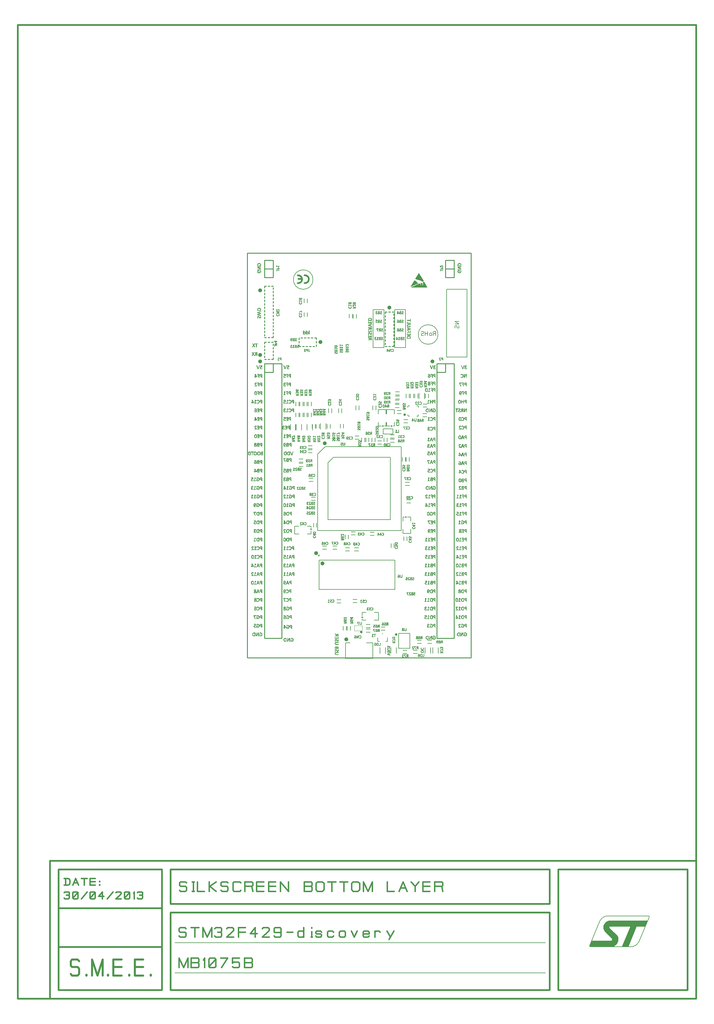
<source format=gbr>
G70*
%FSLAX55Y55*%
%ADD11C,0.01000*%
%ADD12C,0.00787*%
%ADD13C,0.00800*%
%ADD14C,0.02000*%
%ADD15C,0.00100*%
%ADD16C,0.00315*%
%ADD17C,0.00630*%
%ADD18C,0.00600*%
%ADD19C,0.00500*%
%ADD20C,0.00394*%
%ADD21C,0.02362*%
%ADD22C,0.00984*%
%ADD23C,0.02480*%
%ADD24C,0.00591*%
%ADD25C,0.01575*%
%ADD26C,0.01500*%
D11*
X285882Y415262D02*
X545725Y415262D01*
X545725Y884947*
X285882Y884947*
X285882Y415262*
D12*
X517123Y842978D02*
X517123Y764238D01*
D13*
G36*
X300804Y757329D02*
G75*
G02X300804Y761266I00000J01969D01*
G02X300804Y757329I00000J-01969*
G37*
G02X300804Y761266I00000J01969*
G02X300804Y757329I00000J-01969*
G36*
G01X375804Y662329D02*
G75*
G02X375804Y666266I00000J01969D01*
G02X375804Y662329I00000J-01969*
G37*
G02X375804Y666266I00000J01969*
G02X375804Y662329I00000J-01969*
D12*
G01X507145Y790547D02*
G75*
G02X484463Y790547I-11341J00000D01*
G02X507145Y790547I11341J00000*
D13*
G36*
G01X500804Y757329D02*
G75*
G02X500804Y761266I00000J01969D01*
G02X500804Y757329I00000J-01969*
G37*
G02X500804Y761266I00000J01969*
G02X500804Y757329I00000J-01969*
G36*
G01X685804Y86797D02*
X708758Y86807D01*
X709804Y88897*
X700804Y97897*
X699604Y100597*
X699604Y103897*
X699904Y105097*
X701104Y107197*
X702304Y108397*
X703804Y109297*
X705604Y109897*
X707704Y110197*
X750304Y110197*
X747904Y103897*
X747604Y103597*
X737704Y103597*
X728104Y80797*
X721204Y80797*
X730504Y102697*
X730504Y103597*
X706804Y103597*
X706204Y103297*
X705904Y102697*
X705904Y101797*
X706204Y101497*
X714904Y93097*
X715804Y91597*
X716104Y90097*
X716404Y89797*
X716404Y87097*
G75*
G02X711604Y80797I-08949J01839*
G01X683404Y80797*
X683404Y81397*
X685504Y86497*
X685804Y86797*
G37*
X708758Y86807*
X709804Y88897*
X700804Y97897*
X699604Y100597*
X699604Y103897*
X699904Y105097*
X701104Y107197*
X702304Y108397*
X703804Y109297*
X705604Y109897*
X707704Y110197*
X750304Y110197*
X747904Y103897*
X747604Y103597*
X737704Y103597*
X728104Y80797*
X721204Y80797*
X730504Y102697*
X730504Y103597*
X706804Y103597*
X706204Y103297*
X705904Y102697*
X705904Y101797*
X706204Y101497*
X714904Y93097*
X715804Y91597*
X716104Y90097*
X716404Y89797*
X716404Y87097*
G75*
G02X711604Y80797I-08949J01839*
G01X683404Y80797*
X683404Y81397*
X685504Y86497*
X685804Y86797*
X202051Y49689D02*
X632051Y49689D01*
D14*
X197051Y129689D02*
X637051Y129689D01*
X67050Y29689D02*
X187051Y29689D01*
D13*
X202051Y84689D02*
X632051Y84689D01*
D14*
X197051Y119689D02*
X637051Y119689D01*
D13*
X684004Y80197D02*
X683404Y80797D01*
X683404Y81397*
X695404Y110497*
G75*
G02X702004Y115597I08543J-04235*
G01X751804Y115597*
X752104Y115297*
X752104Y114097*
X740104Y85297*
G75*
G02X733504Y80197I-08825J04600*
G01X684004Y80197*
D14*
X637051Y129689D02*
X637051Y169689D01*
X57051Y179689D02*
X807051Y179689D01*
X67050Y124689D02*
X187051Y124689D01*
X67050Y169689D02*
X187051Y169689D01*
X197051Y169689D02*
X637051Y169689D01*
X197051Y29689D02*
X197051Y119689D01*
X197051Y129689D02*
X197051Y169689D01*
X67050Y29689D02*
X67050Y169689D01*
X637051Y29689D02*
X637051Y119689D01*
X647051Y169689D02*
X797051Y169689D01*
X647051Y29689D02*
X797051Y29689D01*
X19649Y19689D02*
X19649Y1149611D01*
X19649Y19689D02*
X807051Y19689D01*
X57051Y19689D02*
X57051Y179689D01*
X187051Y29689D02*
X187051Y169689D01*
X647051Y29689D02*
X647051Y169689D01*
X797051Y29689D02*
X797051Y169689D01*
X67050Y79689D02*
X187051Y79689D01*
X807051Y19689D02*
X807051Y1149611D01*
X197051Y29689D02*
X637051Y29689D01*
X19649Y1149611D02*
X807051Y1149611D01*
D13*
G36*
X365804Y534829D02*
G75*
G02X365804Y538766I00000J01969D01*
G02X365804Y534829I00000J-01969*
G37*
G02X365804Y538766I00000J01969*
G02X365804Y534829I00000J-01969*
G01X432054Y775547D02*
X444554Y775547D01*
X444554Y819297*
X432054Y819297*
X432054Y775547*
D12*
X540745Y764238D02*
X517123Y764238D01*
D13*
G36*
X468560Y696471D02*
G75*
G02X468560Y698620I00000J01074D01*
G02X468560Y696471I00000J-01074*
G37*
G02X468560Y698620I00000J01074*
G02X468560Y696471I00000J-01074*
G36*
G01X418166Y444109D02*
G75*
G02X418166Y446257I00000J01074D01*
G02X418166Y444109I00000J-01074*
G37*
G02X418166Y446257I00000J01074*
G02X418166Y444109I00000J-01074*
G36*
G01X300804Y764829D02*
G75*
G02X300804Y768766I00000J01969D01*
G02X300804Y764829I00000J-01969*
G37*
G02X300804Y768766I00000J01969*
G02X300804Y764829I00000J-01969*
G36*
G01X300804Y839829D02*
G75*
G02X300804Y843766I00000J01969D01*
G02X300804Y839829I00000J-01969*
G37*
G02X300804Y843766I00000J01969*
G02X300804Y839829I00000J-01969*
D11*
G01X345800Y776801D02*
X347800Y776801D01*
X349800Y776801D02*
X351800Y776801D01*
X353800Y776801D02*
X355800Y776801D01*
X357800Y776801D02*
X359800Y776801D01*
X361800Y776801D02*
X363800Y776801D01*
X365800Y776801D02*
X365800Y778801D01*
X365800Y780801D02*
X365800Y782801D01*
X365800Y784801D02*
X365800Y786801D01*
X363800Y786801*
X361800Y786801D02*
X359800Y786801D01*
X357800Y786801D02*
X355800Y786801D01*
X353800Y786801D02*
X351800Y786801D01*
X349800Y786801D02*
X347800Y786801D01*
X345800Y786801D02*
X345800Y784801D01*
X345800Y782801D02*
X345800Y780801D01*
X345800Y778801D02*
X345800Y776801D01*
D14*
X344507Y850097D02*
G75*
G03X344500Y859197I00446J04550D01*
D13*
G36*
G01X458717Y441353D02*
G75*
G02X458717Y443502I00000J01074D01*
G02X458717Y441353I00000J-01074*
G37*
G02X458717Y443502I00000J01074*
G02X458717Y441353I00000J-01074*
D11*
G01X305804Y787033D02*
X307804Y787033D01*
X309804Y787033D02*
X311804Y787033D01*
X313804Y787033D02*
X315804Y787033D01*
X315804Y789033*
X315804Y791033D02*
X315804Y793033D01*
X315804Y795033D02*
X315804Y797033D01*
X315804Y799033D02*
X315804Y801033D01*
X315804Y803033D02*
X315804Y805033D01*
X315804Y807033D02*
X315804Y809033D01*
X315804Y811033D02*
X315804Y813033D01*
X315804Y815033D02*
X315804Y817033D01*
X315804Y819033D02*
X315804Y821033D01*
X315804Y823033D02*
X315804Y825033D01*
X315804Y827033D02*
X315804Y829033D01*
X315804Y831033D02*
X315804Y833033D01*
X315804Y835033D02*
X315804Y837033D01*
X315804Y839033D02*
X315804Y841033D01*
X315804Y843033D02*
X315804Y845033D01*
X315804Y846561D02*
X313804Y846561D01*
X311804Y846561D02*
X309804Y846561D01*
X307804Y846561D02*
X305804Y846561D01*
X305804Y844561*
X305804Y842561D02*
X305804Y840561D01*
X305804Y838561D02*
X305804Y836561D01*
X305804Y834561D02*
X305804Y832561D01*
X305804Y830561D02*
X305804Y828561D01*
X305804Y826561D02*
X305804Y824561D01*
X305804Y822561D02*
X305804Y820561D01*
X305804Y818561D02*
X305804Y816561D01*
X305804Y814561D02*
X305804Y812561D01*
X305804Y810561D02*
X305804Y808561D01*
X305804Y806561D02*
X305804Y804561D01*
X305804Y802561D02*
X305804Y800561D01*
X305804Y798561D02*
X305804Y796561D01*
X305804Y794561D02*
X305804Y792561D01*
X305804Y790561D02*
X305804Y788561D01*
D12*
X339516Y854297D02*
G75*
G03X362091Y854297I11287J00000D01*
G03X339516Y854297I-11287J00000*
D13*
G36*
G01X450804Y819829D02*
G75*
G02X450804Y823766I00000J01969D01*
G02X450804Y819829I00000J-01969*
G37*
G02X450804Y823766I00000J01969*
G02X450804Y819829I00000J-01969*
G36*
G01X370804Y779829D02*
G75*
G02X370804Y783766I00000J01969D01*
G02X370804Y779829I00000J-01969*
G37*
G02X370804Y783766I00000J01969*
G02X370804Y779829I00000J-01969*
D12*
G01X540745Y842978D02*
X517123Y842978D01*
D13*
X457054Y775547D02*
X469554Y775547D01*
X469554Y819297*
X457054Y819297*
X457054Y775547*
D12*
X540745Y842978D02*
X540745Y764238D01*
D13*
G36*
X400804Y434829D02*
G75*
G02X400804Y438766I00000J01969D01*
G02X400804Y434829I00000J-01969*
G37*
G02X400804Y438766I00000J01969*
G02X400804Y434829I00000J-01969*
D11*
G01X305808Y761801D02*
X307808Y761801D01*
X309808Y761801D02*
X311808Y761801D01*
X313808Y761801D02*
X315808Y761801D01*
X315808Y763801*
X315808Y765801D02*
X315808Y767801D01*
X315808Y769801D02*
X315808Y771801D01*
X315808Y773801D02*
X315808Y775801D01*
X315808Y777801D02*
X315808Y779801D01*
X315808Y781801D02*
X313808Y781801D01*
X311808Y781801D02*
X309808Y781801D01*
X307808Y781801D02*
X305808Y781801D01*
X305808Y779801*
X305808Y777801D02*
X305808Y775801D01*
X305808Y773801D02*
X305808Y771801D01*
X305808Y769801D02*
X305808Y767801D01*
X305808Y765801D02*
X305808Y763801D01*
X445804Y776797D02*
X447804Y776797D01*
X449804Y776797D02*
X451804Y776797D01*
X453804Y776797D02*
X455804Y776797D01*
X455804Y778797*
X455804Y780797D02*
X455804Y782797D01*
X455804Y784797D02*
X455804Y786797D01*
X455804Y788797D02*
X455804Y790797D01*
X455804Y792797D02*
X455804Y794797D01*
X455804Y796797D02*
X455804Y798797D01*
X455804Y800797D02*
X455804Y802797D01*
X455804Y804797D02*
X455804Y806797D01*
X455804Y808797D02*
X455804Y810797D01*
X455804Y812797D02*
X455804Y814797D01*
X455804Y816797D02*
X453804Y816797D01*
X451804Y816797D02*
X449804Y816797D01*
X447804Y816797D02*
X445804Y816797D01*
X445804Y814797*
X445804Y812797D02*
X445804Y810797D01*
X445804Y808797D02*
X445804Y806797D01*
X445804Y804797D02*
X445804Y802797D01*
X445804Y800797D02*
X445804Y798797D01*
X445804Y796797D02*
X445804Y794797D01*
X445804Y792797D02*
X445804Y790797D01*
X445804Y788797D02*
X445804Y786797D01*
X445804Y784797D02*
X445804Y782797D01*
X445804Y780797D02*
X445804Y778797D01*
D14*
X352372Y850192D02*
G75*
G03X352372Y859292I00446J04550D01*
G01X345204Y854997D02*
X348704Y854997D01*
D15*
G36*
X480637Y853131D02*
X481637Y852464D01*
X482137Y851631*
X482637Y850964*
X483304Y850464*
X484304Y850131*
X475637Y846297*
X479804Y853464*
X480637Y853131*
G37*
X481637Y852464*
X482137Y851631*
X482637Y850964*
X483304Y850464*
X484304Y850131*
X475637Y846297*
X479804Y853464*
X480637Y853131*
G36*
X490970Y851797D02*
X489470Y851131D01*
X489970Y850464*
X489804Y848297*
X489137Y846964*
X488804Y847131*
X488804Y847297*
X488970Y848631*
X488970Y849797*
X488304Y850297*
X487970Y850464*
X486970Y850131*
X486970Y849964*
X487304Y849631*
X487637Y848297*
X487637Y847964*
X487470Y847631*
X487137Y847631*
X486804Y847964*
X486637Y848631*
X486137Y849297*
X485637Y849631*
X476137Y845464*
X494637Y845464*
X490970Y851797*
G37*
X489470Y851131*
X489970Y850464*
X489804Y848297*
X489137Y846964*
X488804Y847131*
X488804Y847297*
X488970Y848631*
X488970Y849797*
X488304Y850297*
X487970Y850464*
X486970Y850131*
X486970Y849964*
X487304Y849631*
X487637Y848297*
X487637Y847964*
X487470Y847631*
X487137Y847631*
X486804Y847964*
X486637Y848631*
X486137Y849297*
X485637Y849631*
X476137Y845464*
X494637Y845464*
X490970Y851797*
G36*
X480804Y855464D02*
X482304Y854631D01*
X484137Y854131*
X487304Y853297*
X488804Y851964*
X490470Y852631*
X484804Y861631*
X480804Y855464*
G37*
X482304Y854631*
X484137Y854131*
X487304Y853297*
X488804Y851964*
X490470Y852631*
X484804Y861631*
X480804Y855464*
D13*
X423767Y445142D02*
X428467Y445142D01*
X423767Y448742D02*
X428467Y448742D01*
D16*
X437023Y445696D02*
X437030Y445662D01*
X437062Y445637*
X437131Y445622*
X437248Y445617*
X437306Y445618*
X437352Y445622*
X437417Y445638*
X437455Y445669*
X437479Y445718*
X437770Y446472*
X437791Y446522*
X437812Y446571*
X437833Y446618*
X437855Y446664*
X437877Y446708*
X437900Y446749*
X437924Y446789*
X437950Y446826*
X437978Y446860*
X438008Y446893*
X438047Y446930*
X438090Y446962*
X438136Y446990*
X438186Y447014*
X438229Y447029*
X438275Y447042*
X438324Y447050*
X438377Y447055*
X438433Y447057*
X438714Y447057*
X438714Y445696*
X438725Y445662*
X438759Y445638*
X438822Y445623*
X438924Y445617*
X438979Y445619*
X439025Y445623*
X439090Y445638*
X439124Y445662*
X439134Y445696*
X439134Y448645*
X439121Y448726*
X439084Y448779*
X438977Y448817*
X438306Y448817*
X438248Y448817*
X438196Y448816*
X438149Y448814*
X438106Y448811*
X438055Y448807*
X438008Y448802*
X437964Y448797*
X437904Y448786*
X437846Y448772*
X437791Y448756*
X437738Y448739*
X437688Y448719*
X437640Y448697*
X437586Y448668*
X437535Y448636*
X437488Y448601*
X437444Y448563*
X437404Y448522*
X437360Y448468*
X437321Y448409*
X437288Y448347*
X437261Y448281*
X437244Y448225*
X437231Y448167*
X437221Y448107*
X437216Y448045*
X437214Y447980*
X437215Y447917*
X437221Y447858*
X437229Y447800*
X437241Y447746*
X437256Y447694*
X437280Y447632*
X437309Y447575*
X437342Y447521*
X437380Y447470*
X437422Y447424*
X437468Y447380*
X437518Y447339*
X437573Y447302*
X437630Y447268*
X437692Y447236*
X437756Y447208*
X437824Y447182*
X437774Y447157*
X437726Y447127*
X437682Y447094*
X437641Y447057*
X437601Y447014*
X437563Y446967*
X437527Y446915*
X437492Y446859*
X437459Y446797*
X437434Y446747*
X437410Y446694*
X437385Y446639*
X437361Y446580*
X437076Y445876*
X437056Y445823*
X437042Y445781*
X437032Y445752*
X437023Y445696*
X437654Y447940D02*
X437656Y448001D01*
X437663Y448059*
X437675Y448113*
X437691Y448165*
X437712Y448213*
X437737Y448258*
X437786Y448318*
X437849Y448370*
X437926Y448412*
X438017Y448445*
X438082Y448460*
X438155Y448470*
X438212Y448474*
X438280Y448476*
X438358Y448477*
X438714Y448477*
X438714Y447397*
X438301Y447397*
X438237Y447399*
X438175Y447404*
X438118Y447412*
X438064Y447423*
X438013Y447438*
X437955Y447461*
X437902Y447487*
X437854Y447517*
X437811Y447552*
X437761Y447604*
X437722Y447661*
X437692Y447724*
X437671Y447792*
X437658Y447864*
X437654Y447940*
X437027Y445675D02*
X437458Y445675D01*
X438721Y445675D02*
X439128Y445675D01*
X437082Y445890D02*
X437545Y445890D01*
X438714Y445890D02*
X439134Y445890D01*
X437169Y446105D02*
X437628Y446105D01*
X438714Y446105D02*
X439134Y446105D01*
X437256Y446320D02*
X437711Y446320D01*
X438714Y446320D02*
X439134Y446320D01*
X437343Y446534D02*
X437796Y446534D01*
X438714Y446534D02*
X439134Y446534D01*
X437436Y446749D02*
X437900Y446749D01*
X438714Y446749D02*
X439134Y446749D01*
X437561Y446964D02*
X438094Y446964D01*
X438714Y446964D02*
X439134Y446964D01*
X437819Y447179D02*
X439134Y447179D01*
X437453Y447394D02*
X439134Y447394D01*
X437292Y447609D02*
X437757Y447609D01*
X438714Y447609D02*
X439134Y447609D01*
X437226Y447824D02*
X437665Y447824D01*
X438714Y447824D02*
X439134Y447824D01*
X437215Y448039D02*
X437661Y448039D01*
X438714Y448039D02*
X439134Y448039D01*
X437253Y448254D02*
X437735Y448254D01*
X438714Y448254D02*
X439134Y448254D01*
X437361Y448469D02*
X438152Y448469D01*
X438714Y448469D02*
X439134Y448469D01*
X437616Y448684D02*
X439128Y448684D01*
X434494Y446675D02*
X434495Y446615D01*
X434499Y446556*
X434505Y446498*
X434514Y446440*
X434526Y446383*
X434540Y446326*
X434557Y446270*
X434577Y446215*
X434599Y446162*
X434624Y446111*
X434652Y446062*
X434683Y446014*
X434717Y445969*
X434753Y445926*
X434799Y445878*
X434849Y445833*
X434903Y445792*
X434961Y445753*
X435023Y445719*
X435088Y445687*
X435148Y445663*
X435210Y445643*
X435276Y445626*
X435344Y445614*
X435416Y445604*
X435491Y445599*
X435568Y445597*
X435624Y445598*
X435677Y445601*
X435729Y445606*
X435779Y445613*
X435827Y445622*
X435874Y445633*
X435918Y445646*
X435977Y445667*
X436033Y445692*
X436086Y445720*
X436136Y445751*
X436182Y445786*
X436226Y445824*
X436266Y445865*
X436304Y445909*
X436338Y445957*
X436369Y446009*
X436398Y446063*
X436424Y446120*
X436448Y446181*
X436470Y446244*
X436489Y446310*
X436504Y446367*
X436517Y446426*
X436528Y446487*
X436538Y446549*
X436547Y446614*
X436554Y446680*
X436559Y446738*
X436564Y446797*
X436567Y446857*
X436570Y446919*
X436572Y446982*
X436573Y447046*
X436574Y447111*
X436573Y447169*
X436572Y447227*
X436570Y447286*
X436566Y447345*
X436562Y447404*
X436557Y447463*
X436552Y447522*
X436545Y447581*
X436536Y447640*
X436526Y447698*
X436515Y447755*
X436503Y447812*
X436489Y447868*
X436474Y447924*
X436457Y447979*
X436438Y448033*
X436418Y448086*
X436396Y448137*
X436373Y448188*
X436348Y448239*
X436321Y448288*
X436287Y448343*
X436251Y448396*
X436212Y448447*
X436170Y448495*
X436126Y448541*
X436079Y448584*
X436029Y448625*
X435976Y448662*
X435919Y448697*
X435860Y448729*
X435797Y448758*
X435731Y448784*
X435672Y448803*
X435610Y448820*
X435545Y448833*
X435478Y448844*
X435408Y448851*
X435335Y448856*
X435260Y448857*
X435199Y448856*
X435138Y448852*
X435076Y448846*
X435016Y448838*
X434959Y448828*
X434905Y448816*
X434856Y448803*
X434812Y448790*
X434773Y448775*
X434729Y448755*
X434703Y448739*
X434677Y448709*
X434664Y448675*
X434656Y448633*
X434654Y448574*
X434655Y448498*
X434665Y448446*
X434687Y448417*
X434722Y448407*
X434796Y448424*
X434847Y448442*
X434909Y448462*
X434982Y448482*
X435069Y448500*
X435118Y448508*
X435171Y448513*
X435228Y448516*
X435288Y448517*
X435333Y448516*
X435377Y448514*
X435419Y448509*
X435460Y448502*
X435500Y448494*
X435539Y448484*
X435576Y448472*
X435612Y448458*
X435647Y448443*
X435680Y448425*
X435721Y448402*
X435759Y448376*
X435795Y448348*
X435830Y448318*
X435862Y448286*
X435893Y448253*
X435922Y448217*
X435949Y448179*
X435974Y448140*
X435998Y448099*
X436019Y448056*
X436040Y448012*
X436058Y447967*
X436075Y447920*
X436090Y447871*
X436103Y447821*
X436115Y447769*
X436126Y447717*
X436135Y447665*
X436143Y447611*
X436149Y447557*
X436154Y447503*
X436158Y447447*
X436161Y447391*
X436093Y447428*
X436017Y447465*
X435962Y447488*
X435904Y447511*
X435843Y447531*
X435779Y447549*
X435712Y447565*
X435643Y447579*
X435589Y447587*
X435533Y447593*
X435476Y447596*
X435417Y447597*
X435361Y447596*
X435306Y447594*
X435254Y447589*
X435204Y447583*
X435155Y447576*
X435109Y447566*
X435065Y447555*
X435023Y447542*
X434963Y447517*
X434907Y447490*
X434856Y447462*
X434810Y447432*
X434768Y447400*
X434730Y447367*
X434696Y447333*
X434655Y447281*
X434619Y447226*
X434588Y447168*
X434562Y447106*
X434540Y447040*
X434526Y446983*
X434514Y446925*
X434505Y446864*
X434499Y446803*
X434495Y446739*
X434494Y446675*
X434914Y446632D02*
X434915Y446687D01*
X434918Y446741*
X434924Y446793*
X434932Y446843*
X434942Y446890*
X434959Y446946*
X434980Y446998*
X435006Y447045*
X435037Y447088*
X435087Y447138*
X435146Y447179*
X435215Y447213*
X435274Y447232*
X435339Y447246*
X435411Y447254*
X435489Y447257*
X435550Y447255*
X435611Y447250*
X435672Y447241*
X435732Y447229*
X435791Y447214*
X435849Y447197*
X435905Y447177*
X435959Y447155*
X436012Y447131*
X436062Y447105*
X436109Y447077*
X436154Y447049*
X436153Y446992*
X436152Y446937*
X436151Y446884*
X436148Y446832*
X436145Y446782*
X436142Y446734*
X436137Y446688*
X436132Y446643*
X436126Y446600*
X436120Y446558*
X436109Y446504*
X436097Y446452*
X436085Y446403*
X436071Y446358*
X436058Y446315*
X436043Y446276*
X436027Y446240*
X436011Y446207*
X435972Y446147*
X435932Y446096*
X435890Y446053*
X435846Y446019*
X435800Y445992*
X435740Y445968*
X435674Y445951*
X435604Y445941*
X435529Y445937*
X435467Y445940*
X435409Y445947*
X435354Y445958*
X435303Y445975*
X435254Y445996*
X435199Y446028*
X435148Y446065*
X435103Y446107*
X435062Y446154*
X435026Y446206*
X434995Y446260*
X434970Y446317*
X434949Y446378*
X434934Y446440*
X434923Y446503*
X434916Y446567*
X434914Y446632*
X435174Y445655D02*
X435941Y445655D01*
X434808Y445870D02*
X436270Y445870D01*
X434639Y446085D02*
X435127Y446085D01*
X435921Y446085D02*
X436408Y446085D01*
X434548Y446300D02*
X434978Y446300D01*
X436052Y446300D02*
X436486Y446300D01*
X434504Y446514D02*
X434921Y446514D01*
X436111Y446514D02*
X436533Y446514D01*
X434495Y446729D02*
X434918Y446729D01*
X436141Y446729D02*
X436559Y446729D01*
X434518Y446944D02*
X434958Y446944D01*
X436152Y446944D02*
X436571Y446944D01*
X434584Y447159D02*
X435118Y447159D01*
X435948Y447159D02*
X436573Y447159D01*
X434738Y447374D02*
X436564Y447374D01*
X435253Y447589D02*
X435565Y447589D01*
X436145Y447589D02*
X436544Y447589D01*
X436107Y447804D02*
X436505Y447804D01*
X436036Y448019D02*
X436443Y448019D01*
X435908Y448234D02*
X436350Y448234D01*
X434664Y448449D02*
X434869Y448449D01*
X435633Y448449D02*
X436210Y448449D01*
X434662Y448664D02*
X435973Y448664D01*
G36*
X431994Y448632D02*
X431997Y448551D01*
X432007Y448480*
X432024Y448415*
X432050Y448349*
X433187Y445713*
X433218Y445665*
X433264Y445636*
X433336Y445621*
X433443Y445617*
X433495Y445618*
X433538Y445620*
X433573Y445625*
X433640Y445648*
X433658Y445687*
X433641Y445742*
X432445Y448437*
X433961Y448437*
X434031Y448487*
X434054Y448628*
X434048Y448712*
X434029Y448771*
X434000Y448806*
X433961Y448817*
X432121Y448817*
X432061Y448810*
X432022Y448780*
X432001Y448722*
X431994Y448632*
G37*
X431997Y448551*
X432007Y448480*
X432024Y448415*
X432050Y448349*
X433187Y445713*
X433218Y445665*
X433264Y445636*
X433336Y445621*
X433443Y445617*
X433495Y445618*
X433538Y445620*
X433573Y445625*
X433640Y445648*
X433658Y445687*
X433641Y445742*
X432445Y448437*
X433961Y448437*
X434031Y448487*
X434054Y448628*
X434048Y448712*
X434029Y448771*
X434000Y448806*
X433961Y448817*
X432121Y448817*
X432061Y448810*
X432022Y448780*
X432001Y448722*
X431994Y448632*
D13*
X418717Y670721D02*
X418717Y666021D01*
X422317Y670721D02*
X422317Y666021D01*
D16*
X414703Y663078D02*
X414668Y663071D01*
X414644Y663039*
X414629Y662970*
X414624Y662853*
X414625Y662795*
X414629Y662749*
X414645Y662684*
X414676Y662646*
X414725Y662622*
X415478Y662331*
X415529Y662310*
X415578Y662289*
X415625Y662267*
X415670Y662246*
X415714Y662224*
X415756Y662201*
X415795Y662177*
X415832Y662151*
X415867Y662123*
X415899Y662093*
X415936Y662054*
X415968Y662011*
X415997Y661964*
X416020Y661915*
X416036Y661872*
X416048Y661826*
X416057Y661777*
X416062Y661724*
X416064Y661668*
X416064Y661387*
X414703Y661387*
X414668Y661376*
X414645Y661342*
X414630Y661278*
X414624Y661177*
X414625Y661121*
X414630Y661076*
X414645Y661011*
X414668Y660977*
X414702Y660967*
X417651Y660967*
X417733Y660980*
X417786Y661017*
X417824Y661123*
X417824Y661795*
X417823Y661853*
X417822Y661905*
X417820Y661952*
X417818Y661994*
X417813Y662045*
X417809Y662093*
X417804Y662137*
X417792Y662197*
X417779Y662255*
X417763Y662310*
X417745Y662363*
X417725Y662413*
X417703Y662461*
X417674Y662515*
X417642Y662566*
X417608Y662613*
X417570Y662657*
X417529Y662696*
X417474Y662741*
X417416Y662780*
X417353Y662813*
X417287Y662839*
X417231Y662857*
X417174Y662870*
X417113Y662879*
X417051Y662885*
X416986Y662887*
X416924Y662885*
X416864Y662880*
X416807Y662872*
X416752Y662860*
X416700Y662844*
X416639Y662821*
X416581Y662792*
X416527Y662759*
X416477Y662721*
X416430Y662679*
X416386Y662633*
X416346Y662582*
X416309Y662528*
X416274Y662470*
X416243Y662409*
X416214Y662344*
X416188Y662276*
X416163Y662327*
X416134Y662375*
X416101Y662419*
X416063Y662460*
X416021Y662500*
X415974Y662538*
X415922Y662574*
X415865Y662608*
X415803Y662642*
X415754Y662666*
X415701Y662691*
X415645Y662715*
X415586Y662740*
X414883Y663024*
X414829Y663044*
X414788Y663059*
X414758Y663068*
X414703Y663078*
X416946Y662447D02*
X417007Y662445D01*
X417065Y662438*
X417120Y662426*
X417171Y662410*
X417219Y662389*
X417264Y662364*
X417325Y662315*
X417376Y662252*
X417418Y662175*
X417451Y662084*
X417466Y662019*
X417476Y661945*
X417480Y661889*
X417483Y661821*
X417484Y661743*
X417484Y661387*
X416404Y661387*
X416404Y661799*
X416405Y661864*
X416410Y661926*
X416418Y661983*
X416430Y662037*
X416445Y662088*
X416467Y662146*
X416494Y662199*
X416524Y662247*
X416558Y662290*
X416610Y662339*
X416667Y662379*
X416731Y662409*
X416799Y662430*
X416870Y662443*
X416946Y662447*
X414642Y661025D02*
X417788Y661025D01*
X414628Y661240D02*
X417824Y661240D01*
X416064Y661455D02*
X416404Y661455D01*
X417484Y661455D02*
X417824Y661455D01*
X416064Y661669D02*
X416404Y661669D01*
X417484Y661669D02*
X417824Y661669D01*
X416031Y661884D02*
X416407Y661884D01*
X417480Y661884D02*
X417823Y661884D01*
X415892Y662099D02*
X416449Y662099D01*
X417446Y662099D02*
X417808Y662099D01*
X415518Y662314D02*
X416170Y662314D01*
X416203Y662314D02*
X416584Y662314D01*
X417325Y662314D02*
X417761Y662314D01*
X414965Y662529D02*
X415984Y662529D01*
X416309Y662529D02*
X417665Y662529D01*
X414630Y662744D02*
X415575Y662744D01*
X416508Y662744D02*
X417469Y662744D01*
X414628Y662959D02*
X415044Y662959D01*
G36*
X415671Y665507D02*
X415608Y665506D01*
X415547Y665502*
X415487Y665495*
X415430Y665486*
X415374Y665474*
X415320Y665459*
X415268Y665442*
X415217Y665422*
X415162Y665396*
X415109Y665367*
X415058Y665335*
X415010Y665300*
X414965Y665263*
X414922Y665223*
X414882Y665179*
X414844Y665133*
X414810Y665085*
X414777Y665034*
X414748Y664980*
X414721Y664925*
X414696Y664866*
X414675Y664806*
X414658Y664751*
X414644Y664694*
X414631Y664636*
X414621Y664577*
X414614Y664516*
X414608Y664454*
X414605Y664390*
X414604Y664325*
X414605Y664266*
X414607Y664209*
X414611Y664154*
X414617Y664099*
X414624Y664046*
X414633Y663994*
X414642Y663945*
X414653Y663898*
X414664Y663853*
X414675Y663811*
X414691Y663761*
X414706Y663717*
X414720Y663677*
X414735Y663642*
X414761Y663588*
X414781Y663557*
X414813Y663532*
X414848Y663518*
X414900Y663510*
X414976Y663507*
X415050Y663511*
X415103Y663524*
X415134Y663548*
X415144Y663578*
X415112Y663655*
X415080Y663715*
X415045Y663793*
X415021Y663856*
X414998Y663928*
X414976Y664009*
X414964Y664063*
X414955Y664120*
X414949Y664181*
X414945Y664246*
X414944Y664315*
X414944Y664362*
X414947Y664407*
X414951Y664451*
X414957Y664495*
X414964Y664537*
X414973Y664578*
X414983Y664618*
X414997Y664662*
X415014Y664705*
X415034Y664746*
X415055Y664784*
X415079Y664820*
X415106Y664855*
X415141Y664893*
X415180Y664927*
X415222Y664958*
X415268Y664986*
X415317Y665011*
X415360Y665028*
X415407Y665042*
X415457Y665053*
X415510Y665061*
X415566Y665066*
X415626Y665067*
X415675Y665066*
X415723Y665062*
X415769Y665055*
X415813Y665046*
X415855Y665034*
X415895Y665019*
X415940Y664998*
X415982Y664972*
X416021Y664943*
X416057Y664909*
X416090Y664871*
X416119Y664830*
X416146Y664783*
X416169Y664733*
X416189Y664678*
X416206Y664619*
X416217Y664567*
X416227Y664511*
X416234Y664452*
X416239Y664390*
X416243Y664324*
X416244Y664255*
X416243Y664206*
X416242Y664160*
X416240Y664115*
X416237Y664074*
X416233Y664034*
X416229Y663997*
X416223Y663944*
X416218Y663892*
X416215Y663843*
X416214Y663795*
X416222Y663736*
X416246Y663697*
X416369Y663667*
X417664Y663667*
X417734Y663677*
X417784Y663705*
X417824Y663814*
X417824Y665214*
X417813Y665252*
X417781Y665283*
X417725Y665301*
X417646Y665307*
X417569Y665301*
X417512Y665284*
X417464Y665218*
X417464Y664087*
X416566Y664087*
X416574Y664143*
X416578Y664199*
X416581Y664256*
X416583Y664317*
X416583Y664383*
X416584Y664456*
X416583Y664513*
X416580Y664569*
X416576Y664623*
X416571Y664676*
X416564Y664727*
X416555Y664776*
X416544Y664824*
X416532Y664870*
X416512Y664928*
X416490Y664983*
X416468Y665035*
X416444Y665083*
X416418Y665128*
X416392Y665169*
X416364Y665207*
X416335Y665241*
X416294Y665283*
X416250Y665322*
X416203Y665356*
X416154Y665388*
X416101Y665416*
X416046Y665440*
X415989Y665460*
X415929Y665477*
X415868Y665490*
X415804Y665500*
X415739Y665505*
X415671Y665507*
G37*
X415608Y665506*
X415547Y665502*
X415487Y665495*
X415430Y665486*
X415374Y665474*
X415320Y665459*
X415268Y665442*
X415217Y665422*
X415162Y665396*
X415109Y665367*
X415058Y665335*
X415010Y665300*
X414965Y665263*
X414922Y665223*
X414882Y665179*
X414844Y665133*
X414810Y665085*
X414777Y665034*
X414748Y664980*
X414721Y664925*
X414696Y664866*
X414675Y664806*
X414658Y664751*
X414644Y664694*
X414631Y664636*
X414621Y664577*
X414614Y664516*
X414608Y664454*
X414605Y664390*
X414604Y664325*
X414605Y664266*
X414607Y664209*
X414611Y664154*
X414617Y664099*
X414624Y664046*
X414633Y663994*
X414642Y663945*
X414653Y663898*
X414664Y663853*
X414675Y663811*
X414691Y663761*
X414706Y663717*
X414720Y663677*
X414735Y663642*
X414761Y663588*
X414781Y663557*
X414813Y663532*
X414848Y663518*
X414900Y663510*
X414976Y663507*
X415050Y663511*
X415103Y663524*
X415134Y663548*
X415144Y663578*
X415112Y663655*
X415080Y663715*
X415045Y663793*
X415021Y663856*
X414998Y663928*
X414976Y664009*
X414964Y664063*
X414955Y664120*
X414949Y664181*
X414945Y664246*
X414944Y664315*
X414944Y664362*
X414947Y664407*
X414951Y664451*
X414957Y664495*
X414964Y664537*
X414973Y664578*
X414983Y664618*
X414997Y664662*
X415014Y664705*
X415034Y664746*
X415055Y664784*
X415079Y664820*
X415106Y664855*
X415141Y664893*
X415180Y664927*
X415222Y664958*
X415268Y664986*
X415317Y665011*
X415360Y665028*
X415407Y665042*
X415457Y665053*
X415510Y665061*
X415566Y665066*
X415626Y665067*
X415675Y665066*
X415723Y665062*
X415769Y665055*
X415813Y665046*
X415855Y665034*
X415895Y665019*
X415940Y664998*
X415982Y664972*
X416021Y664943*
X416057Y664909*
X416090Y664871*
X416119Y664830*
X416146Y664783*
X416169Y664733*
X416189Y664678*
X416206Y664619*
X416217Y664567*
X416227Y664511*
X416234Y664452*
X416239Y664390*
X416243Y664324*
X416244Y664255*
X416243Y664206*
X416242Y664160*
X416240Y664115*
X416237Y664074*
X416233Y664034*
X416229Y663997*
X416223Y663944*
X416218Y663892*
X416215Y663843*
X416214Y663795*
X416222Y663736*
X416246Y663697*
X416369Y663667*
X417664Y663667*
X417734Y663677*
X417784Y663705*
X417824Y663814*
X417824Y665214*
X417813Y665252*
X417781Y665283*
X417725Y665301*
X417646Y665307*
X417569Y665301*
X417512Y665284*
X417464Y665218*
X417464Y664087*
X416566Y664087*
X416574Y664143*
X416578Y664199*
X416581Y664256*
X416583Y664317*
X416583Y664383*
X416584Y664456*
X416583Y664513*
X416580Y664569*
X416576Y664623*
X416571Y664676*
X416564Y664727*
X416555Y664776*
X416544Y664824*
X416532Y664870*
X416512Y664928*
X416490Y664983*
X416468Y665035*
X416444Y665083*
X416418Y665128*
X416392Y665169*
X416364Y665207*
X416335Y665241*
X416294Y665283*
X416250Y665322*
X416203Y665356*
X416154Y665388*
X416101Y665416*
X416046Y665440*
X415989Y665460*
X415929Y665477*
X415868Y665490*
X415804Y665500*
X415739Y665505*
X415671Y665507*
G36*
X415671Y668047D02*
X415608Y668046D01*
X415547Y668042*
X415487Y668035*
X415430Y668026*
X415374Y668014*
X415320Y667999*
X415268Y667982*
X415217Y667962*
X415162Y667936*
X415109Y667907*
X415058Y667875*
X415010Y667840*
X414965Y667803*
X414922Y667763*
X414882Y667719*
X414844Y667673*
X414810Y667625*
X414777Y667574*
X414748Y667520*
X414721Y667465*
X414696Y667406*
X414675Y667346*
X414658Y667291*
X414644Y667234*
X414631Y667176*
X414621Y667117*
X414614Y667056*
X414608Y666994*
X414605Y666930*
X414604Y666865*
X414605Y666806*
X414607Y666749*
X414611Y666694*
X414617Y666639*
X414624Y666586*
X414633Y666534*
X414642Y666485*
X414653Y666438*
X414664Y666393*
X414675Y666351*
X414691Y666301*
X414706Y666257*
X414720Y666217*
X414735Y666182*
X414761Y666128*
X414781Y666097*
X414813Y666072*
X414848Y666058*
X414900Y666050*
X414976Y666047*
X415050Y666051*
X415103Y666064*
X415134Y666088*
X415144Y666118*
X415112Y666195*
X415080Y666255*
X415045Y666333*
X415021Y666396*
X414998Y666468*
X414976Y666549*
X414964Y666603*
X414955Y666660*
X414949Y666721*
X414945Y666786*
X414944Y666855*
X414944Y666902*
X414947Y666947*
X414951Y666991*
X414957Y667035*
X414964Y667077*
X414973Y667118*
X414983Y667158*
X414997Y667202*
X415014Y667245*
X415034Y667286*
X415055Y667324*
X415079Y667360*
X415106Y667395*
X415141Y667433*
X415180Y667467*
X415222Y667498*
X415268Y667526*
X415317Y667551*
X415360Y667568*
X415407Y667582*
X415457Y667593*
X415510Y667601*
X415566Y667606*
X415626Y667607*
X415675Y667606*
X415723Y667602*
X415769Y667595*
X415813Y667586*
X415855Y667574*
X415895Y667559*
X415940Y667538*
X415982Y667512*
X416021Y667483*
X416057Y667449*
X416090Y667411*
X416119Y667370*
X416146Y667323*
X416169Y667273*
X416189Y667218*
X416206Y667159*
X416217Y667107*
X416227Y667051*
X416234Y666992*
X416239Y666930*
X416243Y666864*
X416244Y666795*
X416243Y666746*
X416242Y666700*
X416240Y666655*
X416237Y666614*
X416233Y666574*
X416229Y666537*
X416223Y666484*
X416218Y666432*
X416215Y666383*
X416214Y666335*
X416222Y666276*
X416246Y666237*
X416369Y666207*
X417664Y666207*
X417734Y666217*
X417784Y666245*
X417824Y666354*
X417824Y667754*
X417813Y667792*
X417781Y667823*
X417725Y667841*
X417646Y667847*
X417569Y667841*
X417512Y667824*
X417464Y667758*
X417464Y666627*
X416566Y666627*
X416574Y666683*
X416578Y666739*
X416581Y666796*
X416583Y666857*
X416583Y666923*
X416584Y666996*
X416583Y667053*
X416580Y667109*
X416576Y667163*
X416571Y667216*
X416564Y667267*
X416555Y667316*
X416544Y667364*
X416532Y667410*
X416512Y667468*
X416490Y667523*
X416468Y667575*
X416444Y667623*
X416418Y667668*
X416392Y667709*
X416364Y667747*
X416335Y667781*
X416294Y667823*
X416250Y667862*
X416203Y667896*
X416154Y667928*
X416101Y667956*
X416046Y667980*
X415989Y668000*
X415929Y668017*
X415868Y668030*
X415804Y668040*
X415739Y668045*
X415671Y668047*
G37*
X415608Y668046*
X415547Y668042*
X415487Y668035*
X415430Y668026*
X415374Y668014*
X415320Y667999*
X415268Y667982*
X415217Y667962*
X415162Y667936*
X415109Y667907*
X415058Y667875*
X415010Y667840*
X414965Y667803*
X414922Y667763*
X414882Y667719*
X414844Y667673*
X414810Y667625*
X414777Y667574*
X414748Y667520*
X414721Y667465*
X414696Y667406*
X414675Y667346*
X414658Y667291*
X414644Y667234*
X414631Y667176*
X414621Y667117*
X414614Y667056*
X414608Y666994*
X414605Y666930*
X414604Y666865*
X414605Y666806*
X414607Y666749*
X414611Y666694*
X414617Y666639*
X414624Y666586*
X414633Y666534*
X414642Y666485*
X414653Y666438*
X414664Y666393*
X414675Y666351*
X414691Y666301*
X414706Y666257*
X414720Y666217*
X414735Y666182*
X414761Y666128*
X414781Y666097*
X414813Y666072*
X414848Y666058*
X414900Y666050*
X414976Y666047*
X415050Y666051*
X415103Y666064*
X415134Y666088*
X415144Y666118*
X415112Y666195*
X415080Y666255*
X415045Y666333*
X415021Y666396*
X414998Y666468*
X414976Y666549*
X414964Y666603*
X414955Y666660*
X414949Y666721*
X414945Y666786*
X414944Y666855*
X414944Y666902*
X414947Y666947*
X414951Y666991*
X414957Y667035*
X414964Y667077*
X414973Y667118*
X414983Y667158*
X414997Y667202*
X415014Y667245*
X415034Y667286*
X415055Y667324*
X415079Y667360*
X415106Y667395*
X415141Y667433*
X415180Y667467*
X415222Y667498*
X415268Y667526*
X415317Y667551*
X415360Y667568*
X415407Y667582*
X415457Y667593*
X415510Y667601*
X415566Y667606*
X415626Y667607*
X415675Y667606*
X415723Y667602*
X415769Y667595*
X415813Y667586*
X415855Y667574*
X415895Y667559*
X415940Y667538*
X415982Y667512*
X416021Y667483*
X416057Y667449*
X416090Y667411*
X416119Y667370*
X416146Y667323*
X416169Y667273*
X416189Y667218*
X416206Y667159*
X416217Y667107*
X416227Y667051*
X416234Y666992*
X416239Y666930*
X416243Y666864*
X416244Y666795*
X416243Y666746*
X416242Y666700*
X416240Y666655*
X416237Y666614*
X416233Y666574*
X416229Y666537*
X416223Y666484*
X416218Y666432*
X416215Y666383*
X416214Y666335*
X416222Y666276*
X416246Y666237*
X416369Y666207*
X417664Y666207*
X417734Y666217*
X417784Y666245*
X417824Y666354*
X417824Y667754*
X417813Y667792*
X417781Y667823*
X417725Y667841*
X417646Y667847*
X417569Y667841*
X417512Y667824*
X417464Y667758*
X417464Y666627*
X416566Y666627*
X416574Y666683*
X416578Y666739*
X416581Y666796*
X416583Y666857*
X416583Y666923*
X416584Y666996*
X416583Y667053*
X416580Y667109*
X416576Y667163*
X416571Y667216*
X416564Y667267*
X416555Y667316*
X416544Y667364*
X416532Y667410*
X416512Y667468*
X416490Y667523*
X416468Y667575*
X416444Y667623*
X416418Y667668*
X416392Y667709*
X416364Y667747*
X416335Y667781*
X416294Y667823*
X416250Y667862*
X416203Y667896*
X416154Y667928*
X416101Y667956*
X416046Y667980*
X415989Y668000*
X415929Y668017*
X415868Y668030*
X415804Y668040*
X415739Y668045*
X415671Y668047*
D17*
X459012Y420557D02*
X459012Y427257D01*
X452713Y420557D02*
X452713Y427257D01*
D16*
X454211Y434722D02*
X454176Y434714D01*
X454151Y434683*
X454137Y434614*
X454132Y434496*
X454133Y434439*
X454137Y434392*
X454153Y434327*
X454183Y434289*
X454233Y434266*
X454986Y433974*
X455037Y433954*
X455086Y433932*
X455133Y433911*
X455178Y433890*
X455222Y433868*
X455264Y433845*
X455303Y433820*
X455340Y433794*
X455375Y433766*
X455407Y433737*
X455444Y433697*
X455476Y433654*
X455504Y433608*
X455528Y433558*
X455544Y433516*
X455556Y433470*
X455565Y433420*
X455570Y433368*
X455572Y433312*
X455572Y433031*
X454211Y433031*
X454176Y433020*
X454153Y432986*
X454138Y432922*
X454132Y432821*
X454133Y432765*
X454138Y432720*
X454152Y432655*
X454176Y432621*
X454210Y432611*
X457159Y432611*
X457241Y432623*
X457293Y432661*
X457332Y432767*
X457332Y433439*
X457331Y433496*
X457330Y433549*
X457328Y433596*
X457325Y433638*
X457321Y433689*
X457317Y433737*
X457312Y433781*
X457300Y433841*
X457286Y433898*
X457271Y433953*
X457253Y434006*
X457233Y434057*
X457211Y434105*
X457182Y434159*
X457150Y434210*
X457115Y434257*
X457078Y434300*
X457037Y434340*
X456982Y434385*
X456924Y434424*
X456861Y434456*
X456795Y434483*
X456739Y434500*
X456681Y434514*
X456621Y434523*
X456559Y434529*
X456494Y434531*
X456432Y434529*
X456372Y434524*
X456315Y434515*
X456260Y434503*
X456208Y434488*
X456147Y434464*
X456089Y434436*
X456035Y434403*
X455985Y434365*
X455938Y434322*
X455894Y434276*
X455854Y434226*
X455816Y434172*
X455782Y434114*
X455751Y434053*
X455722Y433988*
X455696Y433920*
X455671Y433971*
X455642Y434018*
X455609Y434062*
X455571Y434104*
X455529Y434144*
X455481Y434181*
X455430Y434217*
X455373Y434252*
X455311Y434285*
X455262Y434310*
X455209Y434335*
X455153Y434359*
X455094Y434384*
X454391Y434668*
X454337Y434688*
X454296Y434703*
X454266Y434712*
X454211Y434722*
X456454Y434091D02*
X456515Y434089D01*
X456573Y434082*
X456628Y434070*
X456679Y434054*
X456727Y434033*
X456772Y434007*
X456833Y433959*
X456884Y433896*
X456926Y433819*
X456959Y433728*
X456974Y433662*
X456984Y433589*
X456988Y433532*
X456991Y433465*
X456992Y433387*
X456992Y433031*
X455912Y433031*
X455912Y433443*
X455913Y433508*
X455918Y433569*
X455926Y433627*
X455938Y433681*
X455952Y433731*
X455975Y433789*
X456001Y433843*
X456032Y433891*
X456066Y433934*
X456118Y433983*
X456175Y434023*
X456238Y434053*
X456306Y434074*
X456378Y434087*
X456454Y434091*
X454149Y432668D02*
X457296Y432668D01*
X454135Y432883D02*
X457332Y432883D01*
X455572Y433098D02*
X455912Y433098D01*
X456992Y433098D02*
X457332Y433098D01*
X455571Y433313D02*
X455912Y433313D01*
X456992Y433313D02*
X457332Y433313D01*
X455539Y433528D02*
X455915Y433528D01*
X456988Y433528D02*
X457330Y433528D01*
X455400Y433743D02*
X455957Y433743D01*
X456954Y433743D02*
X457316Y433743D01*
X455026Y433958D02*
X455677Y433958D01*
X455711Y433958D02*
X456092Y433958D01*
X456833Y433958D02*
X457269Y433958D01*
X454473Y434173D02*
X455492Y434173D01*
X455817Y434173D02*
X457173Y434173D01*
X454138Y434388D02*
X455083Y434388D01*
X456016Y434388D02*
X456977Y434388D01*
X454136Y434603D02*
X454552Y434603D01*
G36*
X457146Y437211D02*
X457065Y437207D01*
X456995Y437198*
X456930Y437180*
X456863Y437155*
X454227Y436017*
X454179Y435987*
X454150Y435940*
X454135Y435869*
X454132Y435761*
X454132Y435710*
X454135Y435667*
X454139Y435632*
X454162Y435564*
X454201Y435546*
X454257Y435563*
X456952Y436759*
X456952Y435244*
X457002Y435174*
X457143Y435151*
X457226Y435157*
X457285Y435175*
X457320Y435205*
X457332Y435244*
X457332Y437084*
X457324Y437144*
X457294Y437183*
X457236Y437203*
X457146Y437211*
G37*
X457065Y437207*
X456995Y437198*
X456930Y437180*
X456863Y437155*
X454227Y436017*
X454179Y435987*
X454150Y435940*
X454135Y435869*
X454132Y435761*
X454132Y435710*
X454135Y435667*
X454139Y435632*
X454162Y435564*
X454201Y435546*
X454257Y435563*
X456952Y436759*
X456952Y435244*
X457002Y435174*
X457143Y435151*
X457226Y435157*
X457285Y435175*
X457320Y435205*
X457332Y435244*
X457332Y437084*
X457324Y437144*
X457294Y437183*
X457236Y437203*
X457146Y437211*
X455749Y439811D02*
X455693Y439810D01*
X455638Y439809*
X455584Y439808*
X455530Y439805*
X455478Y439802*
X455426Y439799*
X455375Y439794*
X455324Y439789*
X455275Y439783*
X455226Y439777*
X455177Y439770*
X455130Y439762*
X455083Y439754*
X455024Y439741*
X454966Y439728*
X454910Y439713*
X454856Y439696*
X454803Y439678*
X454752Y439658*
X454703Y439637*
X454656Y439614*
X454610Y439589*
X454566Y439564*
X454513Y439529*
X454463Y439492*
X454417Y439453*
X454373Y439410*
X454333Y439366*
X454296Y439319*
X454261Y439269*
X454230Y439216*
X454202Y439161*
X454178Y439103*
X454158Y439042*
X454141Y438977*
X454128Y438910*
X454119Y438839*
X454113Y438765*
X454112Y438688*
X454113Y438630*
X454116Y438573*
X454121Y438518*
X454129Y438465*
X454138Y438414*
X454150Y438365*
X454164Y438318*
X454180Y438273*
X454198Y438229*
X454218Y438187*
X454250Y438131*
X454287Y438078*
X454328Y438028*
X454372Y437981*
X454421Y437937*
X454474Y437897*
X454531Y437860*
X454584Y437830*
X454641Y437802*
X454700Y437777*
X454762Y437753*
X454827Y437733*
X454895Y437714*
X454966Y437697*
X455040Y437683*
X455096Y437674*
X455153Y437666*
X455212Y437659*
X455272Y437652*
X455334Y437646*
X455397Y437642*
X455461Y437638*
X455527Y437635*
X455595Y437633*
X455664Y437631*
X455717Y437631*
X455770Y437632*
X455821Y437633*
X455872Y437635*
X455922Y437637*
X455970Y437639*
X456017Y437642*
X456064Y437646*
X456109Y437649*
X456154Y437654*
X456197Y437658*
X456239Y437664*
X456281Y437669*
X456321Y437676*
X456360Y437682*
X456399Y437689*
X456458Y437702*
X456516Y437716*
X456572Y437731*
X456627Y437748*
X456679Y437766*
X456731Y437786*
X456780Y437807*
X456827Y437830*
X456873Y437854*
X456917Y437879*
X456970Y437913*
X457020Y437950*
X457066Y437990*
X457110Y438032*
X457150Y438076*
X457187Y438123*
X457222Y438173*
X457253Y438225*
X457281Y438280*
X457305Y438338*
X457325Y438400*
X457342Y438464*
X457355Y438531*
X457364Y438601*
X457370Y438675*
X457372Y438751*
X457370Y438810*
X457367Y438867*
X457362Y438922*
X457355Y438975*
X457345Y439027*
X457333Y439076*
X457319Y439124*
X457303Y439169*
X457285Y439213*
X457265Y439254*
X457233Y439311*
X457196Y439364*
X457155Y439414*
X457111Y439461*
X457062Y439504*
X457009Y439545*
X456952Y439582*
X456899Y439612*
X456842Y439639*
X456783Y439665*
X456721Y439688*
X456656Y439709*
X456588Y439728*
X456517Y439744*
X456443Y439758*
X456387Y439768*
X456330Y439776*
X456271Y439783*
X456211Y439790*
X456150Y439795*
X456086Y439800*
X456022Y439804*
X455956Y439807*
X455888Y439809*
X455819Y439810*
X455749Y439811*
X455719Y439371D02*
X455772Y439371D01*
X455823Y439370*
X455873Y439369*
X455922Y439368*
X455969Y439366*
X456015Y439363*
X456060Y439361*
X456104Y439358*
X456161Y439352*
X456215Y439347*
X456266Y439341*
X456314Y439334*
X456360Y439328*
X456403Y439320*
X456444Y439313*
X456481Y439305*
X456538Y439291*
X456591Y439276*
X456641Y439259*
X456687Y439241*
X456731Y439221*
X456780Y439194*
X456826Y439165*
X456866Y439132*
X456902Y439098*
X456943Y439048*
X456976Y438993*
X457001Y438934*
X457018Y438870*
X457028Y438801*
X457032Y438727*
X457029Y438661*
X457021Y438600*
X457007Y438542*
X456988Y438490*
X456963Y438441*
X456933Y438396*
X456891Y438348*
X456843Y438304*
X456789Y438264*
X456729Y438228*
X456663Y438197*
X456604Y438174*
X456542Y438153*
X456476Y438135*
X456407Y438120*
X456335Y438107*
X456260Y438097*
X456202Y438091*
X456142Y438086*
X456082Y438081*
X456020Y438077*
X455958Y438075*
X455894Y438072*
X455829Y438071*
X455764Y438071*
X455710Y438071*
X455657Y438072*
X455605Y438073*
X455555Y438074*
X455505Y438076*
X455458Y438078*
X455411Y438081*
X455366Y438084*
X455322Y438088*
X455279Y438092*
X455237Y438097*
X455197Y438101*
X455158Y438107*
X455104Y438115*
X455052Y438125*
X455002Y438135*
X454954Y438147*
X454909Y438160*
X454866Y438173*
X454826Y438188*
X454787Y438204*
X454726Y438236*
X454672Y438270*
X454625Y438305*
X454584Y438342*
X454550Y438380*
X454523Y438419*
X454492Y438483*
X454469Y438553*
X454456Y438630*
X454452Y438712*
X454454Y438777*
X454463Y438838*
X454476Y438895*
X454496Y438948*
X454529Y439013*
X454572Y439071*
X454622Y439123*
X454681Y439169*
X454747Y439209*
X454820Y439244*
X454879Y439267*
X454942Y439287*
X455007Y439305*
X455076Y439320*
X455133Y439331*
X455191Y439341*
X455252Y439349*
X455315Y439355*
X455379Y439360*
X455434Y439363*
X455489Y439366*
X455546Y439368*
X455603Y439370*
X455661Y439371*
X455719Y439371*
X455011Y437689D02*
X456396Y437689D01*
X454465Y437904D02*
X456955Y437904D01*
X454259Y438119D02*
X455085Y438119D01*
X456400Y438119D02*
X457184Y438119D01*
X454159Y438334D02*
X454593Y438334D01*
X456876Y438334D02*
X457303Y438334D01*
X454118Y438549D02*
X454471Y438549D01*
X457008Y438549D02*
X457357Y438549D01*
X454113Y438764D02*
X454454Y438764D01*
X457030Y438764D02*
X457371Y438764D01*
X454142Y438979D02*
X454512Y438979D01*
X456982Y438979D02*
X457354Y438979D01*
X454219Y439193D02*
X454721Y439193D01*
X456781Y439193D02*
X457293Y439193D01*
X454372Y439408D02*
X457160Y439408D01*
X454676Y439623D02*
X456875Y439623D01*
D18*
X456721Y684305D02*
X455221Y684305D01*
D19*
X454221Y684305D02*
X452221Y684305D01*
X453221Y685305D02*
X453221Y683305D01*
D18*
X451221Y684305D02*
X447721Y684305D01*
X447721Y688805D02*
X447721Y684305D01*
X447721Y703305D02*
X447721Y698305D01*
X456721Y703305D02*
X447721Y703305D01*
X456721Y688805D02*
X456721Y684305D01*
X456721Y703305D02*
X456721Y698305D01*
D16*
G36*
X459289Y687017D02*
X459221Y687015D01*
X459170Y687006*
X459131Y686990*
X459089Y686956*
X459012Y686853*
X458977Y686797*
X458944Y686732*
X458911Y686658*
X458887Y686598*
X458866Y686533*
X458846Y686464*
X458828Y686391*
X458815Y686330*
X458806Y686266*
X458799Y686200*
X458795Y686132*
X458794Y686062*
X458795Y686001*
X458798Y685941*
X458803Y685882*
X458810Y685825*
X458819Y685768*
X458831Y685713*
X458844Y685659*
X458860Y685607*
X458877Y685555*
X458897Y685505*
X458921Y685450*
X458948Y685398*
X458977Y685347*
X459008Y685298*
X459042Y685251*
X459078Y685206*
X459117Y685162*
X459158Y685121*
X459203Y685083*
X459249Y685047*
X459296Y685012*
X459343Y684980*
X459392Y684950*
X459441Y684922*
X459491Y684896*
X459542Y684872*
X459594Y684850*
X459646Y684830*
X459700Y684813*
X459755Y684798*
X459809Y684784*
X459865Y684771*
X459921Y684760*
X459977Y684750*
X460033Y684741*
X460090Y684734*
X460148Y684728*
X460206Y684723*
X460264Y684720*
X460323Y684718*
X460382Y684717*
X460438Y684718*
X460493Y684719*
X460548Y684722*
X460601Y684725*
X460654Y684730*
X460705Y684736*
X460756Y684742*
X460806Y684750*
X460855Y684759*
X460903Y684769*
X460951Y684780*
X460997Y684791*
X461043Y684804*
X461087Y684818*
X461143Y684837*
X461197Y684858*
X461249Y684880*
X461300Y684903*
X461349Y684927*
X461397Y684953*
X461443Y684980*
X461488Y685009*
X461531Y685039*
X461572Y685070*
X461618Y685110*
X461660Y685150*
X461701Y685191*
X461739Y685232*
X461775Y685274*
X461808Y685317*
X461839Y685361*
X461868Y685405*
X461895Y685450*
X461919Y685495*
X461942Y685550*
X461963Y685605*
X461982Y685660*
X461999Y685715*
X462014Y685771*
X462026Y685826*
X462036Y685882*
X462044Y685938*
X462049Y685994*
X462053Y686050*
X462052Y686104*
X462051Y686155*
X462049Y686204*
X462046Y686250*
X462041Y686293*
X462036Y686334*
X462030Y686372*
X462019Y686423*
X462008Y686472*
X461996Y686520*
X461983Y686567*
X461969Y686611*
X461950Y686665*
X461929Y686715*
X461907Y686762*
X461884Y686807*
X461854Y686858*
X461827Y686897*
X461805Y686925*
X461756Y686968*
X461715Y686984*
X461659Y686994*
X461582Y686997*
X461498Y686992*
X461440Y686978*
X461405Y686954*
X461394Y686921*
X461441Y686825*
X461473Y686780*
X461507Y686727*
X461544Y686666*
X461571Y686615*
X461598Y686559*
X461623Y686497*
X461647Y686430*
X461661Y686382*
X461673Y686331*
X461682Y686277*
X461688Y686220*
X461692Y686160*
X461694Y686097*
X461693Y686050*
X461689Y686005*
X461684Y685960*
X461677Y685916*
X461667Y685874*
X461656Y685832*
X461642Y685791*
X461627Y685751*
X461605Y685709*
X461583Y685669*
X461559Y685631*
X461534Y685595*
X461508Y685561*
X461481Y685528*
X461452Y685497*
X461422Y685468*
X461391Y685441*
X461359Y685415*
X461321Y685389*
X461282Y685363*
X461241Y685340*
X461198Y685317*
X461153Y685296*
X461107Y685276*
X461059Y685258*
X461008Y685240*
X460964Y685228*
X460919Y685217*
X460874Y685206*
X460829Y685197*
X460784Y685189*
X460738Y685181*
X460692Y685175*
X460646Y685169*
X460600Y685165*
X460554Y685162*
X460507Y685159*
X460461Y685158*
X460414Y685157*
X460368Y685158*
X460322Y685159*
X460278Y685161*
X460234Y685163*
X460191Y685167*
X460149Y685171*
X460108Y685176*
X460068Y685182*
X460028Y685189*
X459990Y685196*
X459952Y685204*
X459915Y685213*
X459879Y685223*
X459833Y685236*
X459789Y685251*
X459746Y685267*
X459705Y685284*
X459665Y685302*
X459627Y685322*
X459591Y685342*
X459555Y685364*
X459522Y685386*
X459490Y685410*
X459456Y685438*
X459424Y685467*
X459394Y685498*
X459366Y685530*
X459340Y685563*
X459315Y685598*
X459293Y685634*
X459272Y685672*
X459254Y685715*
X459237Y685759*
X459222Y685802*
X459209Y685846*
X459198Y685890*
X459189Y685935*
X459183Y685979*
X459178Y686024*
X459175Y686068*
X459174Y686113*
X459174Y686160*
X459177Y686205*
X459180Y686249*
X459185Y686291*
X459192Y686332*
X459200Y686371*
X459209Y686409*
X459220Y686445*
X459236Y686492*
X459252Y686535*
X459269Y686577*
X459287Y686616*
X459305Y686653*
X459324Y686687*
X459352Y686735*
X459378Y686779*
X459403Y686817*
X459427Y686852*
X459462Y686909*
X459474Y686953*
X459466Y686983*
X459438Y687002*
X459381Y687013*
X459289Y687017*
G37*
X459221Y687015*
X459170Y687006*
X459131Y686990*
X459089Y686956*
X459012Y686853*
X458977Y686797*
X458944Y686732*
X458911Y686658*
X458887Y686598*
X458866Y686533*
X458846Y686464*
X458828Y686391*
X458815Y686330*
X458806Y686266*
X458799Y686200*
X458795Y686132*
X458794Y686062*
X458795Y686001*
X458798Y685941*
X458803Y685882*
X458810Y685825*
X458819Y685768*
X458831Y685713*
X458844Y685659*
X458860Y685607*
X458877Y685555*
X458897Y685505*
X458921Y685450*
X458948Y685398*
X458977Y685347*
X459008Y685298*
X459042Y685251*
X459078Y685206*
X459117Y685162*
X459158Y685121*
X459203Y685083*
X459249Y685047*
X459296Y685012*
X459343Y684980*
X459392Y684950*
X459441Y684922*
X459491Y684896*
X459542Y684872*
X459594Y684850*
X459646Y684830*
X459700Y684813*
X459755Y684798*
X459809Y684784*
X459865Y684771*
X459921Y684760*
X459977Y684750*
X460033Y684741*
X460090Y684734*
X460148Y684728*
X460206Y684723*
X460264Y684720*
X460323Y684718*
X460382Y684717*
X460438Y684718*
X460493Y684719*
X460548Y684722*
X460601Y684725*
X460654Y684730*
X460705Y684736*
X460756Y684742*
X460806Y684750*
X460855Y684759*
X460903Y684769*
X460951Y684780*
X460997Y684791*
X461043Y684804*
X461087Y684818*
X461143Y684837*
X461197Y684858*
X461249Y684880*
X461300Y684903*
X461349Y684927*
X461397Y684953*
X461443Y684980*
X461488Y685009*
X461531Y685039*
X461572Y685070*
X461618Y685110*
X461660Y685150*
X461701Y685191*
X461739Y685232*
X461775Y685274*
X461808Y685317*
X461839Y685361*
X461868Y685405*
X461895Y685450*
X461919Y685495*
X461942Y685550*
X461963Y685605*
X461982Y685660*
X461999Y685715*
X462014Y685771*
X462026Y685826*
X462036Y685882*
X462044Y685938*
X462049Y685994*
X462053Y686050*
X462052Y686104*
X462051Y686155*
X462049Y686204*
X462046Y686250*
X462041Y686293*
X462036Y686334*
X462030Y686372*
X462019Y686423*
X462008Y686472*
X461996Y686520*
X461983Y686567*
X461969Y686611*
X461950Y686665*
X461929Y686715*
X461907Y686762*
X461884Y686807*
X461854Y686858*
X461827Y686897*
X461805Y686925*
X461756Y686968*
X461715Y686984*
X461659Y686994*
X461582Y686997*
X461498Y686992*
X461440Y686978*
X461405Y686954*
X461394Y686921*
X461441Y686825*
X461473Y686780*
X461507Y686727*
X461544Y686666*
X461571Y686615*
X461598Y686559*
X461623Y686497*
X461647Y686430*
X461661Y686382*
X461673Y686331*
X461682Y686277*
X461688Y686220*
X461692Y686160*
X461694Y686097*
X461693Y686050*
X461689Y686005*
X461684Y685960*
X461677Y685916*
X461667Y685874*
X461656Y685832*
X461642Y685791*
X461627Y685751*
X461605Y685709*
X461583Y685669*
X461559Y685631*
X461534Y685595*
X461508Y685561*
X461481Y685528*
X461452Y685497*
X461422Y685468*
X461391Y685441*
X461359Y685415*
X461321Y685389*
X461282Y685363*
X461241Y685340*
X461198Y685317*
X461153Y685296*
X461107Y685276*
X461059Y685258*
X461008Y685240*
X460964Y685228*
X460919Y685217*
X460874Y685206*
X460829Y685197*
X460784Y685189*
X460738Y685181*
X460692Y685175*
X460646Y685169*
X460600Y685165*
X460554Y685162*
X460507Y685159*
X460461Y685158*
X460414Y685157*
X460368Y685158*
X460322Y685159*
X460278Y685161*
X460234Y685163*
X460191Y685167*
X460149Y685171*
X460108Y685176*
X460068Y685182*
X460028Y685189*
X459990Y685196*
X459952Y685204*
X459915Y685213*
X459879Y685223*
X459833Y685236*
X459789Y685251*
X459746Y685267*
X459705Y685284*
X459665Y685302*
X459627Y685322*
X459591Y685342*
X459555Y685364*
X459522Y685386*
X459490Y685410*
X459456Y685438*
X459424Y685467*
X459394Y685498*
X459366Y685530*
X459340Y685563*
X459315Y685598*
X459293Y685634*
X459272Y685672*
X459254Y685715*
X459237Y685759*
X459222Y685802*
X459209Y685846*
X459198Y685890*
X459189Y685935*
X459183Y685979*
X459178Y686024*
X459175Y686068*
X459174Y686113*
X459174Y686160*
X459177Y686205*
X459180Y686249*
X459185Y686291*
X459192Y686332*
X459200Y686371*
X459209Y686409*
X459220Y686445*
X459236Y686492*
X459252Y686535*
X459269Y686577*
X459287Y686616*
X459305Y686653*
X459324Y686687*
X459352Y686735*
X459378Y686779*
X459403Y686817*
X459427Y686852*
X459462Y686909*
X459474Y686953*
X459466Y686983*
X459438Y687002*
X459381Y687013*
X459289Y687017*
G36*
X459016Y689417D02*
X458937Y689411D01*
X458879Y689394*
X458845Y689364*
X458834Y689324*
X458834Y687577*
X458842Y687517*
X458871Y687473*
X458927Y687446*
X459018Y687437*
X459105Y687441*
X459170Y687457*
X459226Y687489*
X459287Y687537*
X459938Y688167*
X459972Y688200*
X460006Y688232*
X460039Y688263*
X460072Y688293*
X460104Y688322*
X460136Y688350*
X460167Y688377*
X460198Y688403*
X460228Y688428*
X460257Y688452*
X460286Y688475*
X460314Y688496*
X460342Y688517*
X460382Y688546*
X460420Y688573*
X460458Y688598*
X460495Y688622*
X460531Y688645*
X460567Y688666*
X460601Y688686*
X460635Y688704*
X460679Y688725*
X460721Y688744*
X460762Y688761*
X460800Y688775*
X460837Y688788*
X460872Y688799*
X460904Y688808*
X460935Y688814*
X460983Y688823*
X461029Y688829*
X461074Y688834*
X461118Y688836*
X461161Y688837*
X461212Y688835*
X461262Y688828*
X461311Y688817*
X461358Y688802*
X461403Y688782*
X461445Y688759*
X461485Y688732*
X461521Y688700*
X461555Y688665*
X461584Y688625*
X461610Y688582*
X461633Y688534*
X461651Y688481*
X461663Y688426*
X461671Y688366*
X461674Y688303*
X461673Y688253*
X461669Y688204*
X461663Y688157*
X461655Y688113*
X461645Y688069*
X461633Y688028*
X461616Y687980*
X461599Y687935*
X461581Y687893*
X461563Y687852*
X461544Y687815*
X461520Y687771*
X461497Y687731*
X461475Y687694*
X461455Y687661*
X461424Y687608*
X461414Y687570*
X461424Y687539*
X461456Y687516*
X461515Y687502*
X461603Y687497*
X461667Y687500*
X461714Y687508*
X461751Y687524*
X461794Y687563*
X461864Y687665*
X461893Y687717*
X461923Y687778*
X461951Y687846*
X461972Y687902*
X461991Y687960*
X462008Y688022*
X462024Y688086*
X462037Y688152*
X462046Y688220*
X462052Y688290*
X462054Y688361*
X462053Y688418*
X462050Y688473*
X462045Y688526*
X462037Y688577*
X462028Y688627*
X462017Y688674*
X462004Y688720*
X461989Y688764*
X461966Y688820*
X461940Y688873*
X461912Y688922*
X461881Y688968*
X461847Y689011*
X461811Y689051*
X461764Y689094*
X461715Y689133*
X461662Y689167*
X461607Y689196*
X461548Y689221*
X461488Y689241*
X461426Y689257*
X461362Y689268*
X461297Y689275*
X461230Y689277*
X461169Y689276*
X461108Y689273*
X461048Y689268*
X460987Y689260*
X460927Y689250*
X460866Y689237*
X460802Y689219*
X460737Y689197*
X460670Y689170*
X460601Y689137*
X460550Y689111*
X460498Y689082*
X460444Y689049*
X460388Y689014*
X460331Y688975*
X460272Y688933*
X460211Y688888*
X460168Y688855*
X460123Y688819*
X460077Y688781*
X460029Y688741*
X459981Y688699*
X459931Y688654*
X459879Y688608*
X459827Y688559*
X459773Y688508*
X459717Y688456*
X459194Y687957*
X459194Y689322*
X459183Y689360*
X459149Y689392*
X459094Y689411*
X459016Y689417*
G37*
X458937Y689411*
X458879Y689394*
X458845Y689364*
X458834Y689324*
X458834Y687577*
X458842Y687517*
X458871Y687473*
X458927Y687446*
X459018Y687437*
X459105Y687441*
X459170Y687457*
X459226Y687489*
X459287Y687537*
X459938Y688167*
X459972Y688200*
X460006Y688232*
X460039Y688263*
X460072Y688293*
X460104Y688322*
X460136Y688350*
X460167Y688377*
X460198Y688403*
X460228Y688428*
X460257Y688452*
X460286Y688475*
X460314Y688496*
X460342Y688517*
X460382Y688546*
X460420Y688573*
X460458Y688598*
X460495Y688622*
X460531Y688645*
X460567Y688666*
X460601Y688686*
X460635Y688704*
X460679Y688725*
X460721Y688744*
X460762Y688761*
X460800Y688775*
X460837Y688788*
X460872Y688799*
X460904Y688808*
X460935Y688814*
X460983Y688823*
X461029Y688829*
X461074Y688834*
X461118Y688836*
X461161Y688837*
X461212Y688835*
X461262Y688828*
X461311Y688817*
X461358Y688802*
X461403Y688782*
X461445Y688759*
X461485Y688732*
X461521Y688700*
X461555Y688665*
X461584Y688625*
X461610Y688582*
X461633Y688534*
X461651Y688481*
X461663Y688426*
X461671Y688366*
X461674Y688303*
X461673Y688253*
X461669Y688204*
X461663Y688157*
X461655Y688113*
X461645Y688069*
X461633Y688028*
X461616Y687980*
X461599Y687935*
X461581Y687893*
X461563Y687852*
X461544Y687815*
X461520Y687771*
X461497Y687731*
X461475Y687694*
X461455Y687661*
X461424Y687608*
X461414Y687570*
X461424Y687539*
X461456Y687516*
X461515Y687502*
X461603Y687497*
X461667Y687500*
X461714Y687508*
X461751Y687524*
X461794Y687563*
X461864Y687665*
X461893Y687717*
X461923Y687778*
X461951Y687846*
X461972Y687902*
X461991Y687960*
X462008Y688022*
X462024Y688086*
X462037Y688152*
X462046Y688220*
X462052Y688290*
X462054Y688361*
X462053Y688418*
X462050Y688473*
X462045Y688526*
X462037Y688577*
X462028Y688627*
X462017Y688674*
X462004Y688720*
X461989Y688764*
X461966Y688820*
X461940Y688873*
X461912Y688922*
X461881Y688968*
X461847Y689011*
X461811Y689051*
X461764Y689094*
X461715Y689133*
X461662Y689167*
X461607Y689196*
X461548Y689221*
X461488Y689241*
X461426Y689257*
X461362Y689268*
X461297Y689275*
X461230Y689277*
X461169Y689276*
X461108Y689273*
X461048Y689268*
X460987Y689260*
X460927Y689250*
X460866Y689237*
X460802Y689219*
X460737Y689197*
X460670Y689170*
X460601Y689137*
X460550Y689111*
X460498Y689082*
X460444Y689049*
X460388Y689014*
X460331Y688975*
X460272Y688933*
X460211Y688888*
X460168Y688855*
X460123Y688819*
X460077Y688781*
X460029Y688741*
X459981Y688699*
X459931Y688654*
X459879Y688608*
X459827Y688559*
X459773Y688508*
X459717Y688456*
X459194Y687957*
X459194Y689322*
X459183Y689360*
X459149Y689392*
X459094Y689411*
X459016Y689417*
X459871Y692037D02*
X459812Y692036D01*
X459753Y692032*
X459694Y692025*
X459637Y692016*
X459579Y692005*
X459523Y691990*
X459466Y691974*
X459412Y691954*
X459359Y691932*
X459307Y691906*
X459258Y691878*
X459211Y691848*
X459166Y691814*
X459122Y691778*
X459074Y691732*
X459029Y691682*
X458988Y691628*
X458950Y691570*
X458915Y691508*
X458884Y691442*
X458860Y691383*
X458840Y691320*
X458823Y691255*
X458810Y691186*
X458801Y691115*
X458796Y691040*
X458794Y690963*
X458795Y690907*
X458798Y690853*
X458803Y690801*
X458810Y690751*
X458819Y690703*
X458830Y690657*
X458843Y690613*
X458864Y690554*
X458889Y690498*
X458916Y690445*
X458948Y690395*
X458982Y690349*
X459020Y690305*
X459061Y690265*
X459106Y690227*
X459154Y690193*
X459205Y690161*
X459259Y690133*
X459317Y690106*
X459377Y690082*
X459440Y690061*
X459506Y690041*
X459564Y690027*
X459623Y690014*
X459683Y690003*
X459746Y689993*
X459810Y689984*
X459876Y689977*
X459934Y689971*
X459993Y689967*
X460054Y689964*
X460115Y689961*
X460178Y689959*
X460242Y689958*
X460307Y689957*
X460366Y689958*
X460424Y689959*
X460482Y689961*
X460541Y689964*
X460600Y689968*
X460659Y689973*
X460719Y689979*
X460778Y689986*
X460837Y689995*
X460895Y690004*
X460952Y690015*
X461009Y690028*
X461065Y690042*
X461121Y690057*
X461175Y690074*
X461229Y690093*
X461282Y690113*
X461334Y690135*
X461385Y690158*
X461435Y690183*
X461484Y690210*
X461540Y690243*
X461593Y690280*
X461643Y690319*
X461691Y690360*
X461737Y690405*
X461781Y690452*
X461821Y690502*
X461859Y690555*
X461894Y690611*
X461925Y690671*
X461954Y690734*
X461980Y690800*
X462000Y690859*
X462016Y690921*
X462030Y690986*
X462040Y691053*
X462048Y691123*
X462052Y691196*
X462054Y691271*
X462052Y691332*
X462049Y691393*
X462043Y691455*
X462034Y691515*
X462024Y691572*
X462013Y691626*
X462000Y691675*
X461986Y691719*
X461972Y691757*
X461951Y691802*
X461936Y691828*
X461906Y691854*
X461871Y691867*
X461829Y691875*
X461771Y691877*
X461694Y691876*
X461643Y691866*
X461613Y691844*
X461603Y691808*
X461621Y691735*
X461639Y691683*
X461659Y691622*
X461679Y691549*
X461697Y691462*
X461704Y691413*
X461709Y691360*
X461713Y691303*
X461714Y691242*
X461713Y691197*
X461710Y691154*
X461705Y691111*
X461699Y691070*
X461691Y691031*
X461681Y690992*
X461669Y690955*
X461655Y690919*
X461639Y690884*
X461622Y690850*
X461598Y690810*
X461572Y690772*
X461544Y690736*
X461514Y690701*
X461483Y690669*
X461449Y690638*
X461413Y690609*
X461376Y690582*
X461336Y690557*
X461295Y690533*
X461253Y690511*
X461209Y690491*
X461163Y690473*
X461116Y690456*
X461067Y690441*
X461017Y690428*
X460966Y690416*
X460914Y690405*
X460861Y690396*
X460808Y690388*
X460754Y690382*
X460699Y690376*
X460644Y690372*
X460588Y690370*
X460625Y690438*
X460661Y690514*
X460685Y690568*
X460707Y690626*
X460727Y690688*
X460746Y690752*
X460762Y690819*
X460775Y690888*
X460783Y690942*
X460789Y690997*
X460793Y691055*
X460794Y691114*
X460793Y691170*
X460790Y691225*
X460786Y691277*
X460780Y691327*
X460772Y691375*
X460762Y691422*
X460751Y691466*
X460738Y691508*
X460713Y691568*
X460686Y691623*
X460658Y691674*
X460628Y691721*
X460597Y691763*
X460564Y691801*
X460529Y691834*
X460478Y691876*
X460423Y691912*
X460364Y691943*
X460302Y691969*
X460236Y691990*
X460180Y692005*
X460121Y692016*
X460061Y692025*
X459999Y692032*
X459936Y692036*
X459871Y692037*
X459828Y691617D02*
X459884Y691616D01*
X459938Y691613*
X459989Y691607*
X460039Y691599*
X460087Y691589*
X460143Y691572*
X460194Y691551*
X460242Y691524*
X460284Y691494*
X460334Y691444*
X460376Y691385*
X460409Y691316*
X460429Y691257*
X460443Y691192*
X460451Y691120*
X460454Y691041*
X460452Y690981*
X460447Y690920*
X460438Y690859*
X460426Y690799*
X460411Y690740*
X460393Y690682*
X460374Y690626*
X460351Y690572*
X460327Y690519*
X460301Y690469*
X460274Y690421*
X460245Y690377*
X460189Y690377*
X460134Y690378*
X460080Y690380*
X460029Y690383*
X459979Y690386*
X459931Y690389*
X459884Y690394*
X459839Y690399*
X459796Y690404*
X459755Y690411*
X459700Y690422*
X459649Y690434*
X459600Y690446*
X459554Y690459*
X459512Y690473*
X459473Y690488*
X459436Y690503*
X459403Y690520*
X459353Y690552*
X459309Y690585*
X459270Y690620*
X459237Y690655*
X459210Y690692*
X459189Y690730*
X459165Y690791*
X459147Y690856*
X459137Y690927*
X459134Y691002*
X459136Y691064*
X459143Y691122*
X459155Y691177*
X459171Y691228*
X459193Y691276*
X459225Y691332*
X459262Y691383*
X459304Y691428*
X459351Y691469*
X459402Y691505*
X459456Y691535*
X459514Y691561*
X459574Y691581*
X459636Y691597*
X459700Y691608*
X459763Y691615*
X459828Y691617*
X459621Y690015D02*
X460948Y690015D01*
X459103Y690230D02*
X461517Y690230D01*
X458917Y690445D02*
X459606Y690445D01*
X460287Y690445D02*
X460628Y690445D01*
X461079Y690445D02*
X461774Y690445D01*
X458829Y690659D02*
X459234Y690659D01*
X460385Y690659D02*
X460718Y690659D01*
X461473Y690659D02*
X461919Y690659D01*
X458797Y690874D02*
X459145Y690874D01*
X460440Y690874D02*
X460773Y690874D01*
X461634Y690874D02*
X462004Y690874D01*
X458799Y691089D02*
X459139Y691089D01*
X460452Y691089D02*
X460793Y691089D01*
X461702Y691089D02*
X462044Y691089D01*
X458835Y691304D02*
X459209Y691304D01*
X460413Y691304D02*
X460783Y691304D01*
X461713Y691304D02*
X462053Y691304D01*
X458921Y691519D02*
X459428Y691519D01*
X460249Y691519D02*
X460734Y691519D01*
X461685Y691519D02*
X462034Y691519D01*
X459077Y691734D02*
X460618Y691734D01*
X461621Y691734D02*
X461980Y691734D01*
X459400Y691949D02*
X460349Y691949D01*
D17*
X370922Y687486D02*
X370922Y680786D01*
X377221Y687486D02*
X377221Y680786D01*
D16*
G36*
X372599Y671837D02*
X372531Y671835D01*
X372480Y671826*
X372441Y671810*
X372399Y671776*
X372322Y671673*
X372287Y671617*
X372254Y671552*
X372221Y671478*
X372197Y671418*
X372176Y671353*
X372156Y671284*
X372138Y671211*
X372125Y671150*
X372116Y671086*
X372109Y671020*
X372105Y670952*
X372104Y670882*
X372105Y670821*
X372108Y670761*
X372113Y670702*
X372120Y670645*
X372129Y670588*
X372141Y670533*
X372154Y670479*
X372170Y670427*
X372187Y670375*
X372207Y670325*
X372231Y670270*
X372258Y670218*
X372287Y670167*
X372318Y670118*
X372352Y670071*
X372388Y670026*
X372427Y669982*
X372468Y669941*
X372513Y669903*
X372559Y669867*
X372606Y669832*
X372653Y669800*
X372702Y669770*
X372751Y669742*
X372801Y669716*
X372852Y669692*
X372904Y669670*
X372956Y669650*
X373010Y669633*
X373065Y669618*
X373119Y669604*
X373175Y669591*
X373231Y669580*
X373287Y669570*
X373343Y669561*
X373400Y669554*
X373458Y669548*
X373516Y669543*
X373574Y669540*
X373633Y669538*
X373692Y669537*
X373748Y669538*
X373803Y669539*
X373858Y669542*
X373911Y669545*
X373964Y669550*
X374015Y669556*
X374066Y669562*
X374116Y669570*
X374165Y669579*
X374213Y669589*
X374261Y669600*
X374307Y669611*
X374353Y669624*
X374397Y669638*
X374453Y669657*
X374507Y669678*
X374559Y669700*
X374610Y669723*
X374659Y669747*
X374707Y669773*
X374753Y669800*
X374798Y669829*
X374841Y669859*
X374882Y669890*
X374928Y669930*
X374970Y669970*
X375011Y670011*
X375049Y670052*
X375085Y670094*
X375118Y670137*
X375149Y670181*
X375178Y670225*
X375205Y670270*
X375229Y670315*
X375252Y670370*
X375273Y670425*
X375292Y670480*
X375309Y670535*
X375324Y670591*
X375336Y670646*
X375346Y670702*
X375354Y670758*
X375359Y670814*
X375363Y670870*
X375362Y670924*
X375361Y670975*
X375359Y671024*
X375356Y671070*
X375351Y671113*
X375346Y671154*
X375340Y671192*
X375329Y671243*
X375318Y671292*
X375306Y671340*
X375293Y671387*
X375279Y671431*
X375260Y671485*
X375239Y671535*
X375217Y671582*
X375194Y671627*
X375164Y671678*
X375137Y671717*
X375115Y671745*
X375066Y671788*
X375025Y671804*
X374969Y671814*
X374892Y671817*
X374808Y671812*
X374750Y671798*
X374715Y671774*
X374704Y671741*
X374751Y671645*
X374783Y671600*
X374817Y671547*
X374854Y671486*
X374881Y671435*
X374908Y671379*
X374933Y671317*
X374957Y671250*
X374971Y671202*
X374983Y671151*
X374992Y671097*
X374998Y671040*
X375002Y670980*
X375004Y670917*
X375003Y670870*
X374999Y670825*
X374994Y670780*
X374987Y670736*
X374977Y670694*
X374966Y670652*
X374952Y670611*
X374937Y670571*
X374915Y670529*
X374893Y670489*
X374869Y670451*
X374844Y670415*
X374818Y670381*
X374791Y670348*
X374762Y670317*
X374732Y670288*
X374701Y670261*
X374669Y670235*
X374631Y670209*
X374592Y670183*
X374551Y670160*
X374508Y670137*
X374463Y670116*
X374417Y670096*
X374369Y670078*
X374318Y670060*
X374274Y670048*
X374229Y670037*
X374184Y670026*
X374139Y670017*
X374094Y670009*
X374048Y670001*
X374002Y669995*
X373956Y669989*
X373910Y669985*
X373864Y669982*
X373817Y669979*
X373771Y669978*
X373724Y669977*
X373678Y669978*
X373632Y669979*
X373588Y669981*
X373544Y669983*
X373501Y669987*
X373459Y669991*
X373418Y669996*
X373378Y670002*
X373338Y670009*
X373300Y670016*
X373262Y670024*
X373225Y670033*
X373189Y670043*
X373143Y670056*
X373099Y670071*
X373056Y670087*
X373015Y670104*
X372975Y670122*
X372937Y670142*
X372901Y670162*
X372865Y670184*
X372832Y670206*
X372800Y670230*
X372766Y670258*
X372734Y670287*
X372704Y670318*
X372676Y670350*
X372650Y670383*
X372625Y670418*
X372603Y670454*
X372582Y670492*
X372564Y670535*
X372547Y670579*
X372532Y670622*
X372519Y670666*
X372508Y670710*
X372499Y670755*
X372493Y670799*
X372488Y670844*
X372485Y670888*
X372484Y670933*
X372484Y670980*
X372487Y671025*
X372490Y671069*
X372495Y671111*
X372502Y671152*
X372510Y671191*
X372519Y671229*
X372530Y671265*
X372546Y671312*
X372562Y671355*
X372579Y671397*
X372597Y671436*
X372615Y671473*
X372634Y671507*
X372662Y671555*
X372688Y671599*
X372713Y671637*
X372737Y671672*
X372772Y671729*
X372784Y671773*
X372776Y671803*
X372748Y671822*
X372691Y671833*
X372599Y671837*
G37*
X372531Y671835*
X372480Y671826*
X372441Y671810*
X372399Y671776*
X372322Y671673*
X372287Y671617*
X372254Y671552*
X372221Y671478*
X372197Y671418*
X372176Y671353*
X372156Y671284*
X372138Y671211*
X372125Y671150*
X372116Y671086*
X372109Y671020*
X372105Y670952*
X372104Y670882*
X372105Y670821*
X372108Y670761*
X372113Y670702*
X372120Y670645*
X372129Y670588*
X372141Y670533*
X372154Y670479*
X372170Y670427*
X372187Y670375*
X372207Y670325*
X372231Y670270*
X372258Y670218*
X372287Y670167*
X372318Y670118*
X372352Y670071*
X372388Y670026*
X372427Y669982*
X372468Y669941*
X372513Y669903*
X372559Y669867*
X372606Y669832*
X372653Y669800*
X372702Y669770*
X372751Y669742*
X372801Y669716*
X372852Y669692*
X372904Y669670*
X372956Y669650*
X373010Y669633*
X373065Y669618*
X373119Y669604*
X373175Y669591*
X373231Y669580*
X373287Y669570*
X373343Y669561*
X373400Y669554*
X373458Y669548*
X373516Y669543*
X373574Y669540*
X373633Y669538*
X373692Y669537*
X373748Y669538*
X373803Y669539*
X373858Y669542*
X373911Y669545*
X373964Y669550*
X374015Y669556*
X374066Y669562*
X374116Y669570*
X374165Y669579*
X374213Y669589*
X374261Y669600*
X374307Y669611*
X374353Y669624*
X374397Y669638*
X374453Y669657*
X374507Y669678*
X374559Y669700*
X374610Y669723*
X374659Y669747*
X374707Y669773*
X374753Y669800*
X374798Y669829*
X374841Y669859*
X374882Y669890*
X374928Y669930*
X374970Y669970*
X375011Y670011*
X375049Y670052*
X375085Y670094*
X375118Y670137*
X375149Y670181*
X375178Y670225*
X375205Y670270*
X375229Y670315*
X375252Y670370*
X375273Y670425*
X375292Y670480*
X375309Y670535*
X375324Y670591*
X375336Y670646*
X375346Y670702*
X375354Y670758*
X375359Y670814*
X375363Y670870*
X375362Y670924*
X375361Y670975*
X375359Y671024*
X375356Y671070*
X375351Y671113*
X375346Y671154*
X375340Y671192*
X375329Y671243*
X375318Y671292*
X375306Y671340*
X375293Y671387*
X375279Y671431*
X375260Y671485*
X375239Y671535*
X375217Y671582*
X375194Y671627*
X375164Y671678*
X375137Y671717*
X375115Y671745*
X375066Y671788*
X375025Y671804*
X374969Y671814*
X374892Y671817*
X374808Y671812*
X374750Y671798*
X374715Y671774*
X374704Y671741*
X374751Y671645*
X374783Y671600*
X374817Y671547*
X374854Y671486*
X374881Y671435*
X374908Y671379*
X374933Y671317*
X374957Y671250*
X374971Y671202*
X374983Y671151*
X374992Y671097*
X374998Y671040*
X375002Y670980*
X375004Y670917*
X375003Y670870*
X374999Y670825*
X374994Y670780*
X374987Y670736*
X374977Y670694*
X374966Y670652*
X374952Y670611*
X374937Y670571*
X374915Y670529*
X374893Y670489*
X374869Y670451*
X374844Y670415*
X374818Y670381*
X374791Y670348*
X374762Y670317*
X374732Y670288*
X374701Y670261*
X374669Y670235*
X374631Y670209*
X374592Y670183*
X374551Y670160*
X374508Y670137*
X374463Y670116*
X374417Y670096*
X374369Y670078*
X374318Y670060*
X374274Y670048*
X374229Y670037*
X374184Y670026*
X374139Y670017*
X374094Y670009*
X374048Y670001*
X374002Y669995*
X373956Y669989*
X373910Y669985*
X373864Y669982*
X373817Y669979*
X373771Y669978*
X373724Y669977*
X373678Y669978*
X373632Y669979*
X373588Y669981*
X373544Y669983*
X373501Y669987*
X373459Y669991*
X373418Y669996*
X373378Y670002*
X373338Y670009*
X373300Y670016*
X373262Y670024*
X373225Y670033*
X373189Y670043*
X373143Y670056*
X373099Y670071*
X373056Y670087*
X373015Y670104*
X372975Y670122*
X372937Y670142*
X372901Y670162*
X372865Y670184*
X372832Y670206*
X372800Y670230*
X372766Y670258*
X372734Y670287*
X372704Y670318*
X372676Y670350*
X372650Y670383*
X372625Y670418*
X372603Y670454*
X372582Y670492*
X372564Y670535*
X372547Y670579*
X372532Y670622*
X372519Y670666*
X372508Y670710*
X372499Y670755*
X372493Y670799*
X372488Y670844*
X372485Y670888*
X372484Y670933*
X372484Y670980*
X372487Y671025*
X372490Y671069*
X372495Y671111*
X372502Y671152*
X372510Y671191*
X372519Y671229*
X372530Y671265*
X372546Y671312*
X372562Y671355*
X372579Y671397*
X372597Y671436*
X372615Y671473*
X372634Y671507*
X372662Y671555*
X372688Y671599*
X372713Y671637*
X372737Y671672*
X372772Y671729*
X372784Y671773*
X372776Y671803*
X372748Y671822*
X372691Y671833*
X372599Y671837*
G36*
X372326Y674237D02*
X372247Y674231D01*
X372189Y674214*
X372155Y674184*
X372144Y674144*
X372144Y672397*
X372152Y672337*
X372181Y672293*
X372237Y672266*
X372328Y672257*
X372415Y672261*
X372480Y672277*
X372536Y672309*
X372597Y672357*
X373248Y672987*
X373282Y673020*
X373316Y673052*
X373349Y673083*
X373382Y673113*
X373414Y673142*
X373446Y673170*
X373477Y673197*
X373508Y673223*
X373538Y673248*
X373567Y673272*
X373596Y673295*
X373624Y673316*
X373652Y673337*
X373692Y673366*
X373730Y673393*
X373768Y673418*
X373805Y673442*
X373841Y673465*
X373877Y673486*
X373911Y673506*
X373945Y673524*
X373989Y673545*
X374031Y673564*
X374072Y673581*
X374110Y673595*
X374147Y673608*
X374182Y673619*
X374214Y673628*
X374245Y673634*
X374293Y673643*
X374339Y673649*
X374384Y673654*
X374428Y673656*
X374471Y673657*
X374522Y673655*
X374572Y673648*
X374621Y673637*
X374668Y673622*
X374713Y673602*
X374755Y673579*
X374795Y673552*
X374831Y673520*
X374865Y673485*
X374894Y673445*
X374920Y673402*
X374943Y673354*
X374961Y673301*
X374973Y673246*
X374981Y673186*
X374984Y673123*
X374983Y673073*
X374979Y673024*
X374973Y672977*
X374965Y672933*
X374955Y672889*
X374943Y672848*
X374926Y672800*
X374909Y672755*
X374891Y672713*
X374873Y672672*
X374854Y672635*
X374830Y672591*
X374807Y672551*
X374785Y672514*
X374765Y672481*
X374734Y672428*
X374724Y672390*
X374734Y672359*
X374766Y672336*
X374825Y672322*
X374913Y672317*
X374977Y672320*
X375024Y672328*
X375061Y672344*
X375104Y672383*
X375174Y672485*
X375203Y672537*
X375233Y672598*
X375261Y672666*
X375282Y672722*
X375301Y672780*
X375318Y672842*
X375334Y672906*
X375347Y672972*
X375356Y673040*
X375362Y673110*
X375364Y673181*
X375363Y673238*
X375360Y673293*
X375355Y673346*
X375347Y673397*
X375338Y673447*
X375327Y673494*
X375314Y673540*
X375299Y673584*
X375276Y673640*
X375250Y673693*
X375222Y673742*
X375191Y673788*
X375157Y673831*
X375121Y673871*
X375074Y673914*
X375025Y673953*
X374972Y673987*
X374917Y674016*
X374858Y674041*
X374798Y674061*
X374736Y674077*
X374672Y674088*
X374607Y674095*
X374540Y674097*
X374479Y674096*
X374418Y674093*
X374358Y674088*
X374297Y674080*
X374237Y674070*
X374176Y674057*
X374112Y674039*
X374047Y674017*
X373980Y673990*
X373911Y673957*
X373860Y673931*
X373808Y673902*
X373754Y673869*
X373698Y673834*
X373641Y673795*
X373582Y673753*
X373521Y673708*
X373478Y673675*
X373433Y673639*
X373387Y673601*
X373339Y673561*
X373291Y673519*
X373241Y673474*
X373189Y673428*
X373137Y673379*
X373083Y673328*
X373027Y673276*
X372504Y672777*
X372504Y674142*
X372493Y674180*
X372459Y674212*
X372404Y674231*
X372326Y674237*
G37*
X372247Y674231*
X372189Y674214*
X372155Y674184*
X372144Y674144*
X372144Y672397*
X372152Y672337*
X372181Y672293*
X372237Y672266*
X372328Y672257*
X372415Y672261*
X372480Y672277*
X372536Y672309*
X372597Y672357*
X373248Y672987*
X373282Y673020*
X373316Y673052*
X373349Y673083*
X373382Y673113*
X373414Y673142*
X373446Y673170*
X373477Y673197*
X373508Y673223*
X373538Y673248*
X373567Y673272*
X373596Y673295*
X373624Y673316*
X373652Y673337*
X373692Y673366*
X373730Y673393*
X373768Y673418*
X373805Y673442*
X373841Y673465*
X373877Y673486*
X373911Y673506*
X373945Y673524*
X373989Y673545*
X374031Y673564*
X374072Y673581*
X374110Y673595*
X374147Y673608*
X374182Y673619*
X374214Y673628*
X374245Y673634*
X374293Y673643*
X374339Y673649*
X374384Y673654*
X374428Y673656*
X374471Y673657*
X374522Y673655*
X374572Y673648*
X374621Y673637*
X374668Y673622*
X374713Y673602*
X374755Y673579*
X374795Y673552*
X374831Y673520*
X374865Y673485*
X374894Y673445*
X374920Y673402*
X374943Y673354*
X374961Y673301*
X374973Y673246*
X374981Y673186*
X374984Y673123*
X374983Y673073*
X374979Y673024*
X374973Y672977*
X374965Y672933*
X374955Y672889*
X374943Y672848*
X374926Y672800*
X374909Y672755*
X374891Y672713*
X374873Y672672*
X374854Y672635*
X374830Y672591*
X374807Y672551*
X374785Y672514*
X374765Y672481*
X374734Y672428*
X374724Y672390*
X374734Y672359*
X374766Y672336*
X374825Y672322*
X374913Y672317*
X374977Y672320*
X375024Y672328*
X375061Y672344*
X375104Y672383*
X375174Y672485*
X375203Y672537*
X375233Y672598*
X375261Y672666*
X375282Y672722*
X375301Y672780*
X375318Y672842*
X375334Y672906*
X375347Y672972*
X375356Y673040*
X375362Y673110*
X375364Y673181*
X375363Y673238*
X375360Y673293*
X375355Y673346*
X375347Y673397*
X375338Y673447*
X375327Y673494*
X375314Y673540*
X375299Y673584*
X375276Y673640*
X375250Y673693*
X375222Y673742*
X375191Y673788*
X375157Y673831*
X375121Y673871*
X375074Y673914*
X375025Y673953*
X374972Y673987*
X374917Y674016*
X374858Y674041*
X374798Y674061*
X374736Y674077*
X374672Y674088*
X374607Y674095*
X374540Y674097*
X374479Y674096*
X374418Y674093*
X374358Y674088*
X374297Y674080*
X374237Y674070*
X374176Y674057*
X374112Y674039*
X374047Y674017*
X373980Y673990*
X373911Y673957*
X373860Y673931*
X373808Y673902*
X373754Y673869*
X373698Y673834*
X373641Y673795*
X373582Y673753*
X373521Y673708*
X373478Y673675*
X373433Y673639*
X373387Y673601*
X373339Y673561*
X373291Y673519*
X373241Y673474*
X373189Y673428*
X373137Y673379*
X373083Y673328*
X373027Y673276*
X372504Y672777*
X372504Y674142*
X372493Y674180*
X372459Y674212*
X372404Y674231*
X372326Y674237*
X372963Y676857D02*
X372905Y676856D01*
X372849Y676851*
X372795Y676844*
X372743Y676833*
X372692Y676820*
X372644Y676803*
X372597Y676784*
X372535Y676751*
X372477Y676714*
X372422Y676672*
X372372Y676624*
X372326Y676571*
X372291Y676523*
X372259Y676471*
X372230Y676416*
X372203Y676357*
X372180Y676295*
X372160Y676229*
X372145Y676169*
X372132Y676108*
X372122Y676043*
X372114Y675977*
X372108Y675908*
X372105Y675836*
X372104Y675762*
X372104Y675702*
X372107Y675643*
X372111Y675586*
X372117Y675530*
X372124Y675476*
X372133Y675423*
X372143Y675373*
X372155Y675323*
X372171Y675269*
X372188Y675217*
X372208Y675168*
X372230Y675121*
X372253Y675076*
X372279Y675034*
X372307Y674994*
X372349Y674943*
X372394Y674896*
X372444Y674855*
X372497Y674819*
X372554Y674788*
X372614Y674763*
X372678Y674743*
X372745Y674729*
X372816Y674720*
X372889Y674717*
X372948Y674719*
X373005Y674725*
X373060Y674735*
X373113Y674749*
X373164Y674766*
X373225Y674794*
X373283Y674827*
X373340Y674865*
X373394Y674908*
X373435Y674947*
X373476Y674989*
X373515Y675035*
X373553Y675084*
X373591Y675137*
X373621Y675183*
X373651Y675231*
X373680Y675281*
X373709Y675333*
X373738Y675387*
X373766Y675443*
X373791Y675395*
X373817Y675349*
X373844Y675305*
X373871Y675263*
X373898Y675223*
X373926Y675185*
X373960Y675142*
X373996Y675101*
X374032Y675063*
X374070Y675028*
X374109Y674995*
X374160Y674959*
X374212Y674927*
X374266Y674900*
X374321Y674877*
X374379Y674860*
X374439Y674847*
X374501Y674840*
X374566Y674837*
X374631Y674839*
X374696Y674847*
X374758Y674859*
X374819Y674875*
X374878Y674897*
X374934Y674923*
X374988Y674954*
X375039Y674990*
X375086Y675031*
X375131Y675077*
X375172Y675127*
X375210Y675184*
X375244Y675245*
X375275Y675311*
X375301Y675383*
X375318Y675438*
X375332Y675495*
X375343Y675554*
X375352Y675616*
X375359Y675681*
X375362Y675748*
X375364Y675817*
X375363Y675876*
X375360Y675933*
X375356Y675987*
X375349Y676040*
X375341Y676090*
X375331Y676139*
X375320Y676185*
X375306Y676230*
X375286Y676286*
X375263Y676339*
X375238Y676388*
X375211Y676435*
X375181Y676477*
X375150Y676517*
X375109Y676560*
X375065Y676598*
X375018Y676631*
X374968Y676660*
X374916Y676684*
X374861Y676703*
X374805Y676718*
X374747Y676729*
X374688Y676735*
X374627Y676737*
X374565Y676735*
X374505Y676727*
X374445Y676715*
X374387Y676697*
X374330Y676675*
X374275Y676647*
X374221Y676616*
X374169Y676579*
X374119Y676538*
X374070Y676492*
X374023Y676442*
X373977Y676388*
X373942Y676341*
X373907Y676292*
X373874Y676240*
X373841Y676186*
X373810Y676129*
X373785Y676178*
X373760Y676226*
X373735Y676272*
X373710Y676316*
X373685Y676359*
X373659Y676400*
X373633Y676440*
X373597Y676493*
X373559Y676542*
X373520Y676588*
X373480Y676630*
X373439Y676669*
X373386Y676712*
X373332Y676750*
X373276Y676782*
X373218Y676809*
X373159Y676830*
X373096Y676845*
X373031Y676854*
X372963Y676857*
X374592Y676317D02*
X374659Y676313D01*
X374722Y676302*
X374780Y676282*
X374833Y676255*
X374881Y676221*
X374923Y676180*
X374959Y676131*
X374989Y676075*
X375013Y676012*
X375030Y675943*
X375040Y675867*
X375044Y675785*
X375041Y675713*
X375034Y675646*
X375021Y675585*
X375004Y675529*
X374982Y675478*
X374955Y675432*
X374923Y675391*
X374871Y675343*
X374812Y675305*
X374746Y675279*
X374673Y675262*
X374592Y675257*
X374530Y675261*
X374470Y675272*
X374414Y675290*
X374360Y675315*
X374307Y675349*
X374257Y675391*
X374208Y675441*
X374160Y675499*
X374113Y675564*
X374077Y675619*
X374041Y675679*
X374004Y675744*
X373966Y675814*
X373995Y675866*
X374024Y675916*
X374055Y675963*
X374085Y676007*
X374117Y676049*
X374149Y676088*
X374182Y676124*
X374215Y676157*
X374269Y676199*
X374324Y676235*
X374377Y676265*
X374431Y676288*
X374485Y676304*
X374539Y676314*
X374592Y676317*
X372914Y676437D02*
X372987Y676432D01*
X373056Y676418*
X373120Y676395*
X373180Y676362*
X373237Y676319*
X373292Y676267*
X373332Y676222*
X373371Y676171*
X373410Y676115*
X373448Y676054*
X373478Y676001*
X373509Y675945*
X373540Y675886*
X373572Y675823*
X373604Y675757*
X373579Y675706*
X373553Y675658*
X373528Y675611*
X373502Y675566*
X373477Y675524*
X373451Y675483*
X373421Y675438*
X373389Y675396*
X373358Y675357*
X373326Y675322*
X373293Y675290*
X373238Y675243*
X373181Y675205*
X373122Y675176*
X373060Y675154*
X372994Y675141*
X372924Y675137*
X372847Y675142*
X372777Y675155*
X372712Y675178*
X372653Y675210*
X372601Y675252*
X372554Y675302*
X372514Y675362*
X372482Y675430*
X372456Y675508*
X372438Y675594*
X372427Y675690*
X372424Y675795*
X372425Y675863*
X372430Y675928*
X372438Y675989*
X372450Y676046*
X372464Y676100*
X372482Y676149*
X372503Y676195*
X372528Y676237*
X372575Y676290*
X372624Y676335*
X372677Y676372*
X372732Y676400*
X372790Y676421*
X372851Y676433*
X372914Y676437*
X372586Y674775D02*
X373182Y674775D01*
X372311Y674990D02*
X373476Y674990D01*
X374117Y674990D02*
X375038Y674990D01*
X372194Y675205D02*
X372664Y675205D01*
X373180Y675205D02*
X373634Y675205D01*
X373912Y675205D02*
X375222Y675205D01*
X372133Y675419D02*
X372487Y675419D01*
X373407Y675419D02*
X373754Y675419D01*
X373778Y675419D02*
X374229Y675419D01*
X374945Y675419D02*
X375312Y675419D01*
X372108Y675634D02*
X372434Y675634D01*
X373541Y675634D02*
X374068Y675634D01*
X375031Y675634D02*
X375354Y675634D01*
X372105Y675849D02*
X372425Y675849D01*
X373558Y675849D02*
X373986Y675849D01*
X375041Y675849D02*
X375363Y675849D01*
X372125Y676064D02*
X372455Y676064D01*
X373441Y676064D02*
X374130Y676064D01*
X374993Y676064D02*
X375345Y676064D01*
X372175Y676279D02*
X372566Y676279D01*
X373279Y676279D02*
X373731Y676279D01*
X373899Y676279D02*
X374412Y676279D01*
X374785Y676279D02*
X375288Y676279D01*
X372273Y676494D02*
X373596Y676494D01*
X374072Y676494D02*
X375168Y676494D01*
X372470Y676709D02*
X373390Y676709D01*
X374428Y676709D02*
X374837Y676709D01*
D13*
X424026Y450400D02*
X428726Y450400D01*
X424026Y454000D02*
X428726Y454000D01*
D16*
X437023Y450696D02*
X437030Y450662D01*
X437062Y450637*
X437131Y450622*
X437248Y450617*
X437306Y450618*
X437352Y450622*
X437417Y450638*
X437455Y450669*
X437479Y450718*
X437770Y451472*
X437791Y451522*
X437812Y451571*
X437833Y451618*
X437855Y451664*
X437877Y451708*
X437900Y451749*
X437924Y451789*
X437950Y451826*
X437978Y451860*
X438008Y451893*
X438047Y451930*
X438090Y451962*
X438136Y451990*
X438186Y452014*
X438229Y452029*
X438275Y452042*
X438324Y452050*
X438377Y452055*
X438433Y452057*
X438714Y452057*
X438714Y450696*
X438725Y450662*
X438759Y450638*
X438822Y450623*
X438924Y450617*
X438979Y450619*
X439025Y450623*
X439090Y450638*
X439124Y450662*
X439134Y450696*
X439134Y453645*
X439121Y453726*
X439084Y453779*
X438977Y453817*
X438306Y453817*
X438248Y453817*
X438196Y453816*
X438149Y453814*
X438106Y453811*
X438055Y453807*
X438008Y453802*
X437964Y453797*
X437904Y453786*
X437846Y453772*
X437791Y453756*
X437738Y453739*
X437688Y453719*
X437640Y453697*
X437586Y453668*
X437535Y453636*
X437488Y453601*
X437444Y453563*
X437404Y453522*
X437360Y453468*
X437321Y453409*
X437288Y453347*
X437261Y453281*
X437244Y453225*
X437231Y453167*
X437221Y453107*
X437216Y453045*
X437214Y452980*
X437215Y452917*
X437221Y452858*
X437229Y452800*
X437241Y452746*
X437256Y452694*
X437280Y452632*
X437309Y452575*
X437342Y452521*
X437380Y452470*
X437422Y452424*
X437468Y452380*
X437518Y452339*
X437573Y452302*
X437630Y452268*
X437692Y452236*
X437756Y452208*
X437824Y452182*
X437774Y452157*
X437726Y452127*
X437682Y452094*
X437641Y452057*
X437601Y452014*
X437563Y451967*
X437527Y451915*
X437492Y451859*
X437459Y451797*
X437434Y451747*
X437410Y451694*
X437385Y451639*
X437361Y451580*
X437076Y450876*
X437056Y450823*
X437042Y450781*
X437032Y450752*
X437023Y450696*
X437654Y452940D02*
X437656Y453001D01*
X437663Y453059*
X437675Y453113*
X437691Y453165*
X437712Y453213*
X437737Y453258*
X437786Y453318*
X437849Y453370*
X437926Y453412*
X438017Y453445*
X438082Y453460*
X438155Y453470*
X438212Y453474*
X438280Y453476*
X438358Y453477*
X438714Y453477*
X438714Y452397*
X438301Y452397*
X438237Y452399*
X438175Y452404*
X438118Y452412*
X438064Y452423*
X438013Y452438*
X437955Y452461*
X437902Y452487*
X437854Y452517*
X437811Y452552*
X437761Y452604*
X437722Y452661*
X437692Y452724*
X437671Y452792*
X437658Y452864*
X437654Y452940*
X437027Y450675D02*
X437458Y450675D01*
X438721Y450675D02*
X439128Y450675D01*
X437082Y450890D02*
X437545Y450890D01*
X438714Y450890D02*
X439134Y450890D01*
X437169Y451105D02*
X437628Y451105D01*
X438714Y451105D02*
X439134Y451105D01*
X437256Y451320D02*
X437711Y451320D01*
X438714Y451320D02*
X439134Y451320D01*
X437343Y451534D02*
X437796Y451534D01*
X438714Y451534D02*
X439134Y451534D01*
X437436Y451749D02*
X437900Y451749D01*
X438714Y451749D02*
X439134Y451749D01*
X437561Y451964D02*
X438094Y451964D01*
X438714Y451964D02*
X439134Y451964D01*
X437819Y452179D02*
X439134Y452179D01*
X437453Y452394D02*
X439134Y452394D01*
X437292Y452609D02*
X437757Y452609D01*
X438714Y452609D02*
X439134Y452609D01*
X437226Y452824D02*
X437665Y452824D01*
X438714Y452824D02*
X439134Y452824D01*
X437215Y453039D02*
X437661Y453039D01*
X438714Y453039D02*
X439134Y453039D01*
X437253Y453254D02*
X437735Y453254D01*
X438714Y453254D02*
X439134Y453254D01*
X437361Y453469D02*
X438152Y453469D01*
X438714Y453469D02*
X439134Y453469D01*
X437616Y453684D02*
X439128Y453684D01*
X434494Y451675D02*
X434495Y451615D01*
X434499Y451556*
X434505Y451498*
X434514Y451440*
X434526Y451383*
X434540Y451326*
X434557Y451270*
X434577Y451215*
X434599Y451162*
X434624Y451111*
X434652Y451062*
X434683Y451014*
X434717Y450969*
X434753Y450926*
X434799Y450878*
X434849Y450833*
X434903Y450792*
X434961Y450753*
X435023Y450719*
X435088Y450687*
X435148Y450663*
X435210Y450643*
X435276Y450626*
X435344Y450614*
X435416Y450604*
X435491Y450599*
X435568Y450597*
X435624Y450598*
X435677Y450601*
X435729Y450606*
X435779Y450613*
X435827Y450622*
X435874Y450633*
X435918Y450646*
X435977Y450667*
X436033Y450692*
X436086Y450720*
X436136Y450751*
X436182Y450786*
X436226Y450824*
X436266Y450865*
X436304Y450909*
X436338Y450957*
X436369Y451009*
X436398Y451063*
X436424Y451120*
X436448Y451181*
X436470Y451244*
X436489Y451310*
X436504Y451367*
X436517Y451426*
X436528Y451487*
X436538Y451549*
X436547Y451614*
X436554Y451680*
X436559Y451738*
X436564Y451797*
X436567Y451857*
X436570Y451919*
X436572Y451982*
X436573Y452046*
X436574Y452111*
X436573Y452169*
X436572Y452227*
X436570Y452286*
X436566Y452345*
X436562Y452404*
X436557Y452463*
X436552Y452522*
X436545Y452581*
X436536Y452640*
X436526Y452698*
X436515Y452755*
X436503Y452812*
X436489Y452868*
X436474Y452924*
X436457Y452979*
X436438Y453033*
X436418Y453086*
X436396Y453137*
X436373Y453188*
X436348Y453239*
X436321Y453288*
X436287Y453343*
X436251Y453396*
X436212Y453447*
X436170Y453495*
X436126Y453541*
X436079Y453584*
X436029Y453625*
X435976Y453662*
X435919Y453697*
X435860Y453729*
X435797Y453758*
X435731Y453784*
X435672Y453803*
X435610Y453820*
X435545Y453833*
X435478Y453844*
X435408Y453851*
X435335Y453856*
X435260Y453857*
X435199Y453856*
X435138Y453852*
X435076Y453846*
X435016Y453838*
X434959Y453828*
X434905Y453816*
X434856Y453803*
X434812Y453790*
X434773Y453775*
X434729Y453755*
X434703Y453739*
X434677Y453709*
X434664Y453675*
X434656Y453633*
X434654Y453574*
X434655Y453498*
X434665Y453446*
X434687Y453417*
X434722Y453407*
X434796Y453424*
X434847Y453442*
X434909Y453462*
X434982Y453482*
X435069Y453500*
X435118Y453508*
X435171Y453513*
X435228Y453516*
X435288Y453517*
X435333Y453516*
X435377Y453514*
X435419Y453509*
X435460Y453502*
X435500Y453494*
X435539Y453484*
X435576Y453472*
X435612Y453458*
X435647Y453443*
X435680Y453425*
X435721Y453402*
X435759Y453376*
X435795Y453348*
X435830Y453318*
X435862Y453286*
X435893Y453253*
X435922Y453217*
X435949Y453179*
X435974Y453140*
X435998Y453099*
X436019Y453056*
X436040Y453012*
X436058Y452967*
X436075Y452920*
X436090Y452871*
X436103Y452821*
X436115Y452769*
X436126Y452717*
X436135Y452665*
X436143Y452611*
X436149Y452557*
X436154Y452503*
X436158Y452447*
X436161Y452391*
X436093Y452428*
X436017Y452465*
X435962Y452488*
X435904Y452511*
X435843Y452531*
X435779Y452549*
X435712Y452565*
X435643Y452579*
X435589Y452587*
X435533Y452593*
X435476Y452596*
X435417Y452597*
X435361Y452596*
X435306Y452594*
X435254Y452589*
X435204Y452583*
X435155Y452576*
X435109Y452566*
X435065Y452555*
X435023Y452542*
X434963Y452517*
X434907Y452490*
X434856Y452462*
X434810Y452432*
X434768Y452400*
X434730Y452367*
X434696Y452333*
X434655Y452281*
X434619Y452226*
X434588Y452168*
X434562Y452106*
X434540Y452040*
X434526Y451983*
X434514Y451925*
X434505Y451864*
X434499Y451803*
X434495Y451739*
X434494Y451675*
X434914Y451632D02*
X434915Y451687D01*
X434918Y451741*
X434924Y451793*
X434932Y451843*
X434942Y451890*
X434959Y451946*
X434980Y451998*
X435006Y452045*
X435037Y452088*
X435087Y452138*
X435146Y452179*
X435215Y452213*
X435274Y452232*
X435339Y452246*
X435411Y452254*
X435489Y452257*
X435550Y452255*
X435611Y452250*
X435672Y452241*
X435732Y452229*
X435791Y452214*
X435849Y452197*
X435905Y452177*
X435959Y452155*
X436012Y452131*
X436062Y452105*
X436109Y452077*
X436154Y452049*
X436153Y451992*
X436152Y451937*
X436151Y451884*
X436148Y451832*
X436145Y451782*
X436142Y451734*
X436137Y451688*
X436132Y451643*
X436126Y451600*
X436120Y451558*
X436109Y451504*
X436097Y451452*
X436085Y451403*
X436071Y451358*
X436058Y451315*
X436043Y451276*
X436027Y451240*
X436011Y451207*
X435972Y451147*
X435932Y451096*
X435890Y451053*
X435846Y451019*
X435800Y450992*
X435740Y450968*
X435674Y450951*
X435604Y450941*
X435529Y450937*
X435467Y450940*
X435409Y450947*
X435354Y450958*
X435303Y450975*
X435254Y450996*
X435199Y451028*
X435148Y451065*
X435103Y451107*
X435062Y451154*
X435026Y451206*
X434995Y451260*
X434970Y451317*
X434949Y451378*
X434934Y451440*
X434923Y451503*
X434916Y451567*
X434914Y451632*
X435174Y450655D02*
X435941Y450655D01*
X434808Y450870D02*
X436270Y450870D01*
X434639Y451085D02*
X435127Y451085D01*
X435921Y451085D02*
X436408Y451085D01*
X434548Y451300D02*
X434978Y451300D01*
X436052Y451300D02*
X436486Y451300D01*
X434504Y451514D02*
X434921Y451514D01*
X436111Y451514D02*
X436533Y451514D01*
X434495Y451729D02*
X434918Y451729D01*
X436141Y451729D02*
X436559Y451729D01*
X434518Y451944D02*
X434958Y451944D01*
X436152Y451944D02*
X436571Y451944D01*
X434584Y452159D02*
X435118Y452159D01*
X435948Y452159D02*
X436573Y452159D01*
X434738Y452374D02*
X436564Y452374D01*
X435253Y452589D02*
X435565Y452589D01*
X436145Y452589D02*
X436544Y452589D01*
X436107Y452804D02*
X436505Y452804D01*
X436036Y453019D02*
X436443Y453019D01*
X435908Y453234D02*
X436350Y453234D01*
X434664Y453449D02*
X434869Y453449D01*
X435633Y453449D02*
X436210Y453449D01*
X434662Y453664D02*
X435973Y453664D01*
G36*
X432054Y451664D02*
X432055Y451601D01*
X432059Y451540*
X432066Y451481*
X432075Y451423*
X432087Y451368*
X432102Y451313*
X432119Y451261*
X432139Y451211*
X432165Y451155*
X432194Y451102*
X432226Y451052*
X432260Y451004*
X432298Y450959*
X432338Y450916*
X432382Y450876*
X432428Y450838*
X432476Y450803*
X432527Y450771*
X432580Y450741*
X432636Y450714*
X432694Y450690*
X432755Y450668*
X432810Y450652*
X432866Y450637*
X432924Y450625*
X432984Y450615*
X433045Y450607*
X433107Y450602*
X433171Y450598*
X433236Y450597*
X433294Y450598*
X433351Y450600*
X433407Y450605*
X433462Y450610*
X433515Y450618*
X433567Y450626*
X433616Y450636*
X433663Y450646*
X433708Y450657*
X433750Y450669*
X433799Y450684*
X433844Y450699*
X433884Y450714*
X433919Y450729*
X433973Y450755*
X434004Y450775*
X434029Y450806*
X434043Y450842*
X434051Y450894*
X434054Y450969*
X434050Y451043*
X434036Y451097*
X434013Y451127*
X433982Y451137*
X433906Y451106*
X433846Y451073*
X433767Y451038*
X433705Y451015*
X433633Y450992*
X433551Y450970*
X433498Y450958*
X433441Y450949*
X433379Y450942*
X433314Y450938*
X433246Y450937*
X433199Y450938*
X433154Y450940*
X433109Y450944*
X433066Y450950*
X433024Y450957*
X432983Y450966*
X432943Y450977*
X432898Y450991*
X432856Y451008*
X432815Y451027*
X432777Y451049*
X432740Y451073*
X432706Y451100*
X432668Y451135*
X432634Y451174*
X432602Y451216*
X432575Y451261*
X432550Y451310*
X432533Y451354*
X432519Y451401*
X432508Y451451*
X432500Y451504*
X432495Y451560*
X432494Y451619*
X432495Y451669*
X432499Y451717*
X432506Y451763*
X432515Y451807*
X432527Y451849*
X432542Y451889*
X432563Y451934*
X432588Y451976*
X432618Y452015*
X432651Y452051*
X432689Y452083*
X432731Y452113*
X432777Y452139*
X432828Y452162*
X432883Y452182*
X432941Y452199*
X432994Y452211*
X433050Y452220*
X433109Y452228*
X433171Y452233*
X433237Y452236*
X433306Y452237*
X433354Y452237*
X433401Y452236*
X433445Y452234*
X433487Y452231*
X433527Y452227*
X433564Y452222*
X433617Y452216*
X433669Y452211*
X433718Y452209*
X433766Y452208*
X433825Y452216*
X433864Y452240*
X433894Y452362*
X433894Y453657*
X433884Y453728*
X433856Y453778*
X433747Y453817*
X432346Y453817*
X432309Y453806*
X432278Y453774*
X432260Y453719*
X432254Y453640*
X432260Y453563*
X432277Y453505*
X432343Y453457*
X433474Y453457*
X433474Y452560*
X433418Y452567*
X433362Y452572*
X433305Y452575*
X433244Y452576*
X433178Y452577*
X433105Y452577*
X433048Y452576*
X432992Y452574*
X432938Y452570*
X432885Y452564*
X432834Y452557*
X432785Y452548*
X432737Y452538*
X432691Y452526*
X432633Y452506*
X432578Y452484*
X432526Y452461*
X432478Y452437*
X432433Y452412*
X432392Y452385*
X432354Y452357*
X432319Y452328*
X432278Y452287*
X432239Y452243*
X432204Y452196*
X432173Y452147*
X432145Y452095*
X432121Y452040*
X432100Y451982*
X432084Y451923*
X432071Y451861*
X432061Y451798*
X432056Y451732*
X432054Y451664*
G37*
X432055Y451601*
X432059Y451540*
X432066Y451481*
X432075Y451423*
X432087Y451368*
X432102Y451313*
X432119Y451261*
X432139Y451211*
X432165Y451155*
X432194Y451102*
X432226Y451052*
X432260Y451004*
X432298Y450959*
X432338Y450916*
X432382Y450876*
X432428Y450838*
X432476Y450803*
X432527Y450771*
X432580Y450741*
X432636Y450714*
X432694Y450690*
X432755Y450668*
X432810Y450652*
X432866Y450637*
X432924Y450625*
X432984Y450615*
X433045Y450607*
X433107Y450602*
X433171Y450598*
X433236Y450597*
X433294Y450598*
X433351Y450600*
X433407Y450605*
X433462Y450610*
X433515Y450618*
X433567Y450626*
X433616Y450636*
X433663Y450646*
X433708Y450657*
X433750Y450669*
X433799Y450684*
X433844Y450699*
X433884Y450714*
X433919Y450729*
X433973Y450755*
X434004Y450775*
X434029Y450806*
X434043Y450842*
X434051Y450894*
X434054Y450969*
X434050Y451043*
X434036Y451097*
X434013Y451127*
X433982Y451137*
X433906Y451106*
X433846Y451073*
X433767Y451038*
X433705Y451015*
X433633Y450992*
X433551Y450970*
X433498Y450958*
X433441Y450949*
X433379Y450942*
X433314Y450938*
X433246Y450937*
X433199Y450938*
X433154Y450940*
X433109Y450944*
X433066Y450950*
X433024Y450957*
X432983Y450966*
X432943Y450977*
X432898Y450991*
X432856Y451008*
X432815Y451027*
X432777Y451049*
X432740Y451073*
X432706Y451100*
X432668Y451135*
X432634Y451174*
X432602Y451216*
X432575Y451261*
X432550Y451310*
X432533Y451354*
X432519Y451401*
X432508Y451451*
X432500Y451504*
X432495Y451560*
X432494Y451619*
X432495Y451669*
X432499Y451717*
X432506Y451763*
X432515Y451807*
X432527Y451849*
X432542Y451889*
X432563Y451934*
X432588Y451976*
X432618Y452015*
X432651Y452051*
X432689Y452083*
X432731Y452113*
X432777Y452139*
X432828Y452162*
X432883Y452182*
X432941Y452199*
X432994Y452211*
X433050Y452220*
X433109Y452228*
X433171Y452233*
X433237Y452236*
X433306Y452237*
X433354Y452237*
X433401Y452236*
X433445Y452234*
X433487Y452231*
X433527Y452227*
X433564Y452222*
X433617Y452216*
X433669Y452211*
X433718Y452209*
X433766Y452208*
X433825Y452216*
X433864Y452240*
X433894Y452362*
X433894Y453657*
X433884Y453728*
X433856Y453778*
X433747Y453817*
X432346Y453817*
X432309Y453806*
X432278Y453774*
X432260Y453719*
X432254Y453640*
X432260Y453563*
X432277Y453505*
X432343Y453457*
X433474Y453457*
X433474Y452560*
X433418Y452567*
X433362Y452572*
X433305Y452575*
X433244Y452576*
X433178Y452577*
X433105Y452577*
X433048Y452576*
X432992Y452574*
X432938Y452570*
X432885Y452564*
X432834Y452557*
X432785Y452548*
X432737Y452538*
X432691Y452526*
X432633Y452506*
X432578Y452484*
X432526Y452461*
X432478Y452437*
X432433Y452412*
X432392Y452385*
X432354Y452357*
X432319Y452328*
X432278Y452287*
X432239Y452243*
X432204Y452196*
X432173Y452147*
X432145Y452095*
X432121Y452040*
X432100Y451982*
X432084Y451923*
X432071Y451861*
X432061Y451798*
X432056Y451732*
X432054Y451664*
D13*
X489754Y706247D02*
X494454Y706247D01*
X489754Y709847D02*
X494454Y709847D01*
D16*
G36*
X485764Y709842D02*
X485766Y709774D01*
X485775Y709723*
X485791Y709684*
X485825Y709642*
X485928Y709565*
X485984Y709531*
X486049Y709497*
X486123Y709464*
X486183Y709441*
X486248Y709419*
X486316Y709399*
X486390Y709381*
X486451Y709369*
X486515Y709359*
X486580Y709353*
X486649Y709349*
X486719Y709347*
X486780Y709348*
X486840Y709351*
X486899Y709356*
X486956Y709364*
X487013Y709373*
X487068Y709384*
X487122Y709398*
X487174Y709413*
X487226Y709431*
X487276Y709450*
X487331Y709475*
X487383Y709501*
X487434Y709530*
X487483Y709562*
X487530Y709596*
X487575Y709632*
X487619Y709671*
X487660Y709712*
X487698Y709757*
X487734Y709803*
X487768Y709849*
X487800Y709897*
X487831Y709945*
X487859Y709994*
X487885Y710044*
X487909Y710095*
X487931Y710147*
X487951Y710200*
X487968Y710254*
X487983Y710308*
X487997Y710363*
X488010Y710418*
X488021Y710474*
X488031Y710530*
X488040Y710587*
X488047Y710644*
X488053Y710701*
X488058Y710759*
X488061Y710817*
X488063Y710876*
X488064Y710935*
X488063Y710991*
X488062Y711047*
X488059Y711101*
X488055Y711154*
X488051Y711207*
X488045Y711259*
X488038Y711310*
X488031Y711360*
X488022Y711409*
X488012Y711457*
X488001Y711504*
X487989Y711551*
X487976Y711596*
X487962Y711641*
X487943Y711696*
X487923Y711750*
X487901Y711803*
X487878Y711854*
X487853Y711903*
X487828Y711951*
X487800Y711997*
X487772Y712041*
X487742Y712084*
X487711Y712126*
X487671Y712171*
X487631Y712214*
X487590Y712254*
X487549Y712293*
X487506Y712328*
X487464Y712362*
X487420Y712393*
X487376Y712422*
X487331Y712448*
X487286Y712472*
X487231Y712496*
X487176Y712517*
X487121Y712536*
X487066Y712553*
X487010Y712567*
X486955Y712579*
X486899Y712589*
X486843Y712597*
X486787Y712603*
X486731Y712606*
X486677Y712606*
X486626Y712605*
X486577Y712602*
X486531Y712599*
X486488Y712595*
X486447Y712589*
X486409Y712583*
X486358Y712573*
X486308Y712562*
X486260Y712550*
X486214Y712536*
X486169Y712522*
X486116Y712503*
X486066Y712483*
X486018Y712461*
X485974Y712437*
X485923Y712407*
X485884Y712381*
X485856Y712358*
X485813Y712310*
X485797Y712269*
X485787Y712213*
X485784Y712136*
X485789Y712052*
X485803Y711993*
X485827Y711958*
X485860Y711947*
X485956Y711994*
X486001Y712026*
X486054Y712061*
X486115Y712097*
X486166Y712125*
X486222Y712151*
X486284Y712176*
X486351Y712200*
X486399Y712215*
X486449Y712226*
X486503Y712235*
X486561Y712242*
X486621Y712246*
X486684Y712247*
X486731Y712246*
X486776Y712243*
X486821Y712238*
X486864Y712230*
X486907Y712221*
X486949Y712209*
X486990Y712196*
X487030Y712180*
X487072Y712159*
X487111Y712137*
X487149Y712113*
X487186Y712088*
X487220Y712062*
X487253Y712034*
X487284Y712006*
X487313Y711976*
X487340Y711945*
X487365Y711912*
X487392Y711875*
X487417Y711836*
X487441Y711794*
X487464Y711751*
X487485Y711707*
X487505Y711660*
X487523Y711612*
X487540Y711562*
X487553Y711517*
X487564Y711473*
X487574Y711428*
X487584Y711382*
X487592Y711337*
X487599Y711292*
X487606Y711246*
X487611Y711200*
X487616Y711154*
X487619Y711107*
X487622Y711061*
X487623Y711014*
X487624Y710967*
X487623Y710921*
X487622Y710876*
X487620Y710831*
X487617Y710788*
X487614Y710745*
X487610Y710703*
X487605Y710662*
X487599Y710621*
X487592Y710582*
X487585Y710543*
X487577Y710505*
X487568Y710468*
X487558Y710432*
X487545Y710386*
X487530Y710342*
X487514Y710299*
X487497Y710258*
X487479Y710219*
X487459Y710181*
X487439Y710144*
X487417Y710109*
X487394Y710075*
X487371Y710043*
X487343Y710010*
X487314Y709978*
X487283Y709948*
X487251Y709920*
X487218Y709893*
X487183Y709869*
X487147Y709846*
X487109Y709826*
X487066Y709807*
X487022Y709790*
X486978Y709776*
X486935Y709763*
X486890Y709752*
X486846Y709743*
X486802Y709736*
X486757Y709731*
X486713Y709728*
X486668Y709727*
X486621Y709728*
X486576Y709730*
X486532Y709734*
X486489Y709739*
X486449Y709745*
X486409Y709753*
X486372Y709763*
X486335Y709774*
X486289Y709789*
X486245Y709806*
X486204Y709823*
X486165Y709840*
X486128Y709858*
X486093Y709877*
X486046Y709905*
X486002Y709932*
X485964Y709957*
X485929Y709981*
X485872Y710016*
X485828Y710027*
X485798Y710020*
X485779Y709992*
X485767Y709935*
X485764Y709842*
G37*
X485766Y709774*
X485775Y709723*
X485791Y709684*
X485825Y709642*
X485928Y709565*
X485984Y709531*
X486049Y709497*
X486123Y709464*
X486183Y709441*
X486248Y709419*
X486316Y709399*
X486390Y709381*
X486451Y709369*
X486515Y709359*
X486580Y709353*
X486649Y709349*
X486719Y709347*
X486780Y709348*
X486840Y709351*
X486899Y709356*
X486956Y709364*
X487013Y709373*
X487068Y709384*
X487122Y709398*
X487174Y709413*
X487226Y709431*
X487276Y709450*
X487331Y709475*
X487383Y709501*
X487434Y709530*
X487483Y709562*
X487530Y709596*
X487575Y709632*
X487619Y709671*
X487660Y709712*
X487698Y709757*
X487734Y709803*
X487768Y709849*
X487800Y709897*
X487831Y709945*
X487859Y709994*
X487885Y710044*
X487909Y710095*
X487931Y710147*
X487951Y710200*
X487968Y710254*
X487983Y710308*
X487997Y710363*
X488010Y710418*
X488021Y710474*
X488031Y710530*
X488040Y710587*
X488047Y710644*
X488053Y710701*
X488058Y710759*
X488061Y710817*
X488063Y710876*
X488064Y710935*
X488063Y710991*
X488062Y711047*
X488059Y711101*
X488055Y711154*
X488051Y711207*
X488045Y711259*
X488038Y711310*
X488031Y711360*
X488022Y711409*
X488012Y711457*
X488001Y711504*
X487989Y711551*
X487976Y711596*
X487962Y711641*
X487943Y711696*
X487923Y711750*
X487901Y711803*
X487878Y711854*
X487853Y711903*
X487828Y711951*
X487800Y711997*
X487772Y712041*
X487742Y712084*
X487711Y712126*
X487671Y712171*
X487631Y712214*
X487590Y712254*
X487549Y712293*
X487506Y712328*
X487464Y712362*
X487420Y712393*
X487376Y712422*
X487331Y712448*
X487286Y712472*
X487231Y712496*
X487176Y712517*
X487121Y712536*
X487066Y712553*
X487010Y712567*
X486955Y712579*
X486899Y712589*
X486843Y712597*
X486787Y712603*
X486731Y712606*
X486677Y712606*
X486626Y712605*
X486577Y712602*
X486531Y712599*
X486488Y712595*
X486447Y712589*
X486409Y712583*
X486358Y712573*
X486308Y712562*
X486260Y712550*
X486214Y712536*
X486169Y712522*
X486116Y712503*
X486066Y712483*
X486018Y712461*
X485974Y712437*
X485923Y712407*
X485884Y712381*
X485856Y712358*
X485813Y712310*
X485797Y712269*
X485787Y712213*
X485784Y712136*
X485789Y712052*
X485803Y711993*
X485827Y711958*
X485860Y711947*
X485956Y711994*
X486001Y712026*
X486054Y712061*
X486115Y712097*
X486166Y712125*
X486222Y712151*
X486284Y712176*
X486351Y712200*
X486399Y712215*
X486449Y712226*
X486503Y712235*
X486561Y712242*
X486621Y712246*
X486684Y712247*
X486731Y712246*
X486776Y712243*
X486821Y712238*
X486864Y712230*
X486907Y712221*
X486949Y712209*
X486990Y712196*
X487030Y712180*
X487072Y712159*
X487111Y712137*
X487149Y712113*
X487186Y712088*
X487220Y712062*
X487253Y712034*
X487284Y712006*
X487313Y711976*
X487340Y711945*
X487365Y711912*
X487392Y711875*
X487417Y711836*
X487441Y711794*
X487464Y711751*
X487485Y711707*
X487505Y711660*
X487523Y711612*
X487540Y711562*
X487553Y711517*
X487564Y711473*
X487574Y711428*
X487584Y711382*
X487592Y711337*
X487599Y711292*
X487606Y711246*
X487611Y711200*
X487616Y711154*
X487619Y711107*
X487622Y711061*
X487623Y711014*
X487624Y710967*
X487623Y710921*
X487622Y710876*
X487620Y710831*
X487617Y710788*
X487614Y710745*
X487610Y710703*
X487605Y710662*
X487599Y710621*
X487592Y710582*
X487585Y710543*
X487577Y710505*
X487568Y710468*
X487558Y710432*
X487545Y710386*
X487530Y710342*
X487514Y710299*
X487497Y710258*
X487479Y710219*
X487459Y710181*
X487439Y710144*
X487417Y710109*
X487394Y710075*
X487371Y710043*
X487343Y710010*
X487314Y709978*
X487283Y709948*
X487251Y709920*
X487218Y709893*
X487183Y709869*
X487147Y709846*
X487109Y709826*
X487066Y709807*
X487022Y709790*
X486978Y709776*
X486935Y709763*
X486890Y709752*
X486846Y709743*
X486802Y709736*
X486757Y709731*
X486713Y709728*
X486668Y709727*
X486621Y709728*
X486576Y709730*
X486532Y709734*
X486489Y709739*
X486449Y709745*
X486409Y709753*
X486372Y709763*
X486335Y709774*
X486289Y709789*
X486245Y709806*
X486204Y709823*
X486165Y709840*
X486128Y709858*
X486093Y709877*
X486046Y709905*
X486002Y709932*
X485964Y709957*
X485929Y709981*
X485872Y710016*
X485828Y710027*
X485798Y710020*
X485779Y709992*
X485767Y709935*
X485764Y709842*
G36*
X483364Y709570D02*
X483370Y709491D01*
X483387Y709433*
X483416Y709398*
X483456Y709387*
X485204Y709387*
X485264Y709396*
X485308Y709424*
X485335Y709481*
X485344Y709572*
X485340Y709658*
X485324Y709723*
X485292Y709780*
X485243Y709840*
X484614Y710491*
X484581Y710526*
X484549Y710560*
X484517Y710593*
X484487Y710626*
X484458Y710658*
X484431Y710690*
X484404Y710721*
X484378Y710751*
X484353Y710781*
X484329Y710811*
X484306Y710840*
X484284Y710868*
X484264Y710896*
X484235Y710935*
X484208Y710974*
X484182Y711011*
X484158Y711048*
X484136Y711085*
X484115Y711120*
X484095Y711155*
X484077Y711189*
X484056Y711233*
X484037Y711275*
X484020Y711315*
X484005Y711354*
X483992Y711390*
X483982Y711425*
X483973Y711458*
X483966Y711489*
X483958Y711536*
X483952Y711583*
X483947Y711628*
X483945Y711672*
X483944Y711714*
X483946Y711766*
X483952Y711816*
X483963Y711864*
X483979Y711911*
X483998Y711957*
X484022Y711999*
X484049Y712038*
X484080Y712075*
X484116Y712108*
X484155Y712138*
X484199Y712164*
X484247Y712186*
X484299Y712204*
X484355Y712217*
X484415Y712225*
X484478Y712227*
X484528Y712226*
X484577Y712223*
X484623Y712217*
X484668Y712209*
X484711Y712199*
X484753Y712186*
X484800Y712170*
X484845Y712152*
X484888Y712134*
X484928Y712116*
X484966Y712097*
X485010Y712074*
X485050Y712051*
X485087Y712029*
X485119Y712008*
X485173Y711977*
X485211Y711967*
X485242Y711977*
X485265Y712009*
X485279Y712068*
X485284Y712157*
X485281Y712221*
X485273Y712267*
X485257Y712304*
X485217Y712347*
X485116Y712418*
X485064Y712447*
X485003Y712476*
X484935Y712505*
X484879Y712526*
X484820Y712545*
X484759Y712562*
X484695Y712578*
X484629Y712591*
X484561Y712600*
X484491Y712605*
X484419Y712607*
X484363Y712606*
X484308Y712603*
X484255Y712598*
X484204Y712591*
X484154Y712582*
X484107Y712571*
X484061Y712557*
X484017Y712542*
X483961Y712519*
X483908Y712494*
X483859Y712465*
X483813Y712434*
X483770Y712401*
X483730Y712364*
X483687Y712318*
X483648Y712268*
X483614Y712216*
X483585Y712160*
X483560Y712102*
X483540Y712041*
X483524Y711979*
X483513Y711915*
X483506Y711850*
X483504Y711783*
X483505Y711722*
X483508Y711662*
X483513Y711601*
X483521Y711541*
X483530Y711480*
X483543Y711419*
X483561Y711356*
X483584Y711291*
X483611Y711224*
X483643Y711154*
X483670Y711104*
X483699Y711051*
X483731Y710997*
X483767Y710941*
X483806Y710884*
X483848Y710825*
X483893Y710765*
X483926Y710721*
X483962Y710676*
X484000Y710630*
X484040Y710583*
X484082Y710534*
X484127Y710484*
X484173Y710433*
X484222Y710380*
X484272Y710326*
X484325Y710271*
X484824Y709747*
X483458Y709747*
X483421Y709736*
X483389Y709703*
X483370Y709647*
X483364Y709570*
G37*
X483370Y709491*
X483387Y709433*
X483416Y709398*
X483456Y709387*
X485204Y709387*
X485264Y709396*
X485308Y709424*
X485335Y709481*
X485344Y709572*
X485340Y709658*
X485324Y709723*
X485292Y709780*
X485243Y709840*
X484614Y710491*
X484581Y710526*
X484549Y710560*
X484517Y710593*
X484487Y710626*
X484458Y710658*
X484431Y710690*
X484404Y710721*
X484378Y710751*
X484353Y710781*
X484329Y710811*
X484306Y710840*
X484284Y710868*
X484264Y710896*
X484235Y710935*
X484208Y710974*
X484182Y711011*
X484158Y711048*
X484136Y711085*
X484115Y711120*
X484095Y711155*
X484077Y711189*
X484056Y711233*
X484037Y711275*
X484020Y711315*
X484005Y711354*
X483992Y711390*
X483982Y711425*
X483973Y711458*
X483966Y711489*
X483958Y711536*
X483952Y711583*
X483947Y711628*
X483945Y711672*
X483944Y711714*
X483946Y711766*
X483952Y711816*
X483963Y711864*
X483979Y711911*
X483998Y711957*
X484022Y711999*
X484049Y712038*
X484080Y712075*
X484116Y712108*
X484155Y712138*
X484199Y712164*
X484247Y712186*
X484299Y712204*
X484355Y712217*
X484415Y712225*
X484478Y712227*
X484528Y712226*
X484577Y712223*
X484623Y712217*
X484668Y712209*
X484711Y712199*
X484753Y712186*
X484800Y712170*
X484845Y712152*
X484888Y712134*
X484928Y712116*
X484966Y712097*
X485010Y712074*
X485050Y712051*
X485087Y712029*
X485119Y712008*
X485173Y711977*
X485211Y711967*
X485242Y711977*
X485265Y712009*
X485279Y712068*
X485284Y712157*
X485281Y712221*
X485273Y712267*
X485257Y712304*
X485217Y712347*
X485116Y712418*
X485064Y712447*
X485003Y712476*
X484935Y712505*
X484879Y712526*
X484820Y712545*
X484759Y712562*
X484695Y712578*
X484629Y712591*
X484561Y712600*
X484491Y712605*
X484419Y712607*
X484363Y712606*
X484308Y712603*
X484255Y712598*
X484204Y712591*
X484154Y712582*
X484107Y712571*
X484061Y712557*
X484017Y712542*
X483961Y712519*
X483908Y712494*
X483859Y712465*
X483813Y712434*
X483770Y712401*
X483730Y712364*
X483687Y712318*
X483648Y712268*
X483614Y712216*
X483585Y712160*
X483560Y712102*
X483540Y712041*
X483524Y711979*
X483513Y711915*
X483506Y711850*
X483504Y711783*
X483505Y711722*
X483508Y711662*
X483513Y711601*
X483521Y711541*
X483530Y711480*
X483543Y711419*
X483561Y711356*
X483584Y711291*
X483611Y711224*
X483643Y711154*
X483670Y711104*
X483699Y711051*
X483731Y710997*
X483767Y710941*
X483806Y710884*
X483848Y710825*
X483893Y710765*
X483926Y710721*
X483962Y710676*
X484000Y710630*
X484040Y710583*
X484082Y710534*
X484127Y710484*
X484173Y710433*
X484222Y710380*
X484272Y710326*
X484325Y710271*
X484824Y709747*
X483458Y709747*
X483421Y709736*
X483389Y709703*
X483370Y709647*
X483364Y709570*
G36*
X480824Y709570D02*
X480830Y709491D01*
X480847Y709433*
X480876Y709398*
X480916Y709387*
X482664Y709387*
X482724Y709396*
X482768Y709424*
X482795Y709481*
X482804Y709572*
X482800Y709658*
X482784Y709723*
X482752Y709780*
X482703Y709840*
X482074Y710491*
X482041Y710526*
X482009Y710560*
X481977Y710593*
X481947Y710626*
X481918Y710658*
X481891Y710690*
X481864Y710721*
X481838Y710751*
X481813Y710781*
X481789Y710811*
X481766Y710840*
X481744Y710868*
X481724Y710896*
X481695Y710935*
X481668Y710974*
X481642Y711011*
X481618Y711048*
X481596Y711085*
X481575Y711120*
X481555Y711155*
X481537Y711189*
X481516Y711233*
X481497Y711275*
X481480Y711315*
X481465Y711354*
X481452Y711390*
X481442Y711425*
X481433Y711458*
X481426Y711489*
X481418Y711536*
X481412Y711583*
X481407Y711628*
X481405Y711672*
X481404Y711714*
X481406Y711766*
X481412Y711816*
X481423Y711864*
X481439Y711911*
X481458Y711957*
X481482Y711999*
X481509Y712038*
X481540Y712075*
X481576Y712108*
X481615Y712138*
X481659Y712164*
X481707Y712186*
X481759Y712204*
X481815Y712217*
X481875Y712225*
X481938Y712227*
X481988Y712226*
X482037Y712223*
X482083Y712217*
X482128Y712209*
X482171Y712199*
X482213Y712186*
X482260Y712170*
X482305Y712152*
X482348Y712134*
X482388Y712116*
X482426Y712097*
X482470Y712074*
X482510Y712051*
X482547Y712029*
X482579Y712008*
X482633Y711977*
X482671Y711967*
X482702Y711977*
X482725Y712009*
X482739Y712068*
X482744Y712157*
X482741Y712221*
X482733Y712267*
X482717Y712304*
X482677Y712347*
X482576Y712418*
X482524Y712447*
X482463Y712476*
X482395Y712505*
X482339Y712526*
X482280Y712545*
X482219Y712562*
X482155Y712578*
X482089Y712591*
X482021Y712600*
X481951Y712605*
X481879Y712607*
X481823Y712606*
X481768Y712603*
X481715Y712598*
X481664Y712591*
X481614Y712582*
X481567Y712571*
X481521Y712557*
X481477Y712542*
X481421Y712519*
X481368Y712494*
X481319Y712465*
X481273Y712434*
X481230Y712401*
X481190Y712364*
X481147Y712318*
X481108Y712268*
X481074Y712216*
X481045Y712160*
X481020Y712102*
X481000Y712041*
X480984Y711979*
X480973Y711915*
X480966Y711850*
X480964Y711783*
X480965Y711722*
X480968Y711662*
X480973Y711601*
X480981Y711541*
X480990Y711480*
X481003Y711419*
X481021Y711356*
X481044Y711291*
X481071Y711224*
X481103Y711154*
X481130Y711104*
X481159Y711051*
X481191Y710997*
X481227Y710941*
X481266Y710884*
X481308Y710825*
X481353Y710765*
X481386Y710721*
X481422Y710676*
X481460Y710630*
X481500Y710583*
X481542Y710534*
X481587Y710484*
X481633Y710433*
X481682Y710380*
X481732Y710326*
X481785Y710271*
X482284Y709747*
X480918Y709747*
X480881Y709736*
X480849Y709703*
X480830Y709647*
X480824Y709570*
G37*
X480830Y709491*
X480847Y709433*
X480876Y709398*
X480916Y709387*
X482664Y709387*
X482724Y709396*
X482768Y709424*
X482795Y709481*
X482804Y709572*
X482800Y709658*
X482784Y709723*
X482752Y709780*
X482703Y709840*
X482074Y710491*
X482041Y710526*
X482009Y710560*
X481977Y710593*
X481947Y710626*
X481918Y710658*
X481891Y710690*
X481864Y710721*
X481838Y710751*
X481813Y710781*
X481789Y710811*
X481766Y710840*
X481744Y710868*
X481724Y710896*
X481695Y710935*
X481668Y710974*
X481642Y711011*
X481618Y711048*
X481596Y711085*
X481575Y711120*
X481555Y711155*
X481537Y711189*
X481516Y711233*
X481497Y711275*
X481480Y711315*
X481465Y711354*
X481452Y711390*
X481442Y711425*
X481433Y711458*
X481426Y711489*
X481418Y711536*
X481412Y711583*
X481407Y711628*
X481405Y711672*
X481404Y711714*
X481406Y711766*
X481412Y711816*
X481423Y711864*
X481439Y711911*
X481458Y711957*
X481482Y711999*
X481509Y712038*
X481540Y712075*
X481576Y712108*
X481615Y712138*
X481659Y712164*
X481707Y712186*
X481759Y712204*
X481815Y712217*
X481875Y712225*
X481938Y712227*
X481988Y712226*
X482037Y712223*
X482083Y712217*
X482128Y712209*
X482171Y712199*
X482213Y712186*
X482260Y712170*
X482305Y712152*
X482348Y712134*
X482388Y712116*
X482426Y712097*
X482470Y712074*
X482510Y712051*
X482547Y712029*
X482579Y712008*
X482633Y711977*
X482671Y711967*
X482702Y711977*
X482725Y712009*
X482739Y712068*
X482744Y712157*
X482741Y712221*
X482733Y712267*
X482717Y712304*
X482677Y712347*
X482576Y712418*
X482524Y712447*
X482463Y712476*
X482395Y712505*
X482339Y712526*
X482280Y712545*
X482219Y712562*
X482155Y712578*
X482089Y712591*
X482021Y712600*
X481951Y712605*
X481879Y712607*
X481823Y712606*
X481768Y712603*
X481715Y712598*
X481664Y712591*
X481614Y712582*
X481567Y712571*
X481521Y712557*
X481477Y712542*
X481421Y712519*
X481368Y712494*
X481319Y712465*
X481273Y712434*
X481230Y712401*
X481190Y712364*
X481147Y712318*
X481108Y712268*
X481074Y712216*
X481045Y712160*
X481020Y712102*
X481000Y712041*
X480984Y711979*
X480973Y711915*
X480966Y711850*
X480964Y711783*
X480965Y711722*
X480968Y711662*
X480973Y711601*
X480981Y711541*
X480990Y711480*
X481003Y711419*
X481021Y711356*
X481044Y711291*
X481071Y711224*
X481103Y711154*
X481130Y711104*
X481159Y711051*
X481191Y710997*
X481227Y710941*
X481266Y710884*
X481308Y710825*
X481353Y710765*
X481386Y710721*
X481422Y710676*
X481460Y710630*
X481500Y710583*
X481542Y710534*
X481587Y710484*
X481633Y710433*
X481682Y710380*
X481732Y710326*
X481785Y710271*
X482284Y709747*
X480918Y709747*
X480881Y709736*
X480849Y709703*
X480830Y709647*
X480824Y709570*
D13*
X483376Y432151D02*
X488076Y432151D01*
X483376Y435751D02*
X488076Y435751D01*
D16*
X486703Y437386D02*
X486710Y437352D01*
X486742Y437327*
X486811Y437312*
X486928Y437307*
X486986Y437308*
X487032Y437312*
X487097Y437328*
X487135Y437359*
X487159Y437408*
X487450Y438162*
X487471Y438212*
X487492Y438261*
X487513Y438308*
X487535Y438354*
X487557Y438398*
X487580Y438439*
X487604Y438479*
X487630Y438516*
X487658Y438550*
X487688Y438583*
X487727Y438620*
X487770Y438652*
X487816Y438680*
X487866Y438704*
X487909Y438719*
X487955Y438732*
X488004Y438740*
X488057Y438745*
X488113Y438747*
X488394Y438747*
X488394Y437386*
X488405Y437352*
X488439Y437328*
X488502Y437313*
X488604Y437307*
X488659Y437309*
X488705Y437313*
X488770Y437328*
X488804Y437352*
X488814Y437386*
X488814Y440335*
X488801Y440416*
X488764Y440469*
X488657Y440507*
X487986Y440507*
X487928Y440507*
X487876Y440506*
X487829Y440504*
X487786Y440501*
X487735Y440497*
X487688Y440492*
X487644Y440487*
X487584Y440476*
X487526Y440462*
X487471Y440446*
X487418Y440429*
X487368Y440409*
X487320Y440387*
X487266Y440358*
X487215Y440326*
X487168Y440291*
X487124Y440253*
X487084Y440212*
X487040Y440158*
X487001Y440099*
X486968Y440037*
X486941Y439971*
X486924Y439915*
X486911Y439857*
X486901Y439797*
X486896Y439735*
X486894Y439670*
X486895Y439607*
X486901Y439548*
X486909Y439490*
X486921Y439436*
X486936Y439384*
X486960Y439322*
X486989Y439265*
X487022Y439211*
X487060Y439160*
X487102Y439114*
X487148Y439070*
X487198Y439029*
X487253Y438992*
X487310Y438958*
X487372Y438926*
X487436Y438898*
X487504Y438872*
X487454Y438847*
X487406Y438817*
X487362Y438784*
X487321Y438747*
X487281Y438704*
X487243Y438657*
X487207Y438605*
X487172Y438549*
X487139Y438487*
X487114Y438437*
X487090Y438384*
X487065Y438329*
X487041Y438270*
X486756Y437566*
X486736Y437513*
X486722Y437471*
X486712Y437442*
X486703Y437386*
X487334Y439630D02*
X487336Y439691D01*
X487343Y439749*
X487355Y439803*
X487371Y439855*
X487392Y439903*
X487417Y439948*
X487466Y440008*
X487529Y440060*
X487606Y440102*
X487697Y440135*
X487762Y440150*
X487835Y440160*
X487892Y440164*
X487960Y440166*
X488038Y440167*
X488394Y440167*
X488394Y439087*
X487981Y439087*
X487917Y439089*
X487855Y439094*
X487798Y439102*
X487744Y439113*
X487693Y439128*
X487635Y439151*
X487582Y439177*
X487534Y439207*
X487491Y439242*
X487441Y439294*
X487402Y439351*
X487372Y439414*
X487351Y439482*
X487338Y439554*
X487334Y439630*
X486707Y437365D02*
X487138Y437365D01*
X488401Y437365D02*
X488808Y437365D01*
X486762Y437580D02*
X487225Y437580D01*
X488394Y437580D02*
X488814Y437580D01*
X486849Y437795D02*
X487308Y437795D01*
X488394Y437795D02*
X488814Y437795D01*
X486936Y438010D02*
X487391Y438010D01*
X488394Y438010D02*
X488814Y438010D01*
X487023Y438224D02*
X487476Y438224D01*
X488394Y438224D02*
X488814Y438224D01*
X487116Y438439D02*
X487580Y438439D01*
X488394Y438439D02*
X488814Y438439D01*
X487241Y438654D02*
X487774Y438654D01*
X488394Y438654D02*
X488814Y438654D01*
X487499Y438869D02*
X488814Y438869D01*
X487133Y439084D02*
X488814Y439084D01*
X486972Y439299D02*
X487437Y439299D01*
X488394Y439299D02*
X488814Y439299D01*
X486906Y439514D02*
X487345Y439514D01*
X488394Y439514D02*
X488814Y439514D01*
X486895Y439729D02*
X487341Y439729D01*
X488394Y439729D02*
X488814Y439729D01*
X486933Y439944D02*
X487415Y439944D01*
X488394Y439944D02*
X488814Y439944D01*
X487041Y440159D02*
X487832Y440159D01*
X488394Y440159D02*
X488814Y440159D01*
X487296Y440374D02*
X488808Y440374D01*
X484174Y438365D02*
X484175Y438305D01*
X484179Y438246*
X484185Y438188*
X484194Y438130*
X484206Y438073*
X484220Y438016*
X484237Y437960*
X484257Y437905*
X484279Y437852*
X484304Y437801*
X484332Y437752*
X484363Y437704*
X484397Y437659*
X484433Y437616*
X484479Y437568*
X484529Y437523*
X484583Y437482*
X484641Y437443*
X484703Y437409*
X484768Y437377*
X484828Y437353*
X484890Y437333*
X484956Y437316*
X485024Y437304*
X485096Y437294*
X485171Y437289*
X485248Y437287*
X485304Y437288*
X485357Y437291*
X485409Y437296*
X485459Y437303*
X485507Y437312*
X485554Y437323*
X485598Y437336*
X485657Y437357*
X485713Y437382*
X485766Y437410*
X485816Y437441*
X485862Y437476*
X485906Y437514*
X485946Y437555*
X485984Y437599*
X486018Y437647*
X486049Y437699*
X486078Y437753*
X486104Y437810*
X486128Y437871*
X486150Y437934*
X486169Y438000*
X486184Y438057*
X486197Y438116*
X486208Y438177*
X486218Y438239*
X486227Y438304*
X486234Y438370*
X486239Y438428*
X486244Y438487*
X486247Y438547*
X486250Y438609*
X486252Y438672*
X486253Y438736*
X486254Y438801*
X486253Y438859*
X486252Y438917*
X486250Y438976*
X486246Y439035*
X486242Y439094*
X486237Y439153*
X486232Y439212*
X486225Y439271*
X486216Y439330*
X486206Y439388*
X486195Y439445*
X486183Y439502*
X486169Y439558*
X486154Y439614*
X486137Y439669*
X486118Y439723*
X486098Y439776*
X486076Y439827*
X486053Y439878*
X486028Y439929*
X486001Y439978*
X485967Y440033*
X485931Y440086*
X485892Y440137*
X485850Y440185*
X485806Y440231*
X485759Y440274*
X485709Y440315*
X485656Y440352*
X485599Y440387*
X485540Y440419*
X485477Y440448*
X485411Y440474*
X485352Y440493*
X485290Y440510*
X485225Y440523*
X485158Y440534*
X485088Y440541*
X485015Y440546*
X484940Y440547*
X484879Y440546*
X484818Y440542*
X484756Y440536*
X484696Y440528*
X484639Y440518*
X484585Y440506*
X484536Y440493*
X484492Y440480*
X484453Y440465*
X484409Y440445*
X484383Y440429*
X484357Y440399*
X484344Y440365*
X484336Y440323*
X484334Y440264*
X484335Y440188*
X484345Y440136*
X484367Y440107*
X484402Y440097*
X484476Y440114*
X484527Y440132*
X484589Y440152*
X484662Y440172*
X484749Y440190*
X484798Y440198*
X484851Y440203*
X484908Y440206*
X484968Y440207*
X485013Y440206*
X485057Y440204*
X485099Y440199*
X485140Y440192*
X485180Y440184*
X485219Y440174*
X485256Y440162*
X485292Y440148*
X485327Y440133*
X485360Y440115*
X485401Y440092*
X485439Y440066*
X485475Y440038*
X485510Y440008*
X485542Y439976*
X485573Y439943*
X485602Y439907*
X485629Y439869*
X485654Y439830*
X485678Y439789*
X485699Y439746*
X485720Y439702*
X485738Y439657*
X485755Y439610*
X485770Y439561*
X485783Y439511*
X485795Y439459*
X485806Y439407*
X485815Y439355*
X485823Y439301*
X485829Y439247*
X485834Y439193*
X485838Y439137*
X485841Y439081*
X485773Y439118*
X485697Y439155*
X485642Y439178*
X485584Y439201*
X485523Y439221*
X485459Y439239*
X485392Y439255*
X485323Y439269*
X485269Y439277*
X485213Y439283*
X485156Y439286*
X485097Y439287*
X485041Y439286*
X484986Y439284*
X484934Y439279*
X484884Y439273*
X484835Y439266*
X484789Y439256*
X484745Y439245*
X484703Y439232*
X484643Y439207*
X484587Y439180*
X484536Y439152*
X484490Y439122*
X484448Y439090*
X484410Y439057*
X484376Y439023*
X484335Y438971*
X484299Y438916*
X484268Y438858*
X484242Y438796*
X484220Y438730*
X484206Y438673*
X484194Y438615*
X484185Y438554*
X484179Y438493*
X484175Y438429*
X484174Y438365*
X484594Y438322D02*
X484595Y438377D01*
X484598Y438431*
X484604Y438483*
X484612Y438533*
X484622Y438580*
X484639Y438636*
X484660Y438688*
X484686Y438735*
X484717Y438778*
X484767Y438828*
X484826Y438869*
X484895Y438903*
X484954Y438922*
X485019Y438936*
X485091Y438944*
X485169Y438947*
X485230Y438945*
X485291Y438940*
X485352Y438931*
X485412Y438919*
X485471Y438904*
X485529Y438887*
X485585Y438867*
X485639Y438845*
X485692Y438821*
X485742Y438795*
X485789Y438767*
X485834Y438739*
X485833Y438682*
X485832Y438627*
X485831Y438574*
X485828Y438522*
X485825Y438472*
X485822Y438424*
X485817Y438378*
X485812Y438333*
X485806Y438290*
X485800Y438248*
X485789Y438194*
X485777Y438142*
X485765Y438093*
X485751Y438048*
X485738Y438005*
X485723Y437966*
X485707Y437930*
X485691Y437897*
X485652Y437837*
X485612Y437786*
X485570Y437743*
X485526Y437709*
X485480Y437682*
X485420Y437658*
X485354Y437641*
X485284Y437631*
X485209Y437627*
X485147Y437630*
X485089Y437637*
X485034Y437648*
X484983Y437665*
X484934Y437686*
X484879Y437718*
X484828Y437755*
X484783Y437797*
X484742Y437844*
X484706Y437896*
X484675Y437950*
X484650Y438007*
X484629Y438068*
X484614Y438130*
X484603Y438193*
X484596Y438257*
X484594Y438322*
X484854Y437345D02*
X485621Y437345D01*
X484488Y437560D02*
X485950Y437560D01*
X484319Y437775D02*
X484807Y437775D01*
X485601Y437775D02*
X486088Y437775D01*
X484228Y437990D02*
X484658Y437990D01*
X485732Y437990D02*
X486166Y437990D01*
X484184Y438204D02*
X484601Y438204D01*
X485791Y438204D02*
X486213Y438204D01*
X484175Y438419D02*
X484598Y438419D01*
X485821Y438419D02*
X486239Y438419D01*
X484198Y438634D02*
X484638Y438634D01*
X485832Y438634D02*
X486251Y438634D01*
X484264Y438849D02*
X484798Y438849D01*
X485628Y438849D02*
X486253Y438849D01*
X484418Y439064D02*
X486244Y439064D01*
X484933Y439279D02*
X485245Y439279D01*
X485825Y439279D02*
X486224Y439279D01*
X485787Y439494D02*
X486185Y439494D01*
X485716Y439709D02*
X486123Y439709D01*
X485588Y439924D02*
X486030Y439924D01*
X484344Y440139D02*
X484549Y440139D01*
X485313Y440139D02*
X485890Y440139D01*
X484342Y440354D02*
X485653Y440354D01*
X481634Y438146D02*
X481635Y438088D01*
X481640Y438032*
X481647Y437978*
X481658Y437926*
X481671Y437876*
X481688Y437827*
X481707Y437780*
X481739Y437718*
X481777Y437660*
X481819Y437606*
X481867Y437556*
X481920Y437510*
X481968Y437475*
X482019Y437442*
X482075Y437413*
X482133Y437387*
X482196Y437364*
X482262Y437343*
X482321Y437328*
X482383Y437316*
X482447Y437306*
X482514Y437297*
X482583Y437292*
X482654Y437288*
X482728Y437287*
X482789Y437288*
X482848Y437290*
X482905Y437294*
X482961Y437300*
X483015Y437307*
X483067Y437316*
X483118Y437326*
X483168Y437339*
X483222Y437354*
X483274Y437372*
X483323Y437392*
X483370Y437413*
X483415Y437437*
X483457Y437463*
X483496Y437490*
X483548Y437532*
X483594Y437578*
X483635Y437627*
X483672Y437681*
X483703Y437737*
X483728Y437798*
X483748Y437862*
X483762Y437929*
X483771Y437999*
X483774Y438073*
X483772Y438132*
X483766Y438188*
X483756Y438243*
X483742Y438296*
X483724Y438347*
X483697Y438408*
X483664Y438467*
X483626Y438523*
X483582Y438577*
X483544Y438619*
X483501Y438659*
X483456Y438698*
X483407Y438737*
X483354Y438774*
X483308Y438804*
X483260Y438834*
X483210Y438864*
X483158Y438893*
X483104Y438921*
X483048Y438949*
X483096Y438975*
X483142Y439001*
X483185Y439027*
X483227Y439054*
X483268Y439081*
X483306Y439109*
X483349Y439144*
X483390Y439179*
X483428Y439216*
X483463Y439254*
X483496Y439293*
X483532Y439343*
X483564Y439395*
X483591Y439449*
X483614Y439504*
X483631Y439562*
X483644Y439622*
X483651Y439684*
X483654Y439749*
X483651Y439815*
X483644Y439879*
X483632Y439941*
X483616Y440002*
X483594Y440061*
X483568Y440118*
X483537Y440172*
X483501Y440222*
X483460Y440270*
X483414Y440315*
X483363Y440356*
X483307Y440394*
X483246Y440428*
X483179Y440458*
X483108Y440485*
X483053Y440501*
X482996Y440515*
X482937Y440527*
X482875Y440536*
X482810Y440542*
X482743Y440546*
X482673Y440547*
X482615Y440546*
X482558Y440544*
X482504Y440539*
X482451Y440533*
X482401Y440525*
X482352Y440515*
X482306Y440503*
X482261Y440490*
X482205Y440469*
X482152Y440447*
X482102Y440422*
X482056Y440395*
X482013Y440365*
X481974Y440333*
X481931Y440292*
X481893Y440248*
X481860Y440201*
X481831Y440152*
X481807Y440099*
X481788Y440045*
X481773Y439988*
X481762Y439931*
X481756Y439871*
X481754Y439811*
X481756Y439749*
X481764Y439688*
X481776Y439629*
X481794Y439571*
X481816Y439514*
X481843Y439459*
X481875Y439405*
X481912Y439353*
X481953Y439302*
X481998Y439253*
X482048Y439206*
X482103Y439161*
X482149Y439125*
X482198Y439091*
X482250Y439057*
X482305Y439025*
X482362Y438993*
X482313Y438969*
X482265Y438944*
X482219Y438919*
X482175Y438894*
X482132Y438868*
X482090Y438843*
X482051Y438817*
X481998Y438780*
X481948Y438742*
X481903Y438703*
X481860Y438663*
X481822Y438622*
X481778Y438569*
X481741Y438515*
X481708Y438459*
X481682Y438402*
X481661Y438342*
X481646Y438280*
X481637Y438214*
X481634Y438146*
X482174Y439776D02*
X482178Y439843D01*
X482189Y439905*
X482209Y439963*
X482236Y440016*
X482270Y440064*
X482311Y440106*
X482360Y440143*
X482415Y440173*
X482478Y440196*
X482548Y440213*
X482624Y440224*
X482706Y440227*
X482778Y440225*
X482844Y440217*
X482906Y440205*
X482962Y440188*
X483013Y440166*
X483059Y440138*
X483100Y440106*
X483148Y440054*
X483186Y439996*
X483212Y439929*
X483228Y439856*
X483234Y439776*
X483230Y439713*
X483219Y439654*
X483201Y439597*
X483175Y439543*
X483142Y439491*
X483100Y439441*
X483050Y439392*
X482992Y439344*
X482926Y439296*
X482872Y439261*
X482812Y439225*
X482747Y439188*
X482677Y439150*
X482624Y439178*
X482575Y439208*
X482528Y439238*
X482483Y439269*
X482442Y439300*
X482403Y439333*
X482367Y439365*
X482334Y439399*
X482292Y439453*
X482256Y439507*
X482226Y439561*
X482203Y439615*
X482187Y439669*
X482177Y439722*
X482174Y439776*
X482054Y438097D02*
X482058Y438171D01*
X482072Y438239*
X482096Y438303*
X482129Y438363*
X482171Y438421*
X482224Y438476*
X482269Y438516*
X482320Y438555*
X482376Y438593*
X482437Y438631*
X482490Y438661*
X482546Y438692*
X482605Y438723*
X482668Y438755*
X482733Y438787*
X482784Y438762*
X482833Y438737*
X482880Y438711*
X482925Y438686*
X482967Y438660*
X483008Y438635*
X483053Y438604*
X483095Y438573*
X483134Y438541*
X483169Y438509*
X483201Y438477*
X483247Y438422*
X483285Y438365*
X483315Y438306*
X483337Y438244*
X483349Y438178*
X483354Y438107*
X483349Y438031*
X483335Y437960*
X483312Y437896*
X483280Y437837*
X483239Y437784*
X483189Y437738*
X483129Y437698*
X483061Y437665*
X482983Y437640*
X482896Y437622*
X482801Y437611*
X482696Y437607*
X482628Y437609*
X482563Y437614*
X482502Y437622*
X482445Y437633*
X482391Y437648*
X482342Y437666*
X482296Y437687*
X482254Y437711*
X482201Y437758*
X482156Y437808*
X482119Y437860*
X482090Y437916*
X482070Y437973*
X482058Y438034*
X482054Y438097*
X482258Y437345D02*
X483189Y437345D01*
X481863Y437560D02*
X483576Y437560D01*
X481710Y437775D02*
X482186Y437775D01*
X483229Y437775D02*
X483718Y437775D01*
X481646Y437990D02*
X482067Y437990D01*
X483341Y437990D02*
X483770Y437990D01*
X481636Y438204D02*
X482065Y438204D01*
X483344Y438204D02*
X483763Y438204D01*
X481690Y438419D02*
X482170Y438419D01*
X483249Y438419D02*
X483691Y438419D01*
X481833Y438634D02*
X482443Y438634D01*
X483008Y438634D02*
X483527Y438634D01*
X482101Y438849D02*
X483234Y438849D01*
X482240Y439064D02*
X483243Y439064D01*
X481974Y439279D02*
X482470Y439279D01*
X482900Y439279D02*
X483484Y439279D01*
X481826Y439494D02*
X482264Y439494D01*
X483144Y439494D02*
X483609Y439494D01*
X481761Y439709D02*
X482179Y439709D01*
X483229Y439709D02*
X483652Y439709D01*
X481761Y439924D02*
X482196Y439924D01*
X483213Y439924D02*
X483636Y439924D01*
X481825Y440139D02*
X482355Y440139D01*
X483058Y440139D02*
X483556Y440139D01*
X482000Y440354D02*
X483366Y440354D01*
D13*
X355596Y827332D02*
X355596Y832032D01*
X351996Y827332D02*
X351996Y832032D01*
D16*
G36*
X346349Y828087D02*
X346281Y828085D01*
X346230Y828076*
X346191Y828060*
X346149Y828026*
X346072Y827923*
X346037Y827867*
X346004Y827802*
X345971Y827728*
X345947Y827668*
X345926Y827603*
X345906Y827534*
X345888Y827461*
X345875Y827400*
X345866Y827336*
X345859Y827270*
X345855Y827202*
X345854Y827132*
X345855Y827071*
X345858Y827011*
X345863Y826952*
X345870Y826895*
X345879Y826838*
X345891Y826783*
X345904Y826729*
X345920Y826677*
X345937Y826625*
X345957Y826575*
X345981Y826520*
X346008Y826468*
X346037Y826417*
X346068Y826368*
X346102Y826321*
X346138Y826276*
X346177Y826232*
X346218Y826191*
X346263Y826153*
X346309Y826117*
X346356Y826082*
X346403Y826050*
X346452Y826020*
X346501Y825992*
X346551Y825966*
X346602Y825942*
X346654Y825920*
X346706Y825900*
X346760Y825883*
X346815Y825868*
X346869Y825854*
X346925Y825841*
X346981Y825830*
X347037Y825820*
X347093Y825811*
X347150Y825804*
X347208Y825798*
X347266Y825793*
X347324Y825790*
X347383Y825788*
X347442Y825787*
X347498Y825788*
X347553Y825789*
X347608Y825792*
X347661Y825795*
X347714Y825800*
X347765Y825806*
X347816Y825812*
X347866Y825820*
X347915Y825829*
X347963Y825839*
X348011Y825850*
X348057Y825861*
X348103Y825874*
X348147Y825888*
X348203Y825907*
X348257Y825928*
X348309Y825950*
X348360Y825973*
X348409Y825997*
X348457Y826023*
X348503Y826050*
X348548Y826079*
X348591Y826109*
X348632Y826140*
X348678Y826180*
X348720Y826220*
X348761Y826261*
X348799Y826302*
X348835Y826344*
X348868Y826387*
X348899Y826431*
X348928Y826475*
X348955Y826520*
X348979Y826565*
X349002Y826620*
X349023Y826675*
X349042Y826730*
X349059Y826785*
X349074Y826841*
X349086Y826896*
X349096Y826952*
X349104Y827008*
X349109Y827064*
X349113Y827120*
X349112Y827174*
X349111Y827225*
X349109Y827274*
X349106Y827320*
X349101Y827363*
X349096Y827404*
X349090Y827442*
X349079Y827493*
X349068Y827542*
X349056Y827590*
X349043Y827637*
X349029Y827681*
X349010Y827735*
X348989Y827785*
X348967Y827832*
X348944Y827877*
X348914Y827928*
X348887Y827967*
X348865Y827995*
X348816Y828038*
X348775Y828054*
X348719Y828064*
X348642Y828067*
X348558Y828062*
X348500Y828048*
X348465Y828024*
X348454Y827991*
X348501Y827895*
X348533Y827850*
X348567Y827797*
X348604Y827736*
X348631Y827685*
X348658Y827629*
X348683Y827567*
X348707Y827500*
X348721Y827452*
X348733Y827401*
X348742Y827347*
X348748Y827290*
X348752Y827230*
X348754Y827167*
X348753Y827120*
X348749Y827075*
X348744Y827030*
X348737Y826986*
X348727Y826944*
X348716Y826902*
X348702Y826861*
X348687Y826821*
X348665Y826779*
X348643Y826739*
X348619Y826701*
X348594Y826665*
X348568Y826631*
X348541Y826598*
X348512Y826567*
X348482Y826538*
X348451Y826511*
X348419Y826485*
X348381Y826459*
X348342Y826433*
X348301Y826410*
X348258Y826387*
X348213Y826366*
X348167Y826346*
X348119Y826328*
X348068Y826310*
X348024Y826298*
X347979Y826287*
X347934Y826276*
X347889Y826267*
X347844Y826259*
X347798Y826251*
X347752Y826245*
X347706Y826239*
X347660Y826235*
X347614Y826232*
X347567Y826229*
X347521Y826228*
X347474Y826227*
X347428Y826228*
X347382Y826229*
X347338Y826231*
X347294Y826233*
X347251Y826237*
X347209Y826241*
X347168Y826246*
X347128Y826252*
X347088Y826259*
X347050Y826266*
X347012Y826274*
X346975Y826283*
X346939Y826293*
X346893Y826306*
X346849Y826321*
X346806Y826337*
X346765Y826354*
X346725Y826372*
X346687Y826392*
X346651Y826412*
X346615Y826434*
X346582Y826456*
X346550Y826480*
X346516Y826508*
X346484Y826537*
X346454Y826568*
X346426Y826600*
X346400Y826633*
X346375Y826668*
X346353Y826704*
X346332Y826742*
X346314Y826785*
X346297Y826829*
X346282Y826872*
X346269Y826916*
X346258Y826960*
X346249Y827005*
X346243Y827049*
X346238Y827094*
X346235Y827138*
X346234Y827183*
X346234Y827230*
X346237Y827275*
X346240Y827319*
X346245Y827361*
X346252Y827402*
X346260Y827441*
X346269Y827479*
X346280Y827515*
X346296Y827562*
X346312Y827605*
X346329Y827647*
X346347Y827686*
X346365Y827723*
X346384Y827757*
X346412Y827805*
X346438Y827849*
X346463Y827887*
X346487Y827922*
X346522Y827979*
X346534Y828023*
X346526Y828053*
X346498Y828072*
X346441Y828083*
X346349Y828087*
G37*
X346281Y828085*
X346230Y828076*
X346191Y828060*
X346149Y828026*
X346072Y827923*
X346037Y827867*
X346004Y827802*
X345971Y827728*
X345947Y827668*
X345926Y827603*
X345906Y827534*
X345888Y827461*
X345875Y827400*
X345866Y827336*
X345859Y827270*
X345855Y827202*
X345854Y827132*
X345855Y827071*
X345858Y827011*
X345863Y826952*
X345870Y826895*
X345879Y826838*
X345891Y826783*
X345904Y826729*
X345920Y826677*
X345937Y826625*
X345957Y826575*
X345981Y826520*
X346008Y826468*
X346037Y826417*
X346068Y826368*
X346102Y826321*
X346138Y826276*
X346177Y826232*
X346218Y826191*
X346263Y826153*
X346309Y826117*
X346356Y826082*
X346403Y826050*
X346452Y826020*
X346501Y825992*
X346551Y825966*
X346602Y825942*
X346654Y825920*
X346706Y825900*
X346760Y825883*
X346815Y825868*
X346869Y825854*
X346925Y825841*
X346981Y825830*
X347037Y825820*
X347093Y825811*
X347150Y825804*
X347208Y825798*
X347266Y825793*
X347324Y825790*
X347383Y825788*
X347442Y825787*
X347498Y825788*
X347553Y825789*
X347608Y825792*
X347661Y825795*
X347714Y825800*
X347765Y825806*
X347816Y825812*
X347866Y825820*
X347915Y825829*
X347963Y825839*
X348011Y825850*
X348057Y825861*
X348103Y825874*
X348147Y825888*
X348203Y825907*
X348257Y825928*
X348309Y825950*
X348360Y825973*
X348409Y825997*
X348457Y826023*
X348503Y826050*
X348548Y826079*
X348591Y826109*
X348632Y826140*
X348678Y826180*
X348720Y826220*
X348761Y826261*
X348799Y826302*
X348835Y826344*
X348868Y826387*
X348899Y826431*
X348928Y826475*
X348955Y826520*
X348979Y826565*
X349002Y826620*
X349023Y826675*
X349042Y826730*
X349059Y826785*
X349074Y826841*
X349086Y826896*
X349096Y826952*
X349104Y827008*
X349109Y827064*
X349113Y827120*
X349112Y827174*
X349111Y827225*
X349109Y827274*
X349106Y827320*
X349101Y827363*
X349096Y827404*
X349090Y827442*
X349079Y827493*
X349068Y827542*
X349056Y827590*
X349043Y827637*
X349029Y827681*
X349010Y827735*
X348989Y827785*
X348967Y827832*
X348944Y827877*
X348914Y827928*
X348887Y827967*
X348865Y827995*
X348816Y828038*
X348775Y828054*
X348719Y828064*
X348642Y828067*
X348558Y828062*
X348500Y828048*
X348465Y828024*
X348454Y827991*
X348501Y827895*
X348533Y827850*
X348567Y827797*
X348604Y827736*
X348631Y827685*
X348658Y827629*
X348683Y827567*
X348707Y827500*
X348721Y827452*
X348733Y827401*
X348742Y827347*
X348748Y827290*
X348752Y827230*
X348754Y827167*
X348753Y827120*
X348749Y827075*
X348744Y827030*
X348737Y826986*
X348727Y826944*
X348716Y826902*
X348702Y826861*
X348687Y826821*
X348665Y826779*
X348643Y826739*
X348619Y826701*
X348594Y826665*
X348568Y826631*
X348541Y826598*
X348512Y826567*
X348482Y826538*
X348451Y826511*
X348419Y826485*
X348381Y826459*
X348342Y826433*
X348301Y826410*
X348258Y826387*
X348213Y826366*
X348167Y826346*
X348119Y826328*
X348068Y826310*
X348024Y826298*
X347979Y826287*
X347934Y826276*
X347889Y826267*
X347844Y826259*
X347798Y826251*
X347752Y826245*
X347706Y826239*
X347660Y826235*
X347614Y826232*
X347567Y826229*
X347521Y826228*
X347474Y826227*
X347428Y826228*
X347382Y826229*
X347338Y826231*
X347294Y826233*
X347251Y826237*
X347209Y826241*
X347168Y826246*
X347128Y826252*
X347088Y826259*
X347050Y826266*
X347012Y826274*
X346975Y826283*
X346939Y826293*
X346893Y826306*
X346849Y826321*
X346806Y826337*
X346765Y826354*
X346725Y826372*
X346687Y826392*
X346651Y826412*
X346615Y826434*
X346582Y826456*
X346550Y826480*
X346516Y826508*
X346484Y826537*
X346454Y826568*
X346426Y826600*
X346400Y826633*
X346375Y826668*
X346353Y826704*
X346332Y826742*
X346314Y826785*
X346297Y826829*
X346282Y826872*
X346269Y826916*
X346258Y826960*
X346249Y827005*
X346243Y827049*
X346238Y827094*
X346235Y827138*
X346234Y827183*
X346234Y827230*
X346237Y827275*
X346240Y827319*
X346245Y827361*
X346252Y827402*
X346260Y827441*
X346269Y827479*
X346280Y827515*
X346296Y827562*
X346312Y827605*
X346329Y827647*
X346347Y827686*
X346365Y827723*
X346384Y827757*
X346412Y827805*
X346438Y827849*
X346463Y827887*
X346487Y827922*
X346522Y827979*
X346534Y828023*
X346526Y828053*
X346498Y828072*
X346441Y828083*
X346349Y828087*
G36*
X346061Y830487D02*
X345982Y830480D01*
X345931Y830460*
X345902Y830432*
X345894Y830399*
X345894Y828736*
X345902Y828704*
X345931Y828675*
X345982Y828654*
X346061Y828647*
X346138Y828655*
X346191Y828673*
X346223Y828701*
X346234Y828736*
X346234Y829407*
X348654Y829407*
X348294Y828796*
X348264Y828722*
X348275Y828676*
X348328Y828653*
X348420Y828647*
X348490Y828651*
X348538Y828662*
X348573Y828682*
X348601Y828718*
X349065Y829446*
X349077Y829471*
X349086Y829507*
X349092Y829559*
X349094Y829632*
X349092Y829686*
X349089Y829730*
X349075Y829791*
X349053Y829820*
X349025Y829827*
X346234Y829827*
X346234Y830399*
X346223Y830436*
X346191Y830464*
X346138Y830481*
X346061Y830487*
G37*
X345982Y830480*
X345931Y830460*
X345902Y830432*
X345894Y830399*
X345894Y828736*
X345902Y828704*
X345931Y828675*
X345982Y828654*
X346061Y828647*
X346138Y828655*
X346191Y828673*
X346223Y828701*
X346234Y828736*
X346234Y829407*
X348654Y829407*
X348294Y828796*
X348264Y828722*
X348275Y828676*
X348328Y828653*
X348420Y828647*
X348490Y828651*
X348538Y828662*
X348573Y828682*
X348601Y828718*
X349065Y829446*
X349077Y829471*
X349086Y829507*
X349092Y829559*
X349094Y829632*
X349092Y829686*
X349089Y829730*
X349075Y829791*
X349053Y829820*
X349025Y829827*
X346234Y829827*
X346234Y830399*
X346223Y830436*
X346191Y830464*
X346138Y830481*
X346061Y830487*
X346931Y833107D02*
X346872Y833106D01*
X346813Y833102*
X346754Y833095*
X346697Y833086*
X346639Y833075*
X346583Y833060*
X346526Y833044*
X346472Y833024*
X346419Y833002*
X346367Y832976*
X346318Y832948*
X346271Y832918*
X346226Y832884*
X346182Y832848*
X346134Y832802*
X346089Y832752*
X346048Y832698*
X346010Y832640*
X345975Y832578*
X345944Y832512*
X345920Y832453*
X345900Y832390*
X345883Y832325*
X345870Y832256*
X345861Y832185*
X345856Y832110*
X345854Y832033*
X345855Y831977*
X345858Y831923*
X345863Y831871*
X345870Y831821*
X345879Y831773*
X345890Y831727*
X345903Y831683*
X345924Y831624*
X345949Y831568*
X345976Y831515*
X346008Y831465*
X346042Y831419*
X346080Y831375*
X346121Y831335*
X346166Y831297*
X346214Y831263*
X346265Y831231*
X346319Y831203*
X346377Y831176*
X346437Y831152*
X346500Y831131*
X346566Y831111*
X346624Y831097*
X346683Y831084*
X346743Y831073*
X346806Y831063*
X346870Y831054*
X346936Y831047*
X346994Y831041*
X347053Y831037*
X347114Y831034*
X347175Y831031*
X347238Y831029*
X347302Y831028*
X347367Y831027*
X347426Y831028*
X347484Y831029*
X347542Y831031*
X347601Y831034*
X347660Y831038*
X347719Y831043*
X347779Y831049*
X347838Y831056*
X347897Y831065*
X347955Y831074*
X348012Y831085*
X348069Y831098*
X348125Y831112*
X348181Y831127*
X348235Y831144*
X348289Y831163*
X348342Y831183*
X348394Y831205*
X348445Y831228*
X348495Y831253*
X348544Y831280*
X348600Y831313*
X348653Y831350*
X348703Y831389*
X348751Y831430*
X348797Y831475*
X348841Y831522*
X348881Y831572*
X348919Y831625*
X348954Y831681*
X348985Y831741*
X349014Y831804*
X349040Y831870*
X349060Y831929*
X349076Y831991*
X349090Y832056*
X349100Y832123*
X349108Y832193*
X349112Y832266*
X349114Y832341*
X349112Y832402*
X349109Y832463*
X349103Y832525*
X349094Y832585*
X349084Y832642*
X349073Y832696*
X349060Y832745*
X349046Y832789*
X349032Y832827*
X349011Y832872*
X348996Y832898*
X348966Y832924*
X348931Y832937*
X348889Y832945*
X348831Y832947*
X348754Y832946*
X348703Y832936*
X348673Y832914*
X348663Y832878*
X348681Y832805*
X348699Y832753*
X348719Y832692*
X348739Y832619*
X348757Y832532*
X348764Y832483*
X348769Y832430*
X348773Y832373*
X348774Y832312*
X348773Y832267*
X348770Y832224*
X348765Y832181*
X348759Y832140*
X348751Y832101*
X348741Y832062*
X348729Y832025*
X348715Y831989*
X348699Y831954*
X348682Y831920*
X348658Y831880*
X348632Y831842*
X348604Y831806*
X348574Y831771*
X348543Y831739*
X348509Y831708*
X348473Y831679*
X348436Y831652*
X348396Y831627*
X348355Y831603*
X348313Y831581*
X348269Y831561*
X348223Y831543*
X348176Y831526*
X348127Y831511*
X348077Y831498*
X348026Y831486*
X347974Y831475*
X347921Y831466*
X347868Y831458*
X347814Y831452*
X347759Y831446*
X347704Y831442*
X347648Y831440*
X347685Y831508*
X347721Y831584*
X347745Y831638*
X347767Y831696*
X347787Y831758*
X347806Y831822*
X347822Y831889*
X347835Y831958*
X347843Y832012*
X347849Y832067*
X347853Y832125*
X347854Y832184*
X347853Y832240*
X347850Y832295*
X347846Y832347*
X347840Y832397*
X347832Y832445*
X347822Y832492*
X347811Y832536*
X347798Y832578*
X347773Y832638*
X347746Y832693*
X347718Y832744*
X347688Y832791*
X347657Y832833*
X347624Y832871*
X347589Y832904*
X347538Y832946*
X347483Y832982*
X347424Y833013*
X347362Y833039*
X347296Y833060*
X347240Y833075*
X347181Y833086*
X347121Y833095*
X347059Y833102*
X346996Y833106*
X346931Y833107*
X346888Y832687D02*
X346944Y832686D01*
X346998Y832683*
X347049Y832677*
X347099Y832669*
X347147Y832659*
X347203Y832642*
X347254Y832621*
X347302Y832594*
X347344Y832564*
X347394Y832514*
X347436Y832455*
X347469Y832386*
X347489Y832327*
X347503Y832262*
X347511Y832190*
X347514Y832111*
X347512Y832051*
X347507Y831990*
X347498Y831929*
X347486Y831869*
X347471Y831810*
X347453Y831752*
X347434Y831696*
X347411Y831642*
X347387Y831589*
X347361Y831539*
X347334Y831491*
X347305Y831447*
X347249Y831447*
X347194Y831448*
X347140Y831450*
X347089Y831453*
X347039Y831456*
X346991Y831459*
X346944Y831464*
X346899Y831469*
X346856Y831474*
X346815Y831481*
X346760Y831492*
X346709Y831504*
X346660Y831516*
X346614Y831529*
X346572Y831543*
X346533Y831558*
X346496Y831573*
X346463Y831590*
X346413Y831622*
X346369Y831655*
X346330Y831690*
X346297Y831725*
X346270Y831762*
X346249Y831800*
X346225Y831861*
X346207Y831926*
X346197Y831997*
X346194Y832072*
X346196Y832134*
X346203Y832192*
X346215Y832247*
X346231Y832298*
X346253Y832346*
X346285Y832402*
X346322Y832453*
X346364Y832498*
X346411Y832539*
X346462Y832575*
X346516Y832605*
X346574Y832631*
X346634Y832651*
X346696Y832667*
X346760Y832678*
X346823Y832685*
X346888Y832687*
X346681Y831085D02*
X348008Y831085D01*
X346163Y831300D02*
X348577Y831300D01*
X345977Y831515D02*
X346666Y831515D01*
X347347Y831515D02*
X347688Y831515D01*
X348139Y831515D02*
X348834Y831515D01*
X345889Y831729D02*
X346294Y831729D01*
X347445Y831729D02*
X347778Y831729D01*
X348533Y831729D02*
X348979Y831729D01*
X345857Y831944D02*
X346205Y831944D01*
X347500Y831944D02*
X347833Y831944D01*
X348694Y831944D02*
X349064Y831944D01*
X345859Y832159D02*
X346199Y832159D01*
X347512Y832159D02*
X347853Y832159D01*
X348762Y832159D02*
X349104Y832159D01*
X345895Y832374D02*
X346269Y832374D01*
X347473Y832374D02*
X347843Y832374D01*
X348773Y832374D02*
X349113Y832374D01*
X345981Y832589D02*
X346488Y832589D01*
X347309Y832589D02*
X347794Y832589D01*
X348745Y832589D02*
X349094Y832589D01*
X346137Y832804D02*
X347678Y832804D01*
X348681Y832804D02*
X349040Y832804D01*
X346460Y833019D02*
X347409Y833019D01*
D13*
X351996Y816184D02*
X351996Y811484D01*
X355596Y816184D02*
X355596Y811484D01*
D16*
G36*
X346349Y813087D02*
X346281Y813085D01*
X346230Y813076*
X346191Y813060*
X346149Y813026*
X346072Y812923*
X346037Y812867*
X346004Y812802*
X345971Y812728*
X345947Y812668*
X345926Y812603*
X345906Y812534*
X345888Y812461*
X345875Y812400*
X345866Y812336*
X345859Y812270*
X345855Y812202*
X345854Y812132*
X345855Y812071*
X345858Y812011*
X345863Y811952*
X345870Y811895*
X345879Y811838*
X345891Y811783*
X345904Y811729*
X345920Y811677*
X345937Y811625*
X345957Y811575*
X345981Y811520*
X346008Y811468*
X346037Y811417*
X346068Y811368*
X346102Y811321*
X346138Y811276*
X346177Y811232*
X346218Y811191*
X346263Y811153*
X346309Y811117*
X346356Y811082*
X346403Y811050*
X346452Y811020*
X346501Y810992*
X346551Y810966*
X346602Y810942*
X346654Y810920*
X346706Y810900*
X346760Y810883*
X346815Y810868*
X346869Y810854*
X346925Y810841*
X346981Y810830*
X347037Y810820*
X347093Y810811*
X347150Y810804*
X347208Y810798*
X347266Y810793*
X347324Y810790*
X347383Y810788*
X347442Y810787*
X347498Y810788*
X347553Y810789*
X347608Y810792*
X347661Y810795*
X347714Y810800*
X347765Y810806*
X347816Y810812*
X347866Y810820*
X347915Y810829*
X347963Y810839*
X348011Y810850*
X348057Y810861*
X348103Y810874*
X348147Y810888*
X348203Y810907*
X348257Y810928*
X348309Y810950*
X348360Y810973*
X348409Y810997*
X348457Y811023*
X348503Y811050*
X348548Y811079*
X348591Y811109*
X348632Y811140*
X348678Y811180*
X348720Y811220*
X348761Y811261*
X348799Y811302*
X348835Y811344*
X348868Y811387*
X348899Y811431*
X348928Y811475*
X348955Y811520*
X348979Y811565*
X349002Y811620*
X349023Y811675*
X349042Y811730*
X349059Y811785*
X349074Y811841*
X349086Y811896*
X349096Y811952*
X349104Y812008*
X349109Y812064*
X349113Y812120*
X349112Y812174*
X349111Y812225*
X349109Y812274*
X349106Y812320*
X349101Y812363*
X349096Y812404*
X349090Y812442*
X349079Y812493*
X349068Y812542*
X349056Y812590*
X349043Y812637*
X349029Y812681*
X349010Y812735*
X348989Y812785*
X348967Y812832*
X348944Y812877*
X348914Y812928*
X348887Y812967*
X348865Y812995*
X348816Y813038*
X348775Y813054*
X348719Y813064*
X348642Y813067*
X348558Y813062*
X348500Y813048*
X348465Y813024*
X348454Y812991*
X348501Y812895*
X348533Y812850*
X348567Y812797*
X348604Y812736*
X348631Y812685*
X348658Y812629*
X348683Y812567*
X348707Y812500*
X348721Y812452*
X348733Y812401*
X348742Y812347*
X348748Y812290*
X348752Y812230*
X348754Y812167*
X348753Y812120*
X348749Y812075*
X348744Y812030*
X348737Y811986*
X348727Y811944*
X348716Y811902*
X348702Y811861*
X348687Y811821*
X348665Y811779*
X348643Y811739*
X348619Y811701*
X348594Y811665*
X348568Y811631*
X348541Y811598*
X348512Y811567*
X348482Y811538*
X348451Y811511*
X348419Y811485*
X348381Y811459*
X348342Y811433*
X348301Y811410*
X348258Y811387*
X348213Y811366*
X348167Y811346*
X348119Y811328*
X348068Y811310*
X348024Y811298*
X347979Y811287*
X347934Y811276*
X347889Y811267*
X347844Y811259*
X347798Y811251*
X347752Y811245*
X347706Y811239*
X347660Y811235*
X347614Y811232*
X347567Y811229*
X347521Y811228*
X347474Y811227*
X347428Y811228*
X347382Y811229*
X347338Y811231*
X347294Y811233*
X347251Y811237*
X347209Y811241*
X347168Y811246*
X347128Y811252*
X347088Y811259*
X347050Y811266*
X347012Y811274*
X346975Y811283*
X346939Y811293*
X346893Y811306*
X346849Y811321*
X346806Y811337*
X346765Y811354*
X346725Y811372*
X346687Y811392*
X346651Y811412*
X346615Y811434*
X346582Y811456*
X346550Y811480*
X346516Y811508*
X346484Y811537*
X346454Y811568*
X346426Y811600*
X346400Y811633*
X346375Y811668*
X346353Y811704*
X346332Y811742*
X346314Y811785*
X346297Y811829*
X346282Y811872*
X346269Y811916*
X346258Y811960*
X346249Y812005*
X346243Y812049*
X346238Y812094*
X346235Y812138*
X346234Y812183*
X346234Y812230*
X346237Y812275*
X346240Y812319*
X346245Y812361*
X346252Y812402*
X346260Y812441*
X346269Y812479*
X346280Y812515*
X346296Y812562*
X346312Y812605*
X346329Y812647*
X346347Y812686*
X346365Y812723*
X346384Y812757*
X346412Y812805*
X346438Y812849*
X346463Y812887*
X346487Y812922*
X346522Y812979*
X346534Y813023*
X346526Y813053*
X346498Y813072*
X346441Y813083*
X346349Y813087*
G37*
X346281Y813085*
X346230Y813076*
X346191Y813060*
X346149Y813026*
X346072Y812923*
X346037Y812867*
X346004Y812802*
X345971Y812728*
X345947Y812668*
X345926Y812603*
X345906Y812534*
X345888Y812461*
X345875Y812400*
X345866Y812336*
X345859Y812270*
X345855Y812202*
X345854Y812132*
X345855Y812071*
X345858Y812011*
X345863Y811952*
X345870Y811895*
X345879Y811838*
X345891Y811783*
X345904Y811729*
X345920Y811677*
X345937Y811625*
X345957Y811575*
X345981Y811520*
X346008Y811468*
X346037Y811417*
X346068Y811368*
X346102Y811321*
X346138Y811276*
X346177Y811232*
X346218Y811191*
X346263Y811153*
X346309Y811117*
X346356Y811082*
X346403Y811050*
X346452Y811020*
X346501Y810992*
X346551Y810966*
X346602Y810942*
X346654Y810920*
X346706Y810900*
X346760Y810883*
X346815Y810868*
X346869Y810854*
X346925Y810841*
X346981Y810830*
X347037Y810820*
X347093Y810811*
X347150Y810804*
X347208Y810798*
X347266Y810793*
X347324Y810790*
X347383Y810788*
X347442Y810787*
X347498Y810788*
X347553Y810789*
X347608Y810792*
X347661Y810795*
X347714Y810800*
X347765Y810806*
X347816Y810812*
X347866Y810820*
X347915Y810829*
X347963Y810839*
X348011Y810850*
X348057Y810861*
X348103Y810874*
X348147Y810888*
X348203Y810907*
X348257Y810928*
X348309Y810950*
X348360Y810973*
X348409Y810997*
X348457Y811023*
X348503Y811050*
X348548Y811079*
X348591Y811109*
X348632Y811140*
X348678Y811180*
X348720Y811220*
X348761Y811261*
X348799Y811302*
X348835Y811344*
X348868Y811387*
X348899Y811431*
X348928Y811475*
X348955Y811520*
X348979Y811565*
X349002Y811620*
X349023Y811675*
X349042Y811730*
X349059Y811785*
X349074Y811841*
X349086Y811896*
X349096Y811952*
X349104Y812008*
X349109Y812064*
X349113Y812120*
X349112Y812174*
X349111Y812225*
X349109Y812274*
X349106Y812320*
X349101Y812363*
X349096Y812404*
X349090Y812442*
X349079Y812493*
X349068Y812542*
X349056Y812590*
X349043Y812637*
X349029Y812681*
X349010Y812735*
X348989Y812785*
X348967Y812832*
X348944Y812877*
X348914Y812928*
X348887Y812967*
X348865Y812995*
X348816Y813038*
X348775Y813054*
X348719Y813064*
X348642Y813067*
X348558Y813062*
X348500Y813048*
X348465Y813024*
X348454Y812991*
X348501Y812895*
X348533Y812850*
X348567Y812797*
X348604Y812736*
X348631Y812685*
X348658Y812629*
X348683Y812567*
X348707Y812500*
X348721Y812452*
X348733Y812401*
X348742Y812347*
X348748Y812290*
X348752Y812230*
X348754Y812167*
X348753Y812120*
X348749Y812075*
X348744Y812030*
X348737Y811986*
X348727Y811944*
X348716Y811902*
X348702Y811861*
X348687Y811821*
X348665Y811779*
X348643Y811739*
X348619Y811701*
X348594Y811665*
X348568Y811631*
X348541Y811598*
X348512Y811567*
X348482Y811538*
X348451Y811511*
X348419Y811485*
X348381Y811459*
X348342Y811433*
X348301Y811410*
X348258Y811387*
X348213Y811366*
X348167Y811346*
X348119Y811328*
X348068Y811310*
X348024Y811298*
X347979Y811287*
X347934Y811276*
X347889Y811267*
X347844Y811259*
X347798Y811251*
X347752Y811245*
X347706Y811239*
X347660Y811235*
X347614Y811232*
X347567Y811229*
X347521Y811228*
X347474Y811227*
X347428Y811228*
X347382Y811229*
X347338Y811231*
X347294Y811233*
X347251Y811237*
X347209Y811241*
X347168Y811246*
X347128Y811252*
X347088Y811259*
X347050Y811266*
X347012Y811274*
X346975Y811283*
X346939Y811293*
X346893Y811306*
X346849Y811321*
X346806Y811337*
X346765Y811354*
X346725Y811372*
X346687Y811392*
X346651Y811412*
X346615Y811434*
X346582Y811456*
X346550Y811480*
X346516Y811508*
X346484Y811537*
X346454Y811568*
X346426Y811600*
X346400Y811633*
X346375Y811668*
X346353Y811704*
X346332Y811742*
X346314Y811785*
X346297Y811829*
X346282Y811872*
X346269Y811916*
X346258Y811960*
X346249Y812005*
X346243Y812049*
X346238Y812094*
X346235Y812138*
X346234Y812183*
X346234Y812230*
X346237Y812275*
X346240Y812319*
X346245Y812361*
X346252Y812402*
X346260Y812441*
X346269Y812479*
X346280Y812515*
X346296Y812562*
X346312Y812605*
X346329Y812647*
X346347Y812686*
X346365Y812723*
X346384Y812757*
X346412Y812805*
X346438Y812849*
X346463Y812887*
X346487Y812922*
X346522Y812979*
X346534Y813023*
X346526Y813053*
X346498Y813072*
X346441Y813083*
X346349Y813087*
G36*
X346061Y815487D02*
X345982Y815480D01*
X345931Y815460*
X345902Y815432*
X345894Y815399*
X345894Y813736*
X345902Y813704*
X345931Y813675*
X345982Y813654*
X346061Y813647*
X346138Y813655*
X346191Y813673*
X346223Y813701*
X346234Y813736*
X346234Y814407*
X348654Y814407*
X348294Y813796*
X348264Y813722*
X348275Y813676*
X348328Y813653*
X348420Y813647*
X348490Y813651*
X348538Y813662*
X348573Y813682*
X348601Y813718*
X349065Y814446*
X349077Y814471*
X349086Y814507*
X349092Y814559*
X349094Y814632*
X349092Y814686*
X349089Y814730*
X349075Y814791*
X349053Y814820*
X349025Y814827*
X346234Y814827*
X346234Y815399*
X346223Y815436*
X346191Y815464*
X346138Y815481*
X346061Y815487*
G37*
X345982Y815480*
X345931Y815460*
X345902Y815432*
X345894Y815399*
X345894Y813736*
X345902Y813704*
X345931Y813675*
X345982Y813654*
X346061Y813647*
X346138Y813655*
X346191Y813673*
X346223Y813701*
X346234Y813736*
X346234Y814407*
X348654Y814407*
X348294Y813796*
X348264Y813722*
X348275Y813676*
X348328Y813653*
X348420Y813647*
X348490Y813651*
X348538Y813662*
X348573Y813682*
X348601Y813718*
X349065Y814446*
X349077Y814471*
X349086Y814507*
X349092Y814559*
X349094Y814632*
X349092Y814686*
X349089Y814730*
X349075Y814791*
X349053Y814820*
X349025Y814827*
X346234Y814827*
X346234Y815399*
X346223Y815436*
X346191Y815464*
X346138Y815481*
X346061Y815487*
G36*
X348888Y818067D02*
X348807Y818064D01*
X348737Y818054*
X348672Y818037*
X348606Y818011*
X345969Y816874*
X345921Y816843*
X345892Y816797*
X345877Y816725*
X345874Y816617*
X345875Y816566*
X345877Y816523*
X345881Y816488*
X345904Y816421*
X345943Y816402*
X345999Y816420*
X348694Y817616*
X348694Y816100*
X348744Y816030*
X348885Y816007*
X348968Y816013*
X349027Y816031*
X349062Y816061*
X349074Y816100*
X349074Y817940*
X349066Y818000*
X349036Y818039*
X348979Y818060*
X348888Y818067*
G37*
X348807Y818064*
X348737Y818054*
X348672Y818037*
X348606Y818011*
X345969Y816874*
X345921Y816843*
X345892Y816797*
X345877Y816725*
X345874Y816617*
X345875Y816566*
X345877Y816523*
X345881Y816488*
X345904Y816421*
X345943Y816402*
X345999Y816420*
X348694Y817616*
X348694Y816100*
X348744Y816030*
X348885Y816007*
X348968Y816013*
X349027Y816031*
X349062Y816061*
X349074Y816100*
X349074Y817940*
X349066Y818000*
X349036Y818039*
X348979Y818060*
X348888Y818067*
D13*
X471004Y594997D02*
X475704Y594997D01*
X471004Y598597D02*
X475704Y598597D01*
D16*
G36*
X475524Y600282D02*
X475526Y600214D01*
X475535Y600163*
X475551Y600124*
X475585Y600082*
X475688Y600005*
X475744Y599971*
X475809Y599937*
X475883Y599904*
X475943Y599881*
X476008Y599859*
X476076Y599839*
X476150Y599821*
X476211Y599809*
X476275Y599799*
X476340Y599793*
X476409Y599789*
X476479Y599787*
X476540Y599788*
X476600Y599791*
X476659Y599796*
X476716Y599804*
X476773Y599813*
X476828Y599824*
X476882Y599838*
X476934Y599853*
X476986Y599871*
X477036Y599890*
X477091Y599915*
X477143Y599941*
X477194Y599970*
X477243Y600002*
X477290Y600036*
X477335Y600072*
X477379Y600111*
X477420Y600152*
X477458Y600197*
X477494Y600243*
X477528Y600289*
X477560Y600337*
X477591Y600385*
X477619Y600434*
X477645Y600484*
X477669Y600535*
X477691Y600587*
X477711Y600640*
X477728Y600694*
X477743Y600748*
X477757Y600803*
X477770Y600858*
X477781Y600914*
X477791Y600970*
X477800Y601027*
X477807Y601084*
X477813Y601141*
X477818Y601199*
X477821Y601257*
X477823Y601316*
X477824Y601375*
X477823Y601431*
X477822Y601487*
X477819Y601541*
X477815Y601594*
X477811Y601647*
X477805Y601699*
X477798Y601750*
X477791Y601800*
X477782Y601849*
X477772Y601897*
X477761Y601944*
X477749Y601991*
X477736Y602036*
X477722Y602081*
X477703Y602136*
X477683Y602190*
X477661Y602243*
X477638Y602294*
X477613Y602343*
X477588Y602391*
X477560Y602437*
X477532Y602481*
X477502Y602524*
X477471Y602566*
X477431Y602611*
X477391Y602654*
X477350Y602694*
X477309Y602733*
X477266Y602768*
X477224Y602802*
X477180Y602833*
X477136Y602862*
X477091Y602888*
X477046Y602912*
X476991Y602936*
X476936Y602957*
X476881Y602976*
X476826Y602993*
X476770Y603007*
X476715Y603019*
X476659Y603029*
X476603Y603037*
X476547Y603043*
X476491Y603046*
X476437Y603046*
X476386Y603045*
X476337Y603042*
X476291Y603039*
X476248Y603035*
X476207Y603029*
X476169Y603023*
X476118Y603013*
X476068Y603002*
X476020Y602990*
X475974Y602976*
X475929Y602962*
X475876Y602943*
X475826Y602923*
X475778Y602901*
X475734Y602877*
X475683Y602847*
X475644Y602821*
X475616Y602798*
X475573Y602750*
X475557Y602709*
X475547Y602653*
X475544Y602576*
X475549Y602492*
X475563Y602433*
X475587Y602398*
X475620Y602387*
X475716Y602434*
X475761Y602466*
X475814Y602501*
X475875Y602537*
X475926Y602565*
X475982Y602591*
X476044Y602616*
X476111Y602640*
X476159Y602655*
X476209Y602666*
X476263Y602675*
X476321Y602682*
X476381Y602686*
X476444Y602687*
X476491Y602686*
X476536Y602683*
X476581Y602678*
X476624Y602670*
X476667Y602661*
X476709Y602649*
X476750Y602636*
X476790Y602620*
X476832Y602599*
X476871Y602577*
X476909Y602553*
X476946Y602528*
X476980Y602502*
X477013Y602474*
X477044Y602446*
X477073Y602416*
X477100Y602385*
X477125Y602352*
X477152Y602315*
X477177Y602276*
X477201Y602234*
X477224Y602191*
X477245Y602147*
X477265Y602100*
X477283Y602052*
X477300Y602002*
X477313Y601957*
X477324Y601913*
X477334Y601868*
X477344Y601822*
X477352Y601777*
X477359Y601732*
X477366Y601686*
X477371Y601640*
X477376Y601594*
X477379Y601547*
X477382Y601501*
X477383Y601454*
X477384Y601407*
X477383Y601361*
X477382Y601316*
X477380Y601271*
X477377Y601228*
X477374Y601185*
X477370Y601143*
X477365Y601102*
X477359Y601061*
X477352Y601022*
X477345Y600983*
X477337Y600945*
X477328Y600908*
X477318Y600872*
X477305Y600826*
X477290Y600782*
X477274Y600739*
X477257Y600698*
X477239Y600659*
X477219Y600621*
X477199Y600584*
X477177Y600549*
X477154Y600515*
X477131Y600483*
X477103Y600450*
X477074Y600418*
X477043Y600388*
X477011Y600360*
X476978Y600333*
X476943Y600309*
X476907Y600286*
X476869Y600266*
X476826Y600247*
X476782Y600230*
X476738Y600216*
X476695Y600203*
X476650Y600192*
X476606Y600183*
X476562Y600176*
X476517Y600171*
X476473Y600168*
X476428Y600167*
X476381Y600168*
X476336Y600170*
X476292Y600174*
X476249Y600179*
X476209Y600185*
X476169Y600193*
X476132Y600203*
X476095Y600214*
X476049Y600229*
X476005Y600246*
X475964Y600263*
X475925Y600280*
X475888Y600298*
X475853Y600317*
X475806Y600345*
X475762Y600372*
X475724Y600397*
X475689Y600421*
X475632Y600456*
X475588Y600467*
X475558Y600460*
X475539Y600432*
X475527Y600375*
X475524Y600282*
G37*
X475526Y600214*
X475535Y600163*
X475551Y600124*
X475585Y600082*
X475688Y600005*
X475744Y599971*
X475809Y599937*
X475883Y599904*
X475943Y599881*
X476008Y599859*
X476076Y599839*
X476150Y599821*
X476211Y599809*
X476275Y599799*
X476340Y599793*
X476409Y599789*
X476479Y599787*
X476540Y599788*
X476600Y599791*
X476659Y599796*
X476716Y599804*
X476773Y599813*
X476828Y599824*
X476882Y599838*
X476934Y599853*
X476986Y599871*
X477036Y599890*
X477091Y599915*
X477143Y599941*
X477194Y599970*
X477243Y600002*
X477290Y600036*
X477335Y600072*
X477379Y600111*
X477420Y600152*
X477458Y600197*
X477494Y600243*
X477528Y600289*
X477560Y600337*
X477591Y600385*
X477619Y600434*
X477645Y600484*
X477669Y600535*
X477691Y600587*
X477711Y600640*
X477728Y600694*
X477743Y600748*
X477757Y600803*
X477770Y600858*
X477781Y600914*
X477791Y600970*
X477800Y601027*
X477807Y601084*
X477813Y601141*
X477818Y601199*
X477821Y601257*
X477823Y601316*
X477824Y601375*
X477823Y601431*
X477822Y601487*
X477819Y601541*
X477815Y601594*
X477811Y601647*
X477805Y601699*
X477798Y601750*
X477791Y601800*
X477782Y601849*
X477772Y601897*
X477761Y601944*
X477749Y601991*
X477736Y602036*
X477722Y602081*
X477703Y602136*
X477683Y602190*
X477661Y602243*
X477638Y602294*
X477613Y602343*
X477588Y602391*
X477560Y602437*
X477532Y602481*
X477502Y602524*
X477471Y602566*
X477431Y602611*
X477391Y602654*
X477350Y602694*
X477309Y602733*
X477266Y602768*
X477224Y602802*
X477180Y602833*
X477136Y602862*
X477091Y602888*
X477046Y602912*
X476991Y602936*
X476936Y602957*
X476881Y602976*
X476826Y602993*
X476770Y603007*
X476715Y603019*
X476659Y603029*
X476603Y603037*
X476547Y603043*
X476491Y603046*
X476437Y603046*
X476386Y603045*
X476337Y603042*
X476291Y603039*
X476248Y603035*
X476207Y603029*
X476169Y603023*
X476118Y603013*
X476068Y603002*
X476020Y602990*
X475974Y602976*
X475929Y602962*
X475876Y602943*
X475826Y602923*
X475778Y602901*
X475734Y602877*
X475683Y602847*
X475644Y602821*
X475616Y602798*
X475573Y602750*
X475557Y602709*
X475547Y602653*
X475544Y602576*
X475549Y602492*
X475563Y602433*
X475587Y602398*
X475620Y602387*
X475716Y602434*
X475761Y602466*
X475814Y602501*
X475875Y602537*
X475926Y602565*
X475982Y602591*
X476044Y602616*
X476111Y602640*
X476159Y602655*
X476209Y602666*
X476263Y602675*
X476321Y602682*
X476381Y602686*
X476444Y602687*
X476491Y602686*
X476536Y602683*
X476581Y602678*
X476624Y602670*
X476667Y602661*
X476709Y602649*
X476750Y602636*
X476790Y602620*
X476832Y602599*
X476871Y602577*
X476909Y602553*
X476946Y602528*
X476980Y602502*
X477013Y602474*
X477044Y602446*
X477073Y602416*
X477100Y602385*
X477125Y602352*
X477152Y602315*
X477177Y602276*
X477201Y602234*
X477224Y602191*
X477245Y602147*
X477265Y602100*
X477283Y602052*
X477300Y602002*
X477313Y601957*
X477324Y601913*
X477334Y601868*
X477344Y601822*
X477352Y601777*
X477359Y601732*
X477366Y601686*
X477371Y601640*
X477376Y601594*
X477379Y601547*
X477382Y601501*
X477383Y601454*
X477384Y601407*
X477383Y601361*
X477382Y601316*
X477380Y601271*
X477377Y601228*
X477374Y601185*
X477370Y601143*
X477365Y601102*
X477359Y601061*
X477352Y601022*
X477345Y600983*
X477337Y600945*
X477328Y600908*
X477318Y600872*
X477305Y600826*
X477290Y600782*
X477274Y600739*
X477257Y600698*
X477239Y600659*
X477219Y600621*
X477199Y600584*
X477177Y600549*
X477154Y600515*
X477131Y600483*
X477103Y600450*
X477074Y600418*
X477043Y600388*
X477011Y600360*
X476978Y600333*
X476943Y600309*
X476907Y600286*
X476869Y600266*
X476826Y600247*
X476782Y600230*
X476738Y600216*
X476695Y600203*
X476650Y600192*
X476606Y600183*
X476562Y600176*
X476517Y600171*
X476473Y600168*
X476428Y600167*
X476381Y600168*
X476336Y600170*
X476292Y600174*
X476249Y600179*
X476209Y600185*
X476169Y600193*
X476132Y600203*
X476095Y600214*
X476049Y600229*
X476005Y600246*
X475964Y600263*
X475925Y600280*
X475888Y600298*
X475853Y600317*
X475806Y600345*
X475762Y600372*
X475724Y600397*
X475689Y600421*
X475632Y600456*
X475588Y600467*
X475558Y600460*
X475539Y600432*
X475527Y600375*
X475524Y600282*
G36*
X473144Y600740D02*
X473145Y600679D01*
X473150Y600619*
X473158Y600561*
X473168Y600505*
X473182Y600451*
X473199Y600398*
X473219Y600347*
X473246Y600290*
X473277Y600236*
X473311Y600184*
X473350Y600136*
X473391Y600090*
X473437Y600047*
X473486Y600007*
X473538Y599970*
X473595Y599936*
X473655Y599906*
X473719Y599879*
X473786Y599854*
X473846Y599837*
X473909Y599821*
X473974Y599809*
X474041Y599800*
X474110Y599793*
X474181Y599789*
X474255Y599787*
X474317Y599788*
X474378Y599791*
X474438Y599796*
X474495Y599803*
X474551Y599812*
X474605Y599823*
X474657Y599834*
X474706Y599846*
X474752Y599858*
X474796Y599872*
X474848Y599889*
X474895Y599907*
X474937Y599925*
X474975Y599944*
X475032Y599976*
X475064Y599997*
X475092Y600031*
X475109Y600071*
X475120Y600130*
X475124Y600214*
X475119Y600287*
X475106Y600334*
X475056Y600367*
X474968Y600329*
X474920Y600303*
X474864Y600276*
X474799Y600247*
X474745Y600225*
X474687Y600205*
X474625Y600184*
X474558Y600165*
X474511Y600154*
X474462Y600144*
X474412Y600137*
X474360Y600131*
X474306Y600128*
X474251Y600127*
X474204Y600128*
X474160Y600131*
X474117Y600135*
X474076Y600141*
X474036Y600148*
X473998Y600158*
X473962Y600169*
X473914Y600187*
X473869Y600208*
X473827Y600231*
X473788Y600258*
X473753Y600287*
X473721Y600318*
X473692Y600352*
X473667Y600388*
X473645Y600427*
X473626Y600467*
X473611Y600510*
X473599Y600554*
X473590Y600599*
X473585Y600646*
X473584Y600695*
X473585Y600739*
X473590Y600782*
X473597Y600823*
X473608Y600863*
X473621Y600901*
X473637Y600938*
X473661Y600980*
X473688Y601020*
X473720Y601057*
X473755Y601092*
X473795Y601125*
X473838Y601155*
X473886Y601182*
X473937Y601206*
X473991Y601227*
X474050Y601245*
X474101Y601258*
X474155Y601269*
X474211Y601277*
X474270Y601283*
X474331Y601286*
X474394Y601287*
X474701Y601287*
X474740Y601296*
X474772Y601325*
X474795Y601377*
X474804Y601462*
X474796Y601541*
X474776Y601591*
X474745Y601618*
X474706Y601627*
X474432Y601627*
X474387Y601628*
X474343Y601631*
X474300Y601635*
X474259Y601641*
X474219Y601648*
X474181Y601658*
X474144Y601669*
X474102Y601684*
X474063Y601701*
X474026Y601720*
X473991Y601741*
X473958Y601764*
X473927Y601789*
X473893Y601822*
X473863Y601857*
X473836Y601894*
X473812Y601935*
X473791Y601977*
X473774Y602022*
X473761Y602069*
X473751Y602117*
X473746Y602168*
X473744Y602221*
X473746Y602270*
X473752Y602317*
X473762Y602364*
X473776Y602409*
X473793Y602452*
X473815Y602493*
X473841Y602530*
X473871Y602565*
X473905Y602596*
X473944Y602624*
X473986Y602648*
X474034Y602669*
X474085Y602686*
X474141Y602698*
X474200Y602705*
X474263Y602707*
X474309Y602706*
X474355Y602702*
X474399Y602696*
X474442Y602687*
X474483Y602676*
X474523Y602663*
X474570Y602645*
X474614Y602626*
X474657Y602607*
X474697Y602587*
X474735Y602567*
X474780Y602542*
X474820Y602518*
X474857Y602494*
X474889Y602472*
X474941Y602438*
X474975Y602427*
X475006Y602433*
X475028Y602458*
X475040Y602509*
X475044Y602597*
X475041Y602662*
X475031Y602711*
X475014Y602749*
X474981Y602790*
X474886Y602858*
X474835Y602887*
X474776Y602916*
X474710Y602945*
X474656Y602966*
X474598Y602985*
X474535Y603002*
X474469Y603018*
X474414Y603028*
X474356Y603037*
X474297Y603042*
X474237Y603046*
X474175Y603047*
X474112Y603046*
X474053Y603043*
X473995Y603037*
X473939Y603029*
X473886Y603018*
X473835Y603006*
X473786Y602991*
X473732Y602971*
X473680Y602948*
X473632Y602923*
X473587Y602895*
X473545Y602865*
X473506Y602832*
X473464Y602789*
X473426Y602743*
X473392Y602694*
X473363Y602642*
X473339Y602586*
X473319Y602528*
X473304Y602467*
X473293Y602404*
X473286Y602338*
X473284Y602270*
X473285Y602211*
X473290Y602154*
X473298Y602098*
X473309Y602044*
X473323Y601992*
X473345Y601930*
X473371Y601871*
X473402Y601816*
X473438Y601765*
X473478Y601717*
X473523Y601673*
X473571Y601633*
X473624Y601596*
X473682Y601564*
X473743Y601537*
X473809Y601516*
X473879Y601500*
X473879Y601495*
X473815Y601486*
X473754Y601473*
X473694Y601457*
X473637Y601437*
X473582Y601413*
X473529Y601385*
X473480Y601355*
X473434Y601323*
X473390Y601288*
X473350Y601250*
X473304Y601199*
X473264Y601144*
X473228Y601084*
X473198Y601021*
X473174Y600954*
X473157Y600885*
X473147Y600814*
X473144Y600740*
G37*
X473145Y600679*
X473150Y600619*
X473158Y600561*
X473168Y600505*
X473182Y600451*
X473199Y600398*
X473219Y600347*
X473246Y600290*
X473277Y600236*
X473311Y600184*
X473350Y600136*
X473391Y600090*
X473437Y600047*
X473486Y600007*
X473538Y599970*
X473595Y599936*
X473655Y599906*
X473719Y599879*
X473786Y599854*
X473846Y599837*
X473909Y599821*
X473974Y599809*
X474041Y599800*
X474110Y599793*
X474181Y599789*
X474255Y599787*
X474317Y599788*
X474378Y599791*
X474438Y599796*
X474495Y599803*
X474551Y599812*
X474605Y599823*
X474657Y599834*
X474706Y599846*
X474752Y599858*
X474796Y599872*
X474848Y599889*
X474895Y599907*
X474937Y599925*
X474975Y599944*
X475032Y599976*
X475064Y599997*
X475092Y600031*
X475109Y600071*
X475120Y600130*
X475124Y600214*
X475119Y600287*
X475106Y600334*
X475056Y600367*
X474968Y600329*
X474920Y600303*
X474864Y600276*
X474799Y600247*
X474745Y600225*
X474687Y600205*
X474625Y600184*
X474558Y600165*
X474511Y600154*
X474462Y600144*
X474412Y600137*
X474360Y600131*
X474306Y600128*
X474251Y600127*
X474204Y600128*
X474160Y600131*
X474117Y600135*
X474076Y600141*
X474036Y600148*
X473998Y600158*
X473962Y600169*
X473914Y600187*
X473869Y600208*
X473827Y600231*
X473788Y600258*
X473753Y600287*
X473721Y600318*
X473692Y600352*
X473667Y600388*
X473645Y600427*
X473626Y600467*
X473611Y600510*
X473599Y600554*
X473590Y600599*
X473585Y600646*
X473584Y600695*
X473585Y600739*
X473590Y600782*
X473597Y600823*
X473608Y600863*
X473621Y600901*
X473637Y600938*
X473661Y600980*
X473688Y601020*
X473720Y601057*
X473755Y601092*
X473795Y601125*
X473838Y601155*
X473886Y601182*
X473937Y601206*
X473991Y601227*
X474050Y601245*
X474101Y601258*
X474155Y601269*
X474211Y601277*
X474270Y601283*
X474331Y601286*
X474394Y601287*
X474701Y601287*
X474740Y601296*
X474772Y601325*
X474795Y601377*
X474804Y601462*
X474796Y601541*
X474776Y601591*
X474745Y601618*
X474706Y601627*
X474432Y601627*
X474387Y601628*
X474343Y601631*
X474300Y601635*
X474259Y601641*
X474219Y601648*
X474181Y601658*
X474144Y601669*
X474102Y601684*
X474063Y601701*
X474026Y601720*
X473991Y601741*
X473958Y601764*
X473927Y601789*
X473893Y601822*
X473863Y601857*
X473836Y601894*
X473812Y601935*
X473791Y601977*
X473774Y602022*
X473761Y602069*
X473751Y602117*
X473746Y602168*
X473744Y602221*
X473746Y602270*
X473752Y602317*
X473762Y602364*
X473776Y602409*
X473793Y602452*
X473815Y602493*
X473841Y602530*
X473871Y602565*
X473905Y602596*
X473944Y602624*
X473986Y602648*
X474034Y602669*
X474085Y602686*
X474141Y602698*
X474200Y602705*
X474263Y602707*
X474309Y602706*
X474355Y602702*
X474399Y602696*
X474442Y602687*
X474483Y602676*
X474523Y602663*
X474570Y602645*
X474614Y602626*
X474657Y602607*
X474697Y602587*
X474735Y602567*
X474780Y602542*
X474820Y602518*
X474857Y602494*
X474889Y602472*
X474941Y602438*
X474975Y602427*
X475006Y602433*
X475028Y602458*
X475040Y602509*
X475044Y602597*
X475041Y602662*
X475031Y602711*
X475014Y602749*
X474981Y602790*
X474886Y602858*
X474835Y602887*
X474776Y602916*
X474710Y602945*
X474656Y602966*
X474598Y602985*
X474535Y603002*
X474469Y603018*
X474414Y603028*
X474356Y603037*
X474297Y603042*
X474237Y603046*
X474175Y603047*
X474112Y603046*
X474053Y603043*
X473995Y603037*
X473939Y603029*
X473886Y603018*
X473835Y603006*
X473786Y602991*
X473732Y602971*
X473680Y602948*
X473632Y602923*
X473587Y602895*
X473545Y602865*
X473506Y602832*
X473464Y602789*
X473426Y602743*
X473392Y602694*
X473363Y602642*
X473339Y602586*
X473319Y602528*
X473304Y602467*
X473293Y602404*
X473286Y602338*
X473284Y602270*
X473285Y602211*
X473290Y602154*
X473298Y602098*
X473309Y602044*
X473323Y601992*
X473345Y601930*
X473371Y601871*
X473402Y601816*
X473438Y601765*
X473478Y601717*
X473523Y601673*
X473571Y601633*
X473624Y601596*
X473682Y601564*
X473743Y601537*
X473809Y601516*
X473879Y601500*
X473879Y601495*
X473815Y601486*
X473754Y601473*
X473694Y601457*
X473637Y601437*
X473582Y601413*
X473529Y601385*
X473480Y601355*
X473434Y601323*
X473390Y601288*
X473350Y601250*
X473304Y601199*
X473264Y601144*
X473228Y601084*
X473198Y601021*
X473174Y600954*
X473157Y600885*
X473147Y600814*
X473144Y600740*
X470564Y601542D02*
X470564Y601483D01*
X470566Y601424*
X470568Y601365*
X470572Y601305*
X470576Y601246*
X470581Y601186*
X470588Y601126*
X470596Y601066*
X470605Y601007*
X470615Y600948*
X470627Y600890*
X470640Y600833*
X470655Y600777*
X470671Y600721*
X470688Y600666*
X470707Y600612*
X470728Y600559*
X470750Y600506*
X470774Y600455*
X470800Y600405*
X470827Y600356*
X470861Y600301*
X470898Y600248*
X470938Y600197*
X470981Y600149*
X471027Y600102*
X471075Y600059*
X471126Y600018*
X471181Y599980*
X471239Y599945*
X471299Y599914*
X471363Y599885*
X471430Y599859*
X471490Y599840*
X471552Y599824*
X471618Y599811*
X471686Y599800*
X471757Y599793*
X471831Y599789*
X471907Y599787*
X471976Y599789*
X472044Y599793*
X472110Y599801*
X472173Y599810*
X472233Y599821*
X472287Y599834*
X472337Y599847*
X472381Y599861*
X472420Y599875*
X472466Y599897*
X472498Y599919*
X472533Y599979*
X472544Y600081*
X472543Y600129*
X472540Y600166*
X472529Y600216*
X472508Y600239*
X472476Y600245*
X472400Y600226*
X472345Y600207*
X472277Y600186*
X472224Y600172*
X472166Y600158*
X472102Y600146*
X472051Y600138*
X471996Y600132*
X471939Y600128*
X471878Y600127*
X471831Y600128*
X471786Y600131*
X471742Y600136*
X471700Y600142*
X471659Y600150*
X471619Y600161*
X471580Y600173*
X471543Y600187*
X471507Y600202*
X471472Y600220*
X471431Y600244*
X471391Y600270*
X471354Y600298*
X471318Y600329*
X471285Y600361*
X471253Y600395*
X471223Y600431*
X471196Y600469*
X471170Y600508*
X471145Y600550*
X471123Y600592*
X471102Y600637*
X471083Y600683*
X471065Y600730*
X471049Y600779*
X471035Y600830*
X471023Y600876*
X471013Y600922*
X471004Y600969*
X470997Y601016*
X470990Y601064*
X470985Y601113*
X470981Y601161*
X470978Y601211*
X471031Y601199*
X471089Y601185*
X471151Y601168*
X471217Y601148*
X471288Y601126*
X471350Y601108*
X471415Y601093*
X471483Y601082*
X471554Y601074*
X471628Y601069*
X471705Y601067*
X471762Y601068*
X471818Y601071*
X471872Y601075*
X471923Y601081*
X471973Y601089*
X472020Y601099*
X472065Y601111*
X472109Y601124*
X472162Y601146*
X472212Y601170*
X472259Y601194*
X472302Y601220*
X472341Y601247*
X472377Y601275*
X472410Y601305*
X472439Y601335*
X472480Y601387*
X472516Y601442*
X472548Y601501*
X472574Y601563*
X472596Y601630*
X472610Y601688*
X472622Y601747*
X472632Y601808*
X472638Y601871*
X472642Y601936*
X472644Y602002*
X472642Y602062*
X472639Y602120*
X472632Y602178*
X472624Y602235*
X472612Y602291*
X472599Y602346*
X472583Y602401*
X472560Y602462*
X472534Y602521*
X472504Y602578*
X472471Y602632*
X472433Y602684*
X472392Y602733*
X472347Y602779*
X472298Y602822*
X472245Y602862*
X472188Y602899*
X472127Y602932*
X472063Y602962*
X472004Y602984*
X471942Y603004*
X471877Y603019*
X471808Y603031*
X471737Y603040*
X471662Y603045*
X471584Y603047*
X471529Y603046*
X471475Y603043*
X471423Y603038*
X471373Y603031*
X471325Y603022*
X471278Y603010*
X471234Y602997*
X471174Y602975*
X471118Y602950*
X471065Y602921*
X471015Y602889*
X470969Y602853*
X470925Y602813*
X470884Y602771*
X470846Y602725*
X470811Y602677*
X470778Y602625*
X470748Y602570*
X470721Y602513*
X470696Y602452*
X470673Y602389*
X470653Y602323*
X470638Y602266*
X470624Y602207*
X470612Y602147*
X470601Y602085*
X470592Y602022*
X470584Y601957*
X470579Y601900*
X470574Y601842*
X470570Y601784*
X470567Y601725*
X470565Y601665*
X470564Y601604*
X470564Y601542*
X470984Y601604D02*
X470984Y601659D01*
X470985Y601713*
X470987Y601765*
X470989Y601815*
X470992Y601864*
X470996Y601911*
X471001Y601956*
X471006Y602000*
X471012Y602042*
X471018Y602083*
X471031Y602143*
X471045Y602200*
X471060Y602253*
X471075Y602302*
X471092Y602348*
X471110Y602390*
X471129Y602428*
X471149Y602462*
X471183Y602511*
X471220Y602554*
X471260Y602592*
X471303Y602624*
X471349Y602649*
X471410Y602675*
X471476Y602693*
X471547Y602704*
X471622Y602707*
X471684Y602705*
X471743Y602698*
X471798Y602687*
X471849Y602671*
X471896Y602651*
X471950Y602620*
X471999Y602585*
X472043Y602544*
X472082Y602499*
X472116Y602450*
X472145Y602398*
X472169Y602343*
X472189Y602284*
X472204Y602224*
X472215Y602162*
X472221Y602100*
X472224Y602037*
X472222Y601981*
X472219Y601927*
X472213Y601875*
X472204Y601825*
X472193Y601777*
X472175Y601721*
X472153Y601668*
X472125Y601621*
X472093Y601578*
X472042Y601528*
X471982Y601485*
X471913Y601452*
X471854Y601432*
X471789Y601418*
X471717Y601410*
X471639Y601407*
X471578Y601409*
X471518Y601413*
X471458Y601421*
X471398Y601431*
X471340Y601445*
X471282Y601461*
X471226Y601480*
X471172Y601501*
X471121Y601524*
X471073Y601549*
X471027Y601576*
X470984Y601604*
X471476Y599845D02*
X472329Y599845D01*
X471074Y600060D02*
X472541Y600060D01*
X470880Y600275D02*
X471386Y600275D01*
X470758Y600490D02*
X471182Y600490D01*
X470676Y600704D02*
X471074Y600704D01*
X470621Y600919D02*
X471014Y600919D01*
X470587Y601134D02*
X470983Y601134D01*
X471261Y601134D02*
X472134Y601134D01*
X470569Y601349D02*
X472450Y601349D01*
X470564Y601564D02*
X471046Y601564D01*
X472079Y601564D02*
X472575Y601564D01*
X470570Y601779D02*
X470987Y601779D01*
X472193Y601779D02*
X472627Y601779D01*
X470589Y601994D02*
X471005Y601994D01*
X472223Y601994D02*
X472644Y601994D01*
X470625Y602209D02*
X471047Y602209D01*
X472207Y602209D02*
X472628Y602209D01*
X470686Y602424D02*
X471127Y602424D01*
X472130Y602424D02*
X472574Y602424D01*
X470787Y602639D02*
X471330Y602639D01*
X471916Y602639D02*
X472466Y602639D01*
X470971Y602854D02*
X472256Y602854D01*
D13*
X466644Y420340D02*
X471344Y420340D01*
X466644Y423940D02*
X471344Y423940D01*
D16*
X470359Y416267D02*
X470367Y416233D01*
X470399Y416208*
X470467Y416193*
X470585Y416188*
X470643Y416189*
X470689Y416193*
X470754Y416209*
X470792Y416240*
X470815Y416289*
X471107Y417043*
X471128Y417093*
X471149Y417142*
X471170Y417189*
X471192Y417235*
X471213Y417278*
X471236Y417320*
X471261Y417360*
X471287Y417397*
X471315Y417431*
X471344Y417464*
X471384Y417500*
X471427Y417533*
X471473Y417561*
X471523Y417585*
X471565Y417600*
X471611Y417612*
X471661Y417621*
X471713Y417626*
X471769Y417628*
X472050Y417628*
X472050Y416267*
X472061Y416233*
X472095Y416209*
X472159Y416194*
X472260Y416188*
X472316Y416190*
X472362Y416194*
X472426Y416209*
X472460Y416232*
X472470Y416267*
X472470Y419216*
X472458Y419297*
X472420Y419350*
X472314Y419388*
X471642Y419388*
X471585Y419388*
X471533Y419386*
X471485Y419385*
X471443Y419382*
X471392Y419378*
X471344Y419373*
X471300Y419368*
X471240Y419357*
X471183Y419343*
X471128Y419327*
X471075Y419309*
X471024Y419290*
X470977Y419268*
X470922Y419239*
X470871Y419207*
X470824Y419172*
X470781Y419134*
X470741Y419093*
X470696Y419039*
X470657Y418980*
X470625Y418918*
X470598Y418851*
X470581Y418796*
X470567Y418738*
X470558Y418678*
X470552Y418615*
X470550Y418551*
X470552Y418488*
X470557Y418428*
X470566Y418371*
X470578Y418317*
X470593Y418265*
X470617Y418203*
X470645Y418146*
X470679Y418092*
X470716Y418041*
X470759Y417994*
X470805Y417951*
X470855Y417910*
X470909Y417873*
X470967Y417839*
X471028Y417807*
X471093Y417779*
X471161Y417753*
X471110Y417728*
X471063Y417698*
X471019Y417665*
X470977Y417627*
X470938Y417585*
X470900Y417538*
X470864Y417486*
X470829Y417429*
X470796Y417368*
X470771Y417318*
X470747Y417265*
X470722Y417209*
X470697Y417151*
X470413Y416447*
X470393Y416394*
X470378Y416352*
X470369Y416323*
X470359Y416267*
X470990Y418511D02*
X470993Y418572D01*
X471000Y418629*
X471011Y418684*
X471027Y418736*
X471048Y418784*
X471074Y418829*
X471122Y418889*
X471185Y418941*
X471262Y418983*
X471353Y419016*
X471419Y419031*
X471492Y419041*
X471549Y419045*
X471616Y419047*
X471694Y419048*
X472050Y419048*
X472050Y417968*
X471638Y417968*
X471573Y417970*
X471512Y417975*
X471454Y417983*
X471400Y417994*
X471350Y418009*
X471292Y418031*
X471239Y418058*
X471190Y418088*
X471147Y418123*
X471098Y418174*
X471058Y418232*
X471028Y418295*
X471007Y418363*
X470994Y418435*
X470990Y418511*
X470364Y416246D02*
X470795Y416246D01*
X472057Y416246D02*
X472464Y416246D01*
X470419Y416460D02*
X470882Y416460D01*
X472050Y416460D02*
X472470Y416460D01*
X470505Y416675D02*
X470965Y416675D01*
X472050Y416675D02*
X472470Y416675D01*
X470592Y416890D02*
X471048Y416890D01*
X472050Y416890D02*
X472470Y416890D01*
X470679Y417105D02*
X471133Y417105D01*
X472050Y417105D02*
X472470Y417105D01*
X470772Y417320D02*
X471236Y417320D01*
X472050Y417320D02*
X472470Y417320D01*
X470898Y417535D02*
X471431Y417535D01*
X472050Y417535D02*
X472470Y417535D01*
X471156Y417750D02*
X472470Y417750D01*
X470789Y417965D02*
X472470Y417965D01*
X470628Y418180D02*
X471094Y418180D01*
X472050Y418180D02*
X472470Y418180D01*
X470562Y418395D02*
X471001Y418395D01*
X472050Y418395D02*
X472470Y418395D01*
X470552Y418610D02*
X470997Y418610D01*
X472050Y418610D02*
X472470Y418610D01*
X470590Y418825D02*
X471072Y418825D01*
X472050Y418825D02*
X472470Y418825D01*
X470697Y419040D02*
X471488Y419040D01*
X472050Y419040D02*
X472470Y419040D01*
X470953Y419255D02*
X472464Y419255D01*
G36*
X467870Y419203D02*
X467874Y419121D01*
X467884Y419051*
X467901Y418986*
X467927Y418920*
X469064Y416284*
X469094Y416236*
X469141Y416206*
X469213Y416192*
X469320Y416188*
X469371Y416189*
X469414Y416191*
X469449Y416195*
X469517Y416219*
X469535Y416258*
X469518Y416313*
X468322Y419008*
X469837Y419008*
X469907Y419058*
X469930Y419199*
X469924Y419282*
X469906Y419342*
X469877Y419377*
X469837Y419388*
X467997Y419388*
X467937Y419381*
X467898Y419351*
X467878Y419293*
X467870Y419203*
G37*
X467874Y419121*
X467884Y419051*
X467901Y418986*
X467927Y418920*
X469064Y416284*
X469094Y416236*
X469141Y416206*
X469213Y416192*
X469320Y416188*
X469371Y416189*
X469414Y416191*
X469449Y416195*
X469517Y416219*
X469535Y416258*
X469518Y416313*
X468322Y419008*
X469837Y419008*
X469907Y419058*
X469930Y419199*
X469924Y419282*
X469906Y419342*
X469877Y419377*
X469837Y419388*
X467997Y419388*
X467937Y419381*
X467898Y419351*
X467878Y419293*
X467870Y419203*
G36*
X465370Y416376D02*
X465378Y416297D01*
X465397Y416245*
X465426Y416217*
X465459Y416208*
X467122Y416208*
X467154Y416217*
X467182Y416245*
X467203Y416297*
X467210Y416376*
X467203Y416452*
X467184Y416505*
X467157Y416537*
X467121Y416548*
X466450Y416548*
X466450Y418968*
X467061Y418608*
X467136Y418579*
X467181Y418590*
X467204Y418642*
X467210Y418734*
X467207Y418804*
X467196Y418853*
X467175Y418887*
X467139Y418916*
X466411Y419379*
X466387Y419391*
X466350Y419401*
X466299Y419407*
X466226Y419408*
X466172Y419407*
X466128Y419403*
X466067Y419390*
X466038Y419368*
X466030Y419339*
X466030Y416548*
X465458Y416548*
X465422Y416537*
X465394Y416505*
X465376Y416452*
X465370Y416376*
G37*
X465378Y416297*
X465397Y416245*
X465426Y416217*
X465459Y416208*
X467122Y416208*
X467154Y416217*
X467182Y416245*
X467203Y416297*
X467210Y416376*
X467203Y416452*
X467184Y416505*
X467157Y416537*
X467121Y416548*
X466450Y416548*
X466450Y418968*
X467061Y418608*
X467136Y418579*
X467181Y418590*
X467204Y418642*
X467210Y418734*
X467207Y418804*
X467196Y418853*
X467175Y418887*
X467139Y418916*
X466411Y419379*
X466387Y419391*
X466350Y419401*
X466299Y419407*
X466226Y419408*
X466172Y419407*
X466128Y419403*
X466067Y419390*
X466038Y419368*
X466030Y419339*
X466030Y416548*
X465458Y416548*
X465422Y416537*
X465394Y416505*
X465376Y416452*
X465370Y416376*
D17*
X498658Y420720D02*
X498658Y427420D01*
X492359Y420720D02*
X492359Y427420D01*
D16*
G36*
X489334Y416783D02*
X489339Y416702D01*
X489355Y416646*
X489382Y416613*
X489420Y416602*
X490818Y416602*
X490924Y416640*
X490974Y416774*
X490974Y419723*
X490964Y419757*
X490930Y419781*
X490864Y419796*
X490764Y419802*
X490708Y419800*
X490663Y419796*
X490598Y419781*
X490564Y419757*
X490554Y419723*
X490554Y416962*
X489420Y416962*
X489382Y416951*
X489355Y416919*
X489339Y416865*
X489334Y416783*
G37*
X489339Y416702*
X489355Y416646*
X489382Y416613*
X489420Y416602*
X490818Y416602*
X490924Y416640*
X490974Y416774*
X490974Y419723*
X490964Y419757*
X490930Y419781*
X490864Y419796*
X490764Y419802*
X490708Y419800*
X490663Y419796*
X490598Y419781*
X490564Y419757*
X490554Y419723*
X490554Y416962*
X489420Y416962*
X489382Y416951*
X489355Y416919*
X489339Y416865*
X489334Y416783*
X486414Y418238D02*
X486415Y418180D01*
X486416Y418122*
X486419Y418066*
X486423Y418011*
X486428Y417957*
X486434Y417904*
X486441Y417852*
X486449Y417801*
X486458Y417751*
X486468Y417702*
X486479Y417654*
X486492Y417607*
X486505Y417562*
X486520Y417517*
X486540Y417462*
X486561Y417408*
X486584Y417357*
X486609Y417307*
X486636Y417258*
X486664Y417212*
X486693Y417167*
X486724Y417124*
X486757Y417083*
X486791Y417044*
X486835Y417001*
X486880Y416961*
X486926Y416923*
X486972Y416887*
X487020Y416854*
X487068Y416823*
X487117Y416794*
X487168Y416768*
X487219Y416744*
X487271Y416722*
X487325Y416704*
X487379Y416688*
X487434Y416673*
X487490Y416659*
X487547Y416647*
X487604Y416637*
X487662Y416627*
X487721Y416620*
X487781Y416613*
X487841Y416608*
X487902Y416605*
X487963Y416602*
X488025Y416602*
X488697Y416602*
X488804Y416640*
X488854Y416774*
X488854Y419610*
X488842Y419691*
X488804Y419744*
X488697Y419782*
X487979Y419782*
X487921Y419781*
X487864Y419780*
X487808Y419777*
X487754Y419773*
X487701Y419768*
X487649Y419762*
X487599Y419755*
X487550Y419747*
X487502Y419738*
X487455Y419727*
X487410Y419716*
X487366Y419703*
X487324Y419690*
X487282Y419675*
X487226Y419653*
X487172Y419628*
X487120Y419602*
X487070Y419574*
X487021Y419545*
X486974Y419513*
X486929Y419479*
X486886Y419444*
X486845Y419407*
X486805Y419368*
X486764Y419322*
X486725Y419274*
X486687Y419225*
X486653Y419173*
X486620Y419119*
X486590Y419063*
X486562Y419005*
X486537Y418945*
X486519Y418891*
X486502Y418837*
X486487Y418784*
X486473Y418730*
X486461Y418676*
X486450Y418622*
X486440Y418567*
X486432Y418513*
X486426Y418458*
X486421Y418403*
X486417Y418348*
X486415Y418293*
X486414Y418238*
X486854Y418220D02*
X486855Y418276D01*
X486857Y418332*
X486861Y418387*
X486867Y418441*
X486874Y418494*
X486883Y418546*
X486893Y418597*
X486905Y418648*
X486923Y418707*
X486942Y418763*
X486963Y418816*
X486985Y418867*
X487009Y418915*
X487034Y418960*
X487061Y419003*
X487089Y419043*
X487131Y419091*
X487175Y419135*
X487220Y419176*
X487266Y419214*
X487314Y419248*
X487363Y419279*
X487413Y419307*
X487465Y419331*
X487527Y419355*
X487594Y419376*
X487666Y419392*
X487743Y419405*
X487825Y419414*
X487912Y419420*
X488004Y419422*
X488434Y419422*
X488434Y416962*
X487999Y416962*
X487939Y416962*
X487880Y416965*
X487824Y416969*
X487770Y416974*
X487718Y416981*
X487667Y416989*
X487619Y416999*
X487572Y417010*
X487527Y417023*
X487484Y417037*
X487426Y417061*
X487370Y417087*
X487318Y417117*
X487268Y417150*
X487221Y417187*
X487176Y417227*
X487135Y417270*
X487096Y417316*
X487060Y417365*
X487027Y417418*
X486997Y417474*
X486970Y417533*
X486946Y417596*
X486924Y417662*
X486908Y417722*
X486894Y417785*
X486882Y417851*
X486872Y417919*
X486864Y417990*
X486859Y418064*
X486855Y418141*
X486854Y418220*
X487491Y416659D02*
X488811Y416659D01*
X486991Y416874D02*
X488854Y416874D01*
X486752Y417089D02*
X487367Y417089D01*
X488434Y417089D02*
X488854Y417089D01*
X486611Y417304D02*
X487106Y417304D01*
X488434Y417304D02*
X488854Y417304D01*
X486519Y417519D02*
X486977Y417519D01*
X488434Y417519D02*
X488854Y417519D01*
X486461Y417734D02*
X486905Y417734D01*
X488434Y417734D02*
X488854Y417734D01*
X486429Y417949D02*
X486869Y417949D01*
X488434Y417949D02*
X488854Y417949D01*
X486415Y418164D02*
X486855Y418164D01*
X488434Y418164D02*
X488854Y418164D01*
X486419Y418379D02*
X486861Y418379D01*
X488434Y418379D02*
X488854Y418379D01*
X486445Y418594D02*
X486892Y418594D01*
X488434Y418594D02*
X488854Y418594D01*
X486494Y418809D02*
X486960Y418809D01*
X488434Y418809D02*
X488854Y418809D01*
X486571Y419024D02*
X487076Y419024D01*
X488434Y419024D02*
X488854Y419024D01*
X486698Y419239D02*
X487300Y419239D01*
X488434Y419239D02*
X488854Y419239D01*
X486898Y419454D02*
X488854Y419454D01*
X487267Y419669D02*
X488845Y419669D01*
X483854Y417639D02*
X483856Y417580D01*
X483859Y417521*
X483866Y417462*
X483875Y417405*
X483887Y417347*
X483901Y417291*
X483918Y417235*
X483937Y417180*
X483960Y417127*
X483985Y417075*
X484013Y417026*
X484044Y416979*
X484077Y416934*
X484114Y416890*
X484160Y416842*
X484210Y416798*
X484264Y416756*
X484321Y416718*
X484383Y416683*
X484449Y416652*
X484508Y416628*
X484571Y416608*
X484636Y416591*
X484705Y416578*
X484777Y416569*
X484851Y416564*
X484929Y416562*
X484984Y416563*
X485038Y416566*
X485090Y416571*
X485140Y416578*
X485188Y416587*
X485234Y416598*
X485278Y416611*
X485338Y416632*
X485394Y416657*
X485446Y416685*
X485496Y416716*
X485543Y416750*
X485586Y416788*
X485627Y416829*
X485664Y416874*
X485698Y416922*
X485730Y416973*
X485759Y417028*
X485785Y417085*
X485809Y417145*
X485831Y417208*
X485850Y417275*
X485864Y417332*
X485877Y417391*
X485889Y417452*
X485899Y417514*
X485907Y417578*
X485915Y417644*
X485920Y417702*
X485924Y417762*
X485928Y417822*
X485931Y417883*
X485933Y417946*
X485934Y418010*
X485934Y418075*
X485934Y418134*
X485932Y418192*
X485930Y418251*
X485927Y418309*
X485923Y418368*
X485918Y418427*
X485912Y418487*
X485905Y418546*
X485897Y418605*
X485887Y418663*
X485876Y418720*
X485863Y418777*
X485849Y418833*
X485834Y418889*
X485817Y418943*
X485799Y418997*
X485779Y419050*
X485757Y419102*
X485733Y419153*
X485708Y419203*
X485681Y419252*
X485648Y419308*
X485612Y419361*
X485573Y419411*
X485531Y419460*
X485487Y419505*
X485440Y419549*
X485389Y419589*
X485336Y419627*
X485280Y419662*
X485220Y419693*
X485157Y419722*
X485091Y419748*
X485032Y419768*
X484970Y419784*
X484906Y419798*
X484838Y419808*
X484768Y419816*
X484696Y419820*
X484620Y419822*
X484559Y419821*
X484498Y419817*
X484437Y419811*
X484376Y419802*
X484320Y419792*
X484266Y419781*
X484216Y419768*
X484172Y419754*
X484134Y419740*
X484089Y419720*
X484063Y419704*
X484038Y419674*
X484024Y419639*
X484017Y419597*
X484014Y419539*
X484015Y419462*
X484025Y419411*
X484047Y419381*
X484083Y419371*
X484156Y419389*
X484208Y419407*
X484269Y419427*
X484342Y419447*
X484430Y419465*
X484479Y419472*
X484532Y419477*
X484588Y419481*
X484649Y419482*
X484694Y419481*
X484738Y419478*
X484780Y419473*
X484821Y419467*
X484861Y419459*
X484899Y419449*
X484937Y419437*
X484973Y419423*
X485007Y419407*
X485041Y419390*
X485081Y419366*
X485119Y419340*
X485156Y419312*
X485190Y419283*
X485223Y419251*
X485254Y419217*
X485282Y419181*
X485309Y419144*
X485335Y419104*
X485358Y419063*
X485380Y419021*
X485400Y418977*
X485419Y418931*
X485435Y418884*
X485450Y418835*
X485464Y418785*
X485476Y418734*
X485486Y418682*
X485495Y418629*
X485503Y418576*
X485510Y418522*
X485515Y418467*
X485519Y418412*
X485521Y418356*
X485454Y418393*
X485378Y418429*
X485323Y418453*
X485265Y418475*
X485203Y418495*
X485139Y418514*
X485072Y418530*
X485003Y418543*
X484950Y418551*
X484894Y418557*
X484837Y418561*
X484777Y418562*
X484721Y418561*
X484667Y418558*
X484614Y418554*
X484564Y418548*
X484516Y418540*
X484470Y418531*
X484425Y418519*
X484383Y418506*
X484323Y418481*
X484268Y418455*
X484217Y418426*
X484170Y418396*
X484128Y418365*
X484090Y418332*
X484057Y418297*
X484016Y418246*
X483980Y418191*
X483948Y418132*
X483922Y418070*
X483901Y418005*
X483887Y417948*
X483875Y417889*
X483866Y417829*
X483859Y417767*
X483856Y417704*
X483854Y417639*
X484274Y417596D02*
X484275Y417652D01*
X484279Y417706*
X484284Y417757*
X484292Y417807*
X484303Y417855*
X484319Y417911*
X484341Y417963*
X484367Y418010*
X484398Y418052*
X484447Y418102*
X484506Y418144*
X484576Y418177*
X484634Y418197*
X484700Y418211*
X484772Y418219*
X484850Y418222*
X484911Y418220*
X484972Y418215*
X485033Y418206*
X485093Y418194*
X485152Y418179*
X485209Y418162*
X485265Y418142*
X485320Y418120*
X485372Y418095*
X485422Y418069*
X485470Y418042*
X485514Y418013*
X485514Y417957*
X485513Y417902*
X485511Y417848*
X485509Y417797*
X485506Y417747*
X485502Y417699*
X485498Y417652*
X485493Y417607*
X485487Y417564*
X485481Y417523*
X485470Y417468*
X485458Y417417*
X485445Y417368*
X485432Y417322*
X485418Y417280*
X485403Y417241*
X485388Y417204*
X485372Y417171*
X485333Y417112*
X485293Y417060*
X485250Y417018*
X485207Y416983*
X485161Y416957*
X485100Y416933*
X485035Y416916*
X484965Y416905*
X484889Y416902*
X484828Y416904*
X484769Y416911*
X484715Y416923*
X484663Y416939*
X484615Y416961*
X484559Y416993*
X484509Y417030*
X484463Y417072*
X484422Y417119*
X484387Y417170*
X484356Y417224*
X484330Y417282*
X484310Y417342*
X484294Y417405*
X484283Y417468*
X484276Y417531*
X484274Y417596*
X484535Y416619D02*
X485302Y416619D01*
X484169Y416834D02*
X485631Y416834D01*
X484000Y417049D02*
X484488Y417049D01*
X485281Y417049D02*
X485769Y417049D01*
X483909Y417264D02*
X484338Y417264D01*
X485412Y417264D02*
X485847Y417264D01*
X483864Y417479D02*
X484282Y417479D01*
X485472Y417479D02*
X485893Y417479D01*
X483855Y417694D02*
X484278Y417694D01*
X485502Y417694D02*
X485919Y417694D01*
X483879Y417909D02*
X484319Y417909D01*
X485513Y417909D02*
X485931Y417909D01*
X483945Y418124D02*
X484478Y418124D01*
X485309Y418124D02*
... [3468101 chars truncated]
</source>
